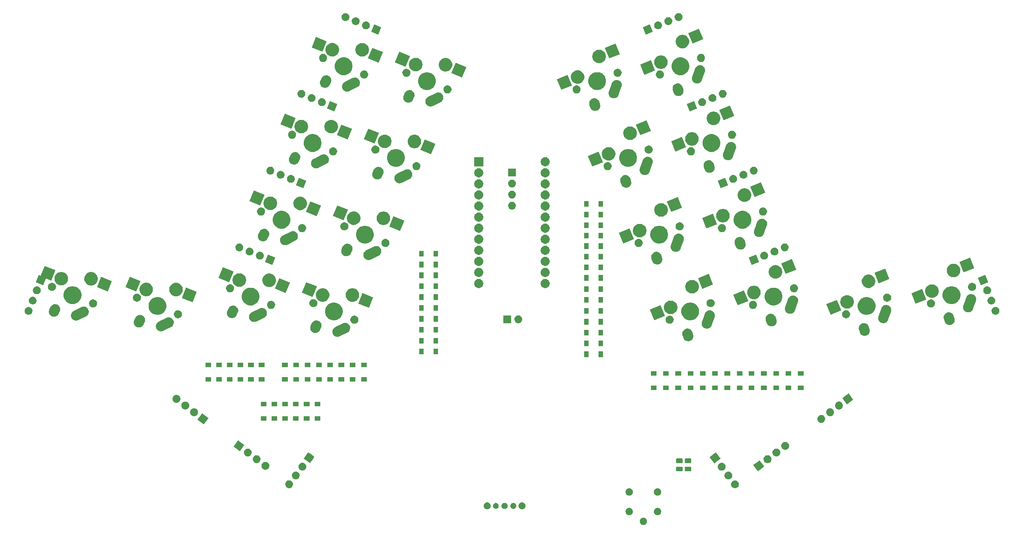
<source format=gbr>
G04 #@! TF.GenerationSoftware,KiCad,Pcbnew,(5.1.4)-1*
G04 #@! TF.CreationDate,2024-10-11T12:26:31-04:00*
G04 #@! TF.ProjectId,ThumbsUp,5468756d-6273-4557-902e-6b696361645f,rev?*
G04 #@! TF.SameCoordinates,Original*
G04 #@! TF.FileFunction,Soldermask,Bot*
G04 #@! TF.FilePolarity,Negative*
%FSLAX46Y46*%
G04 Gerber Fmt 4.6, Leading zero omitted, Abs format (unit mm)*
G04 Created by KiCad (PCBNEW (5.1.4)-1) date 2024-10-11 12:26:31*
%MOMM*%
%LPD*%
G04 APERTURE LIST*
%ADD10C,0.100000*%
G04 APERTURE END LIST*
D10*
G36*
X172894581Y-78743723D02*
G01*
X173047178Y-78806930D01*
X173184512Y-78898694D01*
X173301306Y-79015488D01*
X173393070Y-79152822D01*
X173456277Y-79305419D01*
X173488500Y-79467414D01*
X173488500Y-79632586D01*
X173456277Y-79794581D01*
X173393070Y-79947178D01*
X173301306Y-80084512D01*
X173184512Y-80201306D01*
X173047178Y-80293070D01*
X172894581Y-80356277D01*
X172732586Y-80388500D01*
X172567414Y-80388500D01*
X172405419Y-80356277D01*
X172252822Y-80293070D01*
X172115488Y-80201306D01*
X171998694Y-80084512D01*
X171906930Y-79947178D01*
X171843723Y-79794581D01*
X171811500Y-79632586D01*
X171811500Y-79467414D01*
X171843723Y-79305419D01*
X171906930Y-79152822D01*
X171998694Y-79015488D01*
X172115488Y-78898694D01*
X172252822Y-78806930D01*
X172405419Y-78743723D01*
X172567414Y-78711500D01*
X172732586Y-78711500D01*
X172894581Y-78743723D01*
X172894581Y-78743723D01*
G37*
G36*
X176144581Y-76493723D02*
G01*
X176297178Y-76556930D01*
X176434512Y-76648694D01*
X176551306Y-76765488D01*
X176643070Y-76902822D01*
X176706277Y-77055419D01*
X176738500Y-77217414D01*
X176738500Y-77382586D01*
X176706277Y-77544581D01*
X176643070Y-77697178D01*
X176551306Y-77834512D01*
X176434512Y-77951306D01*
X176297178Y-78043070D01*
X176144581Y-78106277D01*
X175982586Y-78138500D01*
X175817414Y-78138500D01*
X175655419Y-78106277D01*
X175502822Y-78043070D01*
X175365488Y-77951306D01*
X175248694Y-77834512D01*
X175156930Y-77697178D01*
X175093723Y-77544581D01*
X175061500Y-77382586D01*
X175061500Y-77217414D01*
X175093723Y-77055419D01*
X175156930Y-76902822D01*
X175248694Y-76765488D01*
X175365488Y-76648694D01*
X175502822Y-76556930D01*
X175655419Y-76493723D01*
X175817414Y-76461500D01*
X175982586Y-76461500D01*
X176144581Y-76493723D01*
X176144581Y-76493723D01*
G37*
G36*
X169644581Y-76493723D02*
G01*
X169797178Y-76556930D01*
X169934512Y-76648694D01*
X170051306Y-76765488D01*
X170143070Y-76902822D01*
X170206277Y-77055419D01*
X170238500Y-77217414D01*
X170238500Y-77382586D01*
X170206277Y-77544581D01*
X170143070Y-77697178D01*
X170051306Y-77834512D01*
X169934512Y-77951306D01*
X169797178Y-78043070D01*
X169644581Y-78106277D01*
X169482586Y-78138500D01*
X169317414Y-78138500D01*
X169155419Y-78106277D01*
X169002822Y-78043070D01*
X168865488Y-77951306D01*
X168748694Y-77834512D01*
X168656930Y-77697178D01*
X168593723Y-77544581D01*
X168561500Y-77382586D01*
X168561500Y-77217414D01*
X168593723Y-77055419D01*
X168656930Y-76902822D01*
X168748694Y-76765488D01*
X168865488Y-76648694D01*
X169002822Y-76556930D01*
X169155419Y-76493723D01*
X169317414Y-76461500D01*
X169482586Y-76461500D01*
X169644581Y-76493723D01*
X169644581Y-76493723D01*
G37*
G36*
X137033642Y-75229781D02*
G01*
X137179414Y-75290162D01*
X137179416Y-75290163D01*
X137310608Y-75377822D01*
X137422178Y-75489392D01*
X137509837Y-75620584D01*
X137509838Y-75620586D01*
X137570219Y-75766358D01*
X137601000Y-75921107D01*
X137601000Y-76078893D01*
X137570219Y-76233642D01*
X137529457Y-76332049D01*
X137509837Y-76379416D01*
X137422178Y-76510608D01*
X137310608Y-76622178D01*
X137179416Y-76709837D01*
X137179415Y-76709838D01*
X137179414Y-76709838D01*
X137033642Y-76770219D01*
X136878893Y-76801000D01*
X136721107Y-76801000D01*
X136566358Y-76770219D01*
X136420586Y-76709838D01*
X136420585Y-76709838D01*
X136420584Y-76709837D01*
X136289392Y-76622178D01*
X136177822Y-76510608D01*
X136090163Y-76379416D01*
X136070543Y-76332049D01*
X136029781Y-76233642D01*
X135999000Y-76078893D01*
X135999000Y-75921107D01*
X136029781Y-75766358D01*
X136090162Y-75620586D01*
X136090163Y-75620584D01*
X136177822Y-75489392D01*
X136289392Y-75377822D01*
X136420584Y-75290163D01*
X136420586Y-75290162D01*
X136566358Y-75229781D01*
X136721107Y-75199000D01*
X136878893Y-75199000D01*
X137033642Y-75229781D01*
X137033642Y-75229781D01*
G37*
G36*
X145033642Y-75229781D02*
G01*
X145179414Y-75290162D01*
X145179416Y-75290163D01*
X145310608Y-75377822D01*
X145422178Y-75489392D01*
X145509837Y-75620584D01*
X145509838Y-75620586D01*
X145570219Y-75766358D01*
X145601000Y-75921107D01*
X145601000Y-76078893D01*
X145570219Y-76233642D01*
X145529457Y-76332049D01*
X145509837Y-76379416D01*
X145422178Y-76510608D01*
X145310608Y-76622178D01*
X145179416Y-76709837D01*
X145179415Y-76709838D01*
X145179414Y-76709838D01*
X145033642Y-76770219D01*
X144878893Y-76801000D01*
X144721107Y-76801000D01*
X144566358Y-76770219D01*
X144420586Y-76709838D01*
X144420585Y-76709838D01*
X144420584Y-76709837D01*
X144289392Y-76622178D01*
X144177822Y-76510608D01*
X144090163Y-76379416D01*
X144070543Y-76332049D01*
X144029781Y-76233642D01*
X143999000Y-76078893D01*
X143999000Y-75921107D01*
X144029781Y-75766358D01*
X144090162Y-75620586D01*
X144090163Y-75620584D01*
X144177822Y-75489392D01*
X144289392Y-75377822D01*
X144420584Y-75290163D01*
X144420586Y-75290162D01*
X144566358Y-75229781D01*
X144721107Y-75199000D01*
X144878893Y-75199000D01*
X145033642Y-75229781D01*
X145033642Y-75229781D01*
G37*
G36*
X143004473Y-75325938D02*
G01*
X143132049Y-75378782D01*
X143246859Y-75455495D01*
X143344505Y-75553141D01*
X143421218Y-75667951D01*
X143474062Y-75795527D01*
X143501000Y-75930956D01*
X143501000Y-76069044D01*
X143474062Y-76204473D01*
X143421218Y-76332049D01*
X143344505Y-76446859D01*
X143246859Y-76544505D01*
X143132049Y-76621218D01*
X143004473Y-76674062D01*
X142869044Y-76701000D01*
X142730956Y-76701000D01*
X142595527Y-76674062D01*
X142467951Y-76621218D01*
X142353141Y-76544505D01*
X142255495Y-76446859D01*
X142178782Y-76332049D01*
X142125938Y-76204473D01*
X142099000Y-76069044D01*
X142099000Y-75930956D01*
X142125938Y-75795527D01*
X142178782Y-75667951D01*
X142255495Y-75553141D01*
X142353141Y-75455495D01*
X142467951Y-75378782D01*
X142595527Y-75325938D01*
X142730956Y-75299000D01*
X142869044Y-75299000D01*
X143004473Y-75325938D01*
X143004473Y-75325938D01*
G37*
G36*
X141004473Y-75325938D02*
G01*
X141132049Y-75378782D01*
X141246859Y-75455495D01*
X141344505Y-75553141D01*
X141421218Y-75667951D01*
X141474062Y-75795527D01*
X141501000Y-75930956D01*
X141501000Y-76069044D01*
X141474062Y-76204473D01*
X141421218Y-76332049D01*
X141344505Y-76446859D01*
X141246859Y-76544505D01*
X141132049Y-76621218D01*
X141004473Y-76674062D01*
X140869044Y-76701000D01*
X140730956Y-76701000D01*
X140595527Y-76674062D01*
X140467951Y-76621218D01*
X140353141Y-76544505D01*
X140255495Y-76446859D01*
X140178782Y-76332049D01*
X140125938Y-76204473D01*
X140099000Y-76069044D01*
X140099000Y-75930956D01*
X140125938Y-75795527D01*
X140178782Y-75667951D01*
X140255495Y-75553141D01*
X140353141Y-75455495D01*
X140467951Y-75378782D01*
X140595527Y-75325938D01*
X140730956Y-75299000D01*
X140869044Y-75299000D01*
X141004473Y-75325938D01*
X141004473Y-75325938D01*
G37*
G36*
X138989890Y-75374017D02*
G01*
X139108364Y-75423091D01*
X139156860Y-75455495D01*
X139214988Y-75494335D01*
X139305665Y-75585012D01*
X139376910Y-75691638D01*
X139425983Y-75810110D01*
X139451000Y-75935881D01*
X139451000Y-76064119D01*
X139448061Y-76078893D01*
X139425983Y-76189890D01*
X139376909Y-76308364D01*
X139305665Y-76414988D01*
X139214988Y-76505665D01*
X139108364Y-76576909D01*
X139108363Y-76576910D01*
X139108362Y-76576910D01*
X138989890Y-76625983D01*
X138864119Y-76651000D01*
X138735881Y-76651000D01*
X138610110Y-76625983D01*
X138491638Y-76576910D01*
X138491637Y-76576910D01*
X138491636Y-76576909D01*
X138385012Y-76505665D01*
X138294335Y-76414988D01*
X138223091Y-76308364D01*
X138174017Y-76189890D01*
X138151939Y-76078893D01*
X138149000Y-76064119D01*
X138149000Y-75935881D01*
X138174017Y-75810110D01*
X138223090Y-75691638D01*
X138294335Y-75585012D01*
X138385012Y-75494335D01*
X138443140Y-75455495D01*
X138491636Y-75423091D01*
X138610110Y-75374017D01*
X138735881Y-75349000D01*
X138864119Y-75349000D01*
X138989890Y-75374017D01*
X138989890Y-75374017D01*
G37*
G36*
X169644581Y-71993723D02*
G01*
X169797178Y-72056930D01*
X169934512Y-72148694D01*
X170051306Y-72265488D01*
X170143070Y-72402822D01*
X170206277Y-72555419D01*
X170238500Y-72717414D01*
X170238500Y-72882586D01*
X170206277Y-73044581D01*
X170143070Y-73197178D01*
X170051306Y-73334512D01*
X169934512Y-73451306D01*
X169797178Y-73543070D01*
X169644581Y-73606277D01*
X169482586Y-73638500D01*
X169317414Y-73638500D01*
X169155419Y-73606277D01*
X169002822Y-73543070D01*
X168865488Y-73451306D01*
X168748694Y-73334512D01*
X168656930Y-73197178D01*
X168593723Y-73044581D01*
X168561500Y-72882586D01*
X168561500Y-72717414D01*
X168593723Y-72555419D01*
X168656930Y-72402822D01*
X168748694Y-72265488D01*
X168865488Y-72148694D01*
X169002822Y-72056930D01*
X169155419Y-71993723D01*
X169317414Y-71961500D01*
X169482586Y-71961500D01*
X169644581Y-71993723D01*
X169644581Y-71993723D01*
G37*
G36*
X176144581Y-71993723D02*
G01*
X176297178Y-72056930D01*
X176434512Y-72148694D01*
X176551306Y-72265488D01*
X176643070Y-72402822D01*
X176706277Y-72555419D01*
X176738500Y-72717414D01*
X176738500Y-72882586D01*
X176706277Y-73044581D01*
X176643070Y-73197178D01*
X176551306Y-73334512D01*
X176434512Y-73451306D01*
X176297178Y-73543070D01*
X176144581Y-73606277D01*
X175982586Y-73638500D01*
X175817414Y-73638500D01*
X175655419Y-73606277D01*
X175502822Y-73543070D01*
X175365488Y-73451306D01*
X175248694Y-73334512D01*
X175156930Y-73197178D01*
X175093723Y-73044581D01*
X175061500Y-72882586D01*
X175061500Y-72717414D01*
X175093723Y-72555419D01*
X175156930Y-72402822D01*
X175248694Y-72265488D01*
X175365488Y-72148694D01*
X175502822Y-72056930D01*
X175655419Y-71993723D01*
X175817414Y-71961500D01*
X175982586Y-71961500D01*
X176144581Y-71993723D01*
X176144581Y-71993723D01*
G37*
G36*
X193777750Y-70169231D02*
G01*
X193843935Y-70175750D01*
X194013774Y-70227270D01*
X194170299Y-70310935D01*
X194206037Y-70340265D01*
X194307494Y-70423527D01*
X194390756Y-70524984D01*
X194420086Y-70560722D01*
X194503751Y-70717247D01*
X194555271Y-70887086D01*
X194572667Y-71063713D01*
X194555271Y-71240340D01*
X194503751Y-71410179D01*
X194420086Y-71566704D01*
X194390756Y-71602442D01*
X194307494Y-71703899D01*
X194206037Y-71787161D01*
X194170299Y-71816491D01*
X194013774Y-71900156D01*
X193843935Y-71951676D01*
X193777751Y-71958194D01*
X193711568Y-71964713D01*
X193623048Y-71964713D01*
X193556865Y-71958194D01*
X193490681Y-71951676D01*
X193320842Y-71900156D01*
X193164317Y-71816491D01*
X193128579Y-71787161D01*
X193027122Y-71703899D01*
X192943860Y-71602442D01*
X192914530Y-71566704D01*
X192830865Y-71410179D01*
X192779345Y-71240340D01*
X192761949Y-71063713D01*
X192779345Y-70887086D01*
X192830865Y-70717247D01*
X192914530Y-70560722D01*
X192943860Y-70524984D01*
X193027122Y-70423527D01*
X193128579Y-70340265D01*
X193164317Y-70310935D01*
X193320842Y-70227270D01*
X193490681Y-70175750D01*
X193556866Y-70169231D01*
X193623048Y-70162713D01*
X193711568Y-70162713D01*
X193777750Y-70169231D01*
X193777750Y-70169231D01*
G37*
G36*
X91469335Y-70152973D02*
G01*
X91535519Y-70159491D01*
X91705358Y-70211011D01*
X91861883Y-70294676D01*
X91897621Y-70324006D01*
X91999078Y-70407268D01*
X92082340Y-70508725D01*
X92111670Y-70544463D01*
X92195335Y-70700988D01*
X92246855Y-70870827D01*
X92264251Y-71047454D01*
X92246855Y-71224081D01*
X92195335Y-71393920D01*
X92111670Y-71550445D01*
X92098328Y-71566702D01*
X91999078Y-71687640D01*
X91897621Y-71770902D01*
X91861883Y-71800232D01*
X91705358Y-71883897D01*
X91535519Y-71935417D01*
X91469334Y-71941936D01*
X91403152Y-71948454D01*
X91314632Y-71948454D01*
X91248450Y-71941936D01*
X91182265Y-71935417D01*
X91012426Y-71883897D01*
X90855901Y-71800232D01*
X90820163Y-71770902D01*
X90718706Y-71687640D01*
X90619456Y-71566702D01*
X90606114Y-71550445D01*
X90522449Y-71393920D01*
X90470929Y-71224081D01*
X90453533Y-71047454D01*
X90470929Y-70870827D01*
X90522449Y-70700988D01*
X90606114Y-70544463D01*
X90635444Y-70508725D01*
X90718706Y-70407268D01*
X90820163Y-70324006D01*
X90855901Y-70294676D01*
X91012426Y-70211011D01*
X91182265Y-70159491D01*
X91248449Y-70152973D01*
X91314632Y-70146454D01*
X91403152Y-70146454D01*
X91469335Y-70152973D01*
X91469335Y-70152973D01*
G37*
G36*
X192249141Y-68140697D02*
G01*
X192315325Y-68147215D01*
X192485164Y-68198735D01*
X192641689Y-68282400D01*
X192677427Y-68311730D01*
X192778884Y-68394992D01*
X192862146Y-68496449D01*
X192891476Y-68532187D01*
X192975141Y-68688712D01*
X193026661Y-68858551D01*
X193044057Y-69035178D01*
X193026661Y-69211805D01*
X192975141Y-69381644D01*
X192891476Y-69538169D01*
X192862146Y-69573907D01*
X192778884Y-69675364D01*
X192677427Y-69758626D01*
X192641689Y-69787956D01*
X192485164Y-69871621D01*
X192315325Y-69923141D01*
X192249141Y-69929659D01*
X192182958Y-69936178D01*
X192094438Y-69936178D01*
X192028255Y-69929659D01*
X191962071Y-69923141D01*
X191792232Y-69871621D01*
X191635707Y-69787956D01*
X191599969Y-69758626D01*
X191498512Y-69675364D01*
X191415250Y-69573907D01*
X191385920Y-69538169D01*
X191302255Y-69381644D01*
X191250735Y-69211805D01*
X191233339Y-69035178D01*
X191250735Y-68858551D01*
X191302255Y-68688712D01*
X191385920Y-68532187D01*
X191415250Y-68496449D01*
X191498512Y-68394992D01*
X191599969Y-68311730D01*
X191635707Y-68282400D01*
X191792232Y-68198735D01*
X191962071Y-68147215D01*
X192028255Y-68140697D01*
X192094438Y-68134178D01*
X192182958Y-68134178D01*
X192249141Y-68140697D01*
X192249141Y-68140697D01*
G37*
G36*
X92997944Y-68124437D02*
G01*
X93064129Y-68130956D01*
X93233968Y-68182476D01*
X93390493Y-68266141D01*
X93426231Y-68295471D01*
X93527688Y-68378733D01*
X93610950Y-68480190D01*
X93640280Y-68515928D01*
X93723945Y-68672453D01*
X93775465Y-68842292D01*
X93792861Y-69018919D01*
X93775465Y-69195546D01*
X93723945Y-69365385D01*
X93640280Y-69521910D01*
X93626938Y-69538167D01*
X93527688Y-69659105D01*
X93426231Y-69742367D01*
X93390493Y-69771697D01*
X93233968Y-69855362D01*
X93064129Y-69906882D01*
X92997944Y-69913401D01*
X92931762Y-69919919D01*
X92843242Y-69919919D01*
X92777060Y-69913401D01*
X92710875Y-69906882D01*
X92541036Y-69855362D01*
X92384511Y-69771697D01*
X92348773Y-69742367D01*
X92247316Y-69659105D01*
X92148066Y-69538167D01*
X92134724Y-69521910D01*
X92051059Y-69365385D01*
X91999539Y-69195546D01*
X91982143Y-69018919D01*
X91999539Y-68842292D01*
X92051059Y-68672453D01*
X92134724Y-68515928D01*
X92164054Y-68480190D01*
X92247316Y-68378733D01*
X92348773Y-68295471D01*
X92384511Y-68266141D01*
X92541036Y-68182476D01*
X92710875Y-68130956D01*
X92777060Y-68124437D01*
X92843242Y-68117919D01*
X92931762Y-68117919D01*
X92997944Y-68124437D01*
X92997944Y-68124437D01*
G37*
G36*
X199851637Y-66308139D02*
G01*
X200367482Y-66992688D01*
X200367482Y-66992689D01*
X199546782Y-67611130D01*
X198928341Y-68077159D01*
X198928340Y-68077159D01*
X198242494Y-67167010D01*
X197843870Y-66638018D01*
X197843870Y-66638017D01*
X198809810Y-65910130D01*
X199283011Y-65553547D01*
X199283012Y-65553547D01*
X199851637Y-66308139D01*
X199851637Y-66308139D01*
G37*
G36*
X183484468Y-67003565D02*
G01*
X183523138Y-67015296D01*
X183558777Y-67034346D01*
X183590017Y-67059983D01*
X183615654Y-67091223D01*
X183634704Y-67126862D01*
X183646435Y-67165532D01*
X183651000Y-67211888D01*
X183651000Y-67863112D01*
X183646435Y-67909468D01*
X183634704Y-67948138D01*
X183615654Y-67983777D01*
X183590017Y-68015017D01*
X183558777Y-68040654D01*
X183523138Y-68059704D01*
X183484468Y-68071435D01*
X183438112Y-68076000D01*
X182361888Y-68076000D01*
X182315532Y-68071435D01*
X182276862Y-68059704D01*
X182241223Y-68040654D01*
X182209983Y-68015017D01*
X182184346Y-67983777D01*
X182165296Y-67948138D01*
X182153565Y-67909468D01*
X182149000Y-67863112D01*
X182149000Y-67211888D01*
X182153565Y-67165532D01*
X182165296Y-67126862D01*
X182184346Y-67091223D01*
X182209983Y-67059983D01*
X182241223Y-67034346D01*
X182276862Y-67015296D01*
X182315532Y-67003565D01*
X182361888Y-66999000D01*
X183438112Y-66999000D01*
X183484468Y-67003565D01*
X183484468Y-67003565D01*
G37*
G36*
X181484468Y-67003565D02*
G01*
X181523138Y-67015296D01*
X181558777Y-67034346D01*
X181590017Y-67059983D01*
X181615654Y-67091223D01*
X181634704Y-67126862D01*
X181646435Y-67165532D01*
X181651000Y-67211888D01*
X181651000Y-67863112D01*
X181646435Y-67909468D01*
X181634704Y-67948138D01*
X181615654Y-67983777D01*
X181590017Y-68015017D01*
X181558777Y-68040654D01*
X181523138Y-68059704D01*
X181484468Y-68071435D01*
X181438112Y-68076000D01*
X180361888Y-68076000D01*
X180315532Y-68071435D01*
X180276862Y-68059704D01*
X180241223Y-68040654D01*
X180209983Y-68015017D01*
X180184346Y-67983777D01*
X180165296Y-67948138D01*
X180153565Y-67909468D01*
X180149000Y-67863112D01*
X180149000Y-67211888D01*
X180153565Y-67165532D01*
X180165296Y-67126862D01*
X180184346Y-67091223D01*
X180209983Y-67059983D01*
X180241223Y-67034346D01*
X180276862Y-67015296D01*
X180315532Y-67003565D01*
X180361888Y-66999000D01*
X181438112Y-66999000D01*
X181484468Y-67003565D01*
X181484468Y-67003565D01*
G37*
G36*
X190720530Y-66112162D02*
G01*
X190786715Y-66118681D01*
X190956554Y-66170201D01*
X191113079Y-66253866D01*
X191148817Y-66283196D01*
X191250274Y-66366458D01*
X191330867Y-66464662D01*
X191362866Y-66503653D01*
X191446531Y-66660178D01*
X191498051Y-66830017D01*
X191515447Y-67006644D01*
X191498051Y-67183271D01*
X191446531Y-67353110D01*
X191362866Y-67509635D01*
X191333536Y-67545373D01*
X191250274Y-67646830D01*
X191148817Y-67730092D01*
X191113079Y-67759422D01*
X190956554Y-67843087D01*
X190786715Y-67894607D01*
X190720530Y-67901126D01*
X190654348Y-67907644D01*
X190565828Y-67907644D01*
X190499646Y-67901126D01*
X190433461Y-67894607D01*
X190263622Y-67843087D01*
X190107097Y-67759422D01*
X190071359Y-67730092D01*
X189969902Y-67646830D01*
X189886640Y-67545373D01*
X189857310Y-67509635D01*
X189773645Y-67353110D01*
X189722125Y-67183271D01*
X189704729Y-67006644D01*
X189722125Y-66830017D01*
X189773645Y-66660178D01*
X189857310Y-66503653D01*
X189889309Y-66464662D01*
X189969902Y-66366458D01*
X190071359Y-66283196D01*
X190107097Y-66253866D01*
X190263622Y-66170201D01*
X190433461Y-66118681D01*
X190499646Y-66112162D01*
X190565828Y-66105644D01*
X190654348Y-66105644D01*
X190720530Y-66112162D01*
X190720530Y-66112162D01*
G37*
G36*
X94526554Y-66095903D02*
G01*
X94592739Y-66102422D01*
X94762578Y-66153942D01*
X94762580Y-66153943D01*
X94817914Y-66183520D01*
X94919103Y-66237607D01*
X94954841Y-66266937D01*
X95056298Y-66350199D01*
X95139560Y-66451656D01*
X95168890Y-66487394D01*
X95252555Y-66643919D01*
X95304075Y-66813758D01*
X95321471Y-66990385D01*
X95304075Y-67167012D01*
X95252555Y-67336851D01*
X95168890Y-67493376D01*
X95155548Y-67509633D01*
X95056298Y-67630571D01*
X94972802Y-67699093D01*
X94919103Y-67743163D01*
X94762578Y-67826828D01*
X94592739Y-67878348D01*
X94526555Y-67884866D01*
X94460372Y-67891385D01*
X94371852Y-67891385D01*
X94305669Y-67884866D01*
X94239485Y-67878348D01*
X94069646Y-67826828D01*
X93913121Y-67743163D01*
X93859422Y-67699093D01*
X93775926Y-67630571D01*
X93676676Y-67509633D01*
X93663334Y-67493376D01*
X93579669Y-67336851D01*
X93528149Y-67167012D01*
X93510753Y-66990385D01*
X93528149Y-66813758D01*
X93579669Y-66643919D01*
X93663334Y-66487394D01*
X93692664Y-66451656D01*
X93775926Y-66350199D01*
X93877383Y-66266937D01*
X93913121Y-66237607D01*
X94014310Y-66183520D01*
X94069644Y-66153943D01*
X94069646Y-66153942D01*
X94239485Y-66102422D01*
X94305670Y-66095903D01*
X94371852Y-66089385D01*
X94460372Y-66089385D01*
X94526554Y-66095903D01*
X94526554Y-66095903D01*
G37*
G36*
X86046940Y-65916649D02*
G01*
X86113124Y-65923167D01*
X86282963Y-65974687D01*
X86439488Y-66058352D01*
X86467495Y-66081337D01*
X86576683Y-66170944D01*
X86644733Y-66253865D01*
X86689275Y-66308139D01*
X86772940Y-66464664D01*
X86824460Y-66634503D01*
X86841856Y-66811130D01*
X86824460Y-66987757D01*
X86772940Y-67157596D01*
X86689275Y-67314121D01*
X86670621Y-67336851D01*
X86576683Y-67451316D01*
X86475226Y-67534578D01*
X86439488Y-67563908D01*
X86282963Y-67647573D01*
X86113124Y-67699093D01*
X86046939Y-67705612D01*
X85980757Y-67712130D01*
X85892237Y-67712130D01*
X85826055Y-67705612D01*
X85759870Y-67699093D01*
X85590031Y-67647573D01*
X85433506Y-67563908D01*
X85397768Y-67534578D01*
X85296311Y-67451316D01*
X85202373Y-67336851D01*
X85183719Y-67314121D01*
X85100054Y-67157596D01*
X85048534Y-66987757D01*
X85031138Y-66811130D01*
X85048534Y-66634503D01*
X85100054Y-66464664D01*
X85183719Y-66308139D01*
X85228261Y-66253865D01*
X85296311Y-66170944D01*
X85405499Y-66081337D01*
X85433506Y-66058352D01*
X85590031Y-65974687D01*
X85759870Y-65923167D01*
X85826054Y-65916649D01*
X85892237Y-65910130D01*
X85980757Y-65910130D01*
X86046940Y-65916649D01*
X86046940Y-65916649D01*
G37*
G36*
X189811919Y-64450300D02*
G01*
X190343284Y-65155445D01*
X190343284Y-65155446D01*
X189522584Y-65773887D01*
X188904143Y-66239916D01*
X188904142Y-66239916D01*
X188266134Y-65393250D01*
X187819672Y-64800775D01*
X187819672Y-64800774D01*
X188743526Y-64104601D01*
X189258813Y-63716304D01*
X189258814Y-63716304D01*
X189811919Y-64450300D01*
X189811919Y-64450300D01*
G37*
G36*
X96304248Y-64104599D02*
G01*
X97206528Y-64784515D01*
X97206528Y-64784516D01*
X96747814Y-65393250D01*
X96122058Y-66223657D01*
X96122057Y-66223657D01*
X95232791Y-65553547D01*
X94682916Y-65139187D01*
X94682916Y-65139186D01*
X95202029Y-64450300D01*
X95767386Y-63700045D01*
X95767387Y-63700045D01*
X96304248Y-64104599D01*
X96304248Y-64104599D01*
G37*
G36*
X183484468Y-65128565D02*
G01*
X183523138Y-65140296D01*
X183558777Y-65159346D01*
X183590017Y-65184983D01*
X183615654Y-65216223D01*
X183634704Y-65251862D01*
X183646435Y-65290532D01*
X183651000Y-65336888D01*
X183651000Y-65988112D01*
X183646435Y-66034468D01*
X183634704Y-66073138D01*
X183615654Y-66108777D01*
X183590017Y-66140017D01*
X183558777Y-66165654D01*
X183523138Y-66184704D01*
X183484468Y-66196435D01*
X183438112Y-66201000D01*
X182361888Y-66201000D01*
X182315532Y-66196435D01*
X182276862Y-66184704D01*
X182241223Y-66165654D01*
X182209983Y-66140017D01*
X182184346Y-66108777D01*
X182165296Y-66073138D01*
X182153565Y-66034468D01*
X182149000Y-65988112D01*
X182149000Y-65336888D01*
X182153565Y-65290532D01*
X182165296Y-65251862D01*
X182184346Y-65216223D01*
X182209983Y-65184983D01*
X182241223Y-65159346D01*
X182276862Y-65140296D01*
X182315532Y-65128565D01*
X182361888Y-65124000D01*
X183438112Y-65124000D01*
X183484468Y-65128565D01*
X183484468Y-65128565D01*
G37*
G36*
X181484468Y-65128565D02*
G01*
X181523138Y-65140296D01*
X181558777Y-65159346D01*
X181590017Y-65184983D01*
X181615654Y-65216223D01*
X181634704Y-65251862D01*
X181646435Y-65290532D01*
X181651000Y-65336888D01*
X181651000Y-65988112D01*
X181646435Y-66034468D01*
X181634704Y-66073138D01*
X181615654Y-66108777D01*
X181590017Y-66140017D01*
X181558777Y-66165654D01*
X181523138Y-66184704D01*
X181484468Y-66196435D01*
X181438112Y-66201000D01*
X180361888Y-66201000D01*
X180315532Y-66196435D01*
X180276862Y-66184704D01*
X180241223Y-66165654D01*
X180209983Y-66140017D01*
X180184346Y-66108777D01*
X180165296Y-66073138D01*
X180153565Y-66034468D01*
X180149000Y-65988112D01*
X180149000Y-65336888D01*
X180153565Y-65290532D01*
X180165296Y-65251862D01*
X180184346Y-65216223D01*
X180209983Y-65184983D01*
X180241223Y-65159346D01*
X180276862Y-65140296D01*
X180315532Y-65128565D01*
X180361888Y-65124000D01*
X181438112Y-65124000D01*
X181484468Y-65128565D01*
X181484468Y-65128565D01*
G37*
G36*
X201244653Y-64392262D02*
G01*
X201310837Y-64398780D01*
X201480676Y-64450300D01*
X201637201Y-64533965D01*
X201672939Y-64563295D01*
X201774396Y-64646557D01*
X201857658Y-64748014D01*
X201886988Y-64783752D01*
X201970653Y-64940277D01*
X202022173Y-65110116D01*
X202039569Y-65286743D01*
X202022173Y-65463370D01*
X201970653Y-65633209D01*
X201886988Y-65789734D01*
X201857658Y-65825472D01*
X201774396Y-65926929D01*
X201699843Y-65988112D01*
X201637201Y-66039521D01*
X201558969Y-66081337D01*
X201488579Y-66118962D01*
X201480676Y-66123186D01*
X201310837Y-66174706D01*
X201251958Y-66180505D01*
X201178470Y-66187743D01*
X201089950Y-66187743D01*
X201016462Y-66180505D01*
X200957583Y-66174706D01*
X200787744Y-66123186D01*
X200779842Y-66118962D01*
X200709451Y-66081337D01*
X200631219Y-66039521D01*
X200568577Y-65988112D01*
X200494024Y-65926929D01*
X200410762Y-65825472D01*
X200381432Y-65789734D01*
X200297767Y-65633209D01*
X200246247Y-65463370D01*
X200228851Y-65286743D01*
X200246247Y-65110116D01*
X200297767Y-64940277D01*
X200381432Y-64783752D01*
X200410762Y-64748014D01*
X200494024Y-64646557D01*
X200595481Y-64563295D01*
X200631219Y-64533965D01*
X200787744Y-64450300D01*
X200957583Y-64398780D01*
X201023767Y-64392262D01*
X201089950Y-64385743D01*
X201178470Y-64385743D01*
X201244653Y-64392262D01*
X201244653Y-64392262D01*
G37*
G36*
X83995098Y-64385743D02*
G01*
X84084589Y-64394557D01*
X84254428Y-64446077D01*
X84254430Y-64446078D01*
X84332691Y-64487910D01*
X84410953Y-64529742D01*
X84446691Y-64559072D01*
X84548148Y-64642334D01*
X84631410Y-64743791D01*
X84660740Y-64779529D01*
X84744405Y-64936054D01*
X84795925Y-65105893D01*
X84813321Y-65282520D01*
X84795925Y-65459147D01*
X84744405Y-65628986D01*
X84660740Y-65785511D01*
X84657274Y-65789734D01*
X84548148Y-65922706D01*
X84473121Y-65984278D01*
X84410953Y-66035298D01*
X84254428Y-66118963D01*
X84084589Y-66170483D01*
X84041711Y-66174706D01*
X83952222Y-66183520D01*
X83863702Y-66183520D01*
X83774213Y-66174706D01*
X83731335Y-66170483D01*
X83561496Y-66118963D01*
X83404971Y-66035298D01*
X83342803Y-65984278D01*
X83267776Y-65922706D01*
X83158650Y-65789734D01*
X83155184Y-65785511D01*
X83071519Y-65628986D01*
X83019999Y-65459147D01*
X83002603Y-65282520D01*
X83019999Y-65105893D01*
X83071519Y-64936054D01*
X83155184Y-64779529D01*
X83184514Y-64743791D01*
X83267776Y-64642334D01*
X83369233Y-64559072D01*
X83404971Y-64529742D01*
X83483233Y-64487910D01*
X83561494Y-64446078D01*
X83561496Y-64446077D01*
X83731335Y-64394557D01*
X83820826Y-64385743D01*
X83863702Y-64381520D01*
X83952222Y-64381520D01*
X83995098Y-64385743D01*
X83995098Y-64385743D01*
G37*
G36*
X203273186Y-62863651D02*
G01*
X203339371Y-62870170D01*
X203509210Y-62921690D01*
X203665735Y-63005355D01*
X203701473Y-63034685D01*
X203802930Y-63117947D01*
X203886192Y-63219404D01*
X203915522Y-63255142D01*
X203999187Y-63411667D01*
X204050707Y-63581506D01*
X204068103Y-63758133D01*
X204050707Y-63934760D01*
X203999187Y-64104599D01*
X203915522Y-64261124D01*
X203886192Y-64296862D01*
X203802930Y-64398319D01*
X203701473Y-64481581D01*
X203665735Y-64510911D01*
X203665733Y-64510912D01*
X203517113Y-64590352D01*
X203509210Y-64594576D01*
X203339371Y-64646096D01*
X203273186Y-64652615D01*
X203207004Y-64659133D01*
X203118484Y-64659133D01*
X203052302Y-64652615D01*
X202986117Y-64646096D01*
X202816278Y-64594576D01*
X202808376Y-64590352D01*
X202659755Y-64510912D01*
X202659753Y-64510911D01*
X202624015Y-64481581D01*
X202522558Y-64398319D01*
X202439296Y-64296862D01*
X202409966Y-64261124D01*
X202326301Y-64104599D01*
X202274781Y-63934760D01*
X202257385Y-63758133D01*
X202274781Y-63581506D01*
X202326301Y-63411667D01*
X202409966Y-63255142D01*
X202439296Y-63219404D01*
X202522558Y-63117947D01*
X202624015Y-63034685D01*
X202659753Y-63005355D01*
X202816278Y-62921690D01*
X202986117Y-62870170D01*
X203052302Y-62863651D01*
X203118484Y-62857133D01*
X203207004Y-62857133D01*
X203273186Y-62863651D01*
X203273186Y-62863651D01*
G37*
G36*
X81966564Y-62857133D02*
G01*
X82056055Y-62865947D01*
X82225894Y-62917467D01*
X82225896Y-62917468D01*
X82304156Y-62959299D01*
X82382419Y-63001132D01*
X82418157Y-63030462D01*
X82519614Y-63113724D01*
X82602876Y-63215181D01*
X82632206Y-63250919D01*
X82715871Y-63407444D01*
X82767391Y-63577283D01*
X82784787Y-63753910D01*
X82767391Y-63930537D01*
X82715871Y-64100376D01*
X82632206Y-64256901D01*
X82628740Y-64261124D01*
X82519614Y-64394096D01*
X82418157Y-64477358D01*
X82382419Y-64506688D01*
X82225894Y-64590353D01*
X82056055Y-64641873D01*
X81989871Y-64648391D01*
X81923688Y-64654910D01*
X81835168Y-64654910D01*
X81768985Y-64648391D01*
X81702801Y-64641873D01*
X81532962Y-64590353D01*
X81376437Y-64506688D01*
X81340699Y-64477358D01*
X81239242Y-64394096D01*
X81130116Y-64261124D01*
X81126650Y-64256901D01*
X81042985Y-64100376D01*
X80991465Y-63930537D01*
X80974069Y-63753910D01*
X80991465Y-63577283D01*
X81042985Y-63407444D01*
X81126650Y-63250919D01*
X81155980Y-63215181D01*
X81239242Y-63113724D01*
X81340699Y-63030462D01*
X81376437Y-63001132D01*
X81454699Y-62959300D01*
X81532960Y-62917468D01*
X81532962Y-62917467D01*
X81702801Y-62865947D01*
X81792292Y-62857133D01*
X81835168Y-62852910D01*
X81923688Y-62852910D01*
X81966564Y-62857133D01*
X81966564Y-62857133D01*
G37*
G36*
X80175269Y-61341560D02*
G01*
X81112700Y-62047964D01*
X81112700Y-62047965D01*
X80842788Y-62406150D01*
X80028230Y-63487106D01*
X80028229Y-63487106D01*
X79272293Y-62917467D01*
X78589088Y-62402636D01*
X78589088Y-62402635D01*
X79098568Y-61726532D01*
X79673558Y-60963494D01*
X79673559Y-60963494D01*
X80175269Y-61341560D01*
X80175269Y-61341560D01*
G37*
G36*
X205301722Y-61335042D02*
G01*
X205367906Y-61341560D01*
X205537745Y-61393080D01*
X205694270Y-61476745D01*
X205730008Y-61506075D01*
X205831465Y-61589337D01*
X205914727Y-61690794D01*
X205944057Y-61726532D01*
X206027722Y-61883057D01*
X206079242Y-62052896D01*
X206096638Y-62229523D01*
X206079242Y-62406150D01*
X206027722Y-62575989D01*
X205944057Y-62732514D01*
X205914727Y-62768252D01*
X205831465Y-62869709D01*
X205730008Y-62952971D01*
X205694270Y-62982301D01*
X205537745Y-63065966D01*
X205367906Y-63117486D01*
X205301721Y-63124005D01*
X205235539Y-63130523D01*
X205147019Y-63130523D01*
X205080837Y-63124005D01*
X205014652Y-63117486D01*
X204844813Y-63065966D01*
X204688288Y-62982301D01*
X204652550Y-62952971D01*
X204551093Y-62869709D01*
X204467831Y-62768252D01*
X204438501Y-62732514D01*
X204354836Y-62575989D01*
X204303316Y-62406150D01*
X204285920Y-62229523D01*
X204303316Y-62052896D01*
X204354836Y-61883057D01*
X204438501Y-61726532D01*
X204467831Y-61690794D01*
X204551093Y-61589337D01*
X204652550Y-61506075D01*
X204688288Y-61476745D01*
X204844813Y-61393080D01*
X205014652Y-61341560D01*
X205080836Y-61335042D01*
X205147019Y-61328523D01*
X205235539Y-61328523D01*
X205301722Y-61335042D01*
X205301722Y-61335042D01*
G37*
G36*
X71889221Y-55136912D02*
G01*
X72851939Y-55862371D01*
X72851939Y-55862372D01*
X72408376Y-56451000D01*
X71767469Y-57301513D01*
X71767468Y-57301513D01*
X71089583Y-56790690D01*
X70328327Y-56217043D01*
X70328327Y-56217042D01*
X70945726Y-55397726D01*
X71412797Y-54777901D01*
X71412798Y-54777901D01*
X71889221Y-55136912D01*
X71889221Y-55136912D01*
G37*
G36*
X213570467Y-55143430D02*
G01*
X213636652Y-55149949D01*
X213806491Y-55201469D01*
X213963016Y-55285134D01*
X213998754Y-55314464D01*
X214100211Y-55397726D01*
X214183473Y-55499183D01*
X214212803Y-55534921D01*
X214296468Y-55691446D01*
X214347988Y-55861285D01*
X214365384Y-56037912D01*
X214347988Y-56214539D01*
X214296468Y-56384378D01*
X214212803Y-56540903D01*
X214183473Y-56576641D01*
X214100211Y-56678098D01*
X213998754Y-56761360D01*
X213963016Y-56790690D01*
X213806491Y-56874355D01*
X213636652Y-56925875D01*
X213570468Y-56932393D01*
X213504285Y-56938912D01*
X213415765Y-56938912D01*
X213349582Y-56932393D01*
X213283398Y-56925875D01*
X213113559Y-56874355D01*
X212957034Y-56790690D01*
X212921296Y-56761360D01*
X212819839Y-56678098D01*
X212736577Y-56576641D01*
X212707247Y-56540903D01*
X212623582Y-56384378D01*
X212572062Y-56214539D01*
X212554666Y-56037912D01*
X212572062Y-55861285D01*
X212623582Y-55691446D01*
X212707247Y-55534921D01*
X212736577Y-55499183D01*
X212819839Y-55397726D01*
X212921296Y-55314464D01*
X212957034Y-55285134D01*
X213113559Y-55201469D01*
X213283398Y-55149949D01*
X213349583Y-55143430D01*
X213415765Y-55136912D01*
X213504285Y-55136912D01*
X213570467Y-55143430D01*
X213570467Y-55143430D01*
G37*
G36*
X86178270Y-56451000D02*
G01*
X84876270Y-56451000D01*
X84876270Y-55449000D01*
X86178270Y-55449000D01*
X86178270Y-56451000D01*
X86178270Y-56451000D01*
G37*
G36*
X93514641Y-56451000D02*
G01*
X92212641Y-56451000D01*
X92212641Y-55449000D01*
X93514641Y-55449000D01*
X93514641Y-56451000D01*
X93514641Y-56451000D01*
G37*
G36*
X88623733Y-56451000D02*
G01*
X87321733Y-56451000D01*
X87321733Y-55449000D01*
X88623733Y-55449000D01*
X88623733Y-56451000D01*
X88623733Y-56451000D01*
G37*
G36*
X91069187Y-56451000D02*
G01*
X89767187Y-56451000D01*
X89767187Y-55449000D01*
X91069187Y-55449000D01*
X91069187Y-56451000D01*
X91069187Y-56451000D01*
G37*
G36*
X96051000Y-56451000D02*
G01*
X94749000Y-56451000D01*
X94749000Y-55449000D01*
X96051000Y-55449000D01*
X96051000Y-56451000D01*
X96051000Y-56451000D01*
G37*
G36*
X98551000Y-56451000D02*
G01*
X97249000Y-56451000D01*
X97249000Y-55449000D01*
X98551000Y-55449000D01*
X98551000Y-56451000D01*
X98551000Y-56451000D01*
G37*
G36*
X69672042Y-53616616D02*
G01*
X69738226Y-53623134D01*
X69908065Y-53674654D01*
X70064590Y-53758319D01*
X70100328Y-53787649D01*
X70201785Y-53870911D01*
X70285047Y-53972368D01*
X70314377Y-54008106D01*
X70314378Y-54008108D01*
X70397082Y-54162834D01*
X70398042Y-54164631D01*
X70449562Y-54334470D01*
X70466958Y-54511097D01*
X70449562Y-54687724D01*
X70398042Y-54857563D01*
X70314377Y-55014088D01*
X70285047Y-55049826D01*
X70201785Y-55151283D01*
X70100328Y-55234545D01*
X70064590Y-55263875D01*
X69908065Y-55347540D01*
X69738226Y-55399060D01*
X69672042Y-55405578D01*
X69605859Y-55412097D01*
X69517339Y-55412097D01*
X69451156Y-55405578D01*
X69384972Y-55399060D01*
X69215133Y-55347540D01*
X69058608Y-55263875D01*
X69022870Y-55234545D01*
X68921413Y-55151283D01*
X68838151Y-55049826D01*
X68808821Y-55014088D01*
X68725156Y-54857563D01*
X68673636Y-54687724D01*
X68656240Y-54511097D01*
X68673636Y-54334470D01*
X68725156Y-54164631D01*
X68726117Y-54162834D01*
X68808820Y-54008108D01*
X68808821Y-54008106D01*
X68838151Y-53972368D01*
X68921413Y-53870911D01*
X69022870Y-53787649D01*
X69058608Y-53758319D01*
X69215133Y-53674654D01*
X69384972Y-53623134D01*
X69451156Y-53616616D01*
X69517339Y-53610097D01*
X69605859Y-53610097D01*
X69672042Y-53616616D01*
X69672042Y-53616616D01*
G37*
G36*
X215599003Y-53614821D02*
G01*
X215665187Y-53621339D01*
X215835026Y-53672859D01*
X215991551Y-53756524D01*
X216027289Y-53785854D01*
X216128746Y-53869116D01*
X216212008Y-53970573D01*
X216241338Y-54006311D01*
X216325003Y-54162836D01*
X216376523Y-54332675D01*
X216393919Y-54509302D01*
X216376523Y-54685929D01*
X216325003Y-54855768D01*
X216325002Y-54855770D01*
X216283170Y-54934031D01*
X216241338Y-55012293D01*
X216212008Y-55048031D01*
X216128746Y-55149488D01*
X216027289Y-55232750D01*
X215991551Y-55262080D01*
X215835026Y-55345745D01*
X215665187Y-55397265D01*
X215599003Y-55403783D01*
X215532820Y-55410302D01*
X215444300Y-55410302D01*
X215378117Y-55403783D01*
X215311933Y-55397265D01*
X215142094Y-55345745D01*
X214985569Y-55262080D01*
X214949831Y-55232750D01*
X214848374Y-55149488D01*
X214765112Y-55048031D01*
X214735782Y-55012293D01*
X214693950Y-54934031D01*
X214652118Y-54855770D01*
X214652117Y-54855768D01*
X214600597Y-54685929D01*
X214583201Y-54509302D01*
X214600597Y-54332675D01*
X214652117Y-54162836D01*
X214735782Y-54006311D01*
X214765112Y-53970573D01*
X214848374Y-53869116D01*
X214949831Y-53785854D01*
X214985569Y-53756524D01*
X215142094Y-53672859D01*
X215311933Y-53621339D01*
X215378117Y-53614821D01*
X215444300Y-53608302D01*
X215532820Y-53608302D01*
X215599003Y-53614821D01*
X215599003Y-53614821D01*
G37*
G36*
X67643508Y-52088006D02*
G01*
X67709692Y-52094524D01*
X67879531Y-52146044D01*
X68036056Y-52229709D01*
X68071794Y-52259039D01*
X68173251Y-52342301D01*
X68256513Y-52443758D01*
X68285843Y-52479496D01*
X68285844Y-52479498D01*
X68368548Y-52634224D01*
X68369508Y-52636021D01*
X68421028Y-52805860D01*
X68438424Y-52982487D01*
X68421028Y-53159114D01*
X68369508Y-53328953D01*
X68285843Y-53485478D01*
X68256513Y-53521216D01*
X68173251Y-53622673D01*
X68071794Y-53705935D01*
X68036056Y-53735265D01*
X67879531Y-53818930D01*
X67709692Y-53870450D01*
X67643508Y-53876968D01*
X67577325Y-53883487D01*
X67488805Y-53883487D01*
X67422622Y-53876968D01*
X67356438Y-53870450D01*
X67186599Y-53818930D01*
X67030074Y-53735265D01*
X66994336Y-53705935D01*
X66892879Y-53622673D01*
X66809617Y-53521216D01*
X66780287Y-53485478D01*
X66696622Y-53328953D01*
X66645102Y-53159114D01*
X66627706Y-52982487D01*
X66645102Y-52805860D01*
X66696622Y-52636021D01*
X66697583Y-52634224D01*
X66780286Y-52479498D01*
X66780287Y-52479496D01*
X66809617Y-52443758D01*
X66892879Y-52342301D01*
X66994336Y-52259039D01*
X67030074Y-52229709D01*
X67186599Y-52146044D01*
X67356438Y-52094524D01*
X67422622Y-52088006D01*
X67488805Y-52081487D01*
X67577325Y-52081487D01*
X67643508Y-52088006D01*
X67643508Y-52088006D01*
G37*
G36*
X217627537Y-52086211D02*
G01*
X217693721Y-52092729D01*
X217863560Y-52144249D01*
X217863562Y-52144250D01*
X217941823Y-52186082D01*
X218020085Y-52227914D01*
X218055823Y-52257244D01*
X218157280Y-52340506D01*
X218240542Y-52441963D01*
X218269872Y-52477701D01*
X218353537Y-52634226D01*
X218405057Y-52804065D01*
X218422453Y-52980692D01*
X218405057Y-53157319D01*
X218404512Y-53159114D01*
X218353536Y-53327160D01*
X218311704Y-53405421D01*
X218269872Y-53483683D01*
X218240542Y-53519421D01*
X218157280Y-53620878D01*
X218055823Y-53704140D01*
X218020085Y-53733470D01*
X217863560Y-53817135D01*
X217693721Y-53868655D01*
X217627537Y-53875173D01*
X217561354Y-53881692D01*
X217472834Y-53881692D01*
X217406651Y-53875173D01*
X217340467Y-53868655D01*
X217170628Y-53817135D01*
X217014103Y-53733470D01*
X216978365Y-53704140D01*
X216876908Y-53620878D01*
X216793646Y-53519421D01*
X216764316Y-53483683D01*
X216722484Y-53405421D01*
X216680652Y-53327160D01*
X216629676Y-53159114D01*
X216629131Y-53157319D01*
X216611735Y-52980692D01*
X216629131Y-52804065D01*
X216680651Y-52634226D01*
X216764316Y-52477701D01*
X216793646Y-52441963D01*
X216876908Y-52340506D01*
X216978365Y-52257244D01*
X217014103Y-52227914D01*
X217092365Y-52186082D01*
X217170626Y-52144250D01*
X217170628Y-52144249D01*
X217340467Y-52092729D01*
X217406651Y-52086211D01*
X217472834Y-52079692D01*
X217561354Y-52079692D01*
X217627537Y-52086211D01*
X217627537Y-52086211D01*
G37*
G36*
X98551000Y-53151000D02*
G01*
X97249000Y-53151000D01*
X97249000Y-52149000D01*
X98551000Y-52149000D01*
X98551000Y-53151000D01*
X98551000Y-53151000D01*
G37*
G36*
X86178270Y-53151000D02*
G01*
X84876270Y-53151000D01*
X84876270Y-52149000D01*
X86178270Y-52149000D01*
X86178270Y-53151000D01*
X86178270Y-53151000D01*
G37*
G36*
X96051000Y-53151000D02*
G01*
X94749000Y-53151000D01*
X94749000Y-52149000D01*
X96051000Y-52149000D01*
X96051000Y-53151000D01*
X96051000Y-53151000D01*
G37*
G36*
X88623733Y-53151000D02*
G01*
X87321733Y-53151000D01*
X87321733Y-52149000D01*
X88623733Y-52149000D01*
X88623733Y-53151000D01*
X88623733Y-53151000D01*
G37*
G36*
X91069187Y-53151000D02*
G01*
X89767187Y-53151000D01*
X89767187Y-52149000D01*
X91069187Y-52149000D01*
X91069187Y-53151000D01*
X91069187Y-53151000D01*
G37*
G36*
X93514641Y-53151000D02*
G01*
X92212641Y-53151000D01*
X92212641Y-52149000D01*
X93514641Y-52149000D01*
X93514641Y-53151000D01*
X93514641Y-53151000D01*
G37*
G36*
X220107896Y-50701099D02*
G01*
X220807434Y-51629417D01*
X220807434Y-51629418D01*
X220041414Y-52206655D01*
X219368293Y-52713888D01*
X219368292Y-52713888D01*
X218679887Y-51800343D01*
X218283822Y-51274747D01*
X218283822Y-51274746D01*
X219156104Y-50617435D01*
X219722963Y-50190276D01*
X219722964Y-50190276D01*
X220107896Y-50701099D01*
X220107896Y-50701099D01*
G37*
G36*
X65614973Y-50559396D02*
G01*
X65681157Y-50565914D01*
X65850996Y-50617434D01*
X66007521Y-50701099D01*
X66043259Y-50730429D01*
X66144716Y-50813691D01*
X66227978Y-50915148D01*
X66257308Y-50950886D01*
X66340973Y-51107411D01*
X66392493Y-51277250D01*
X66409889Y-51453877D01*
X66392493Y-51630504D01*
X66340973Y-51800343D01*
X66257308Y-51956868D01*
X66227978Y-51992606D01*
X66144716Y-52094063D01*
X66043259Y-52177325D01*
X66007521Y-52206655D01*
X65850996Y-52290320D01*
X65681157Y-52341840D01*
X65614973Y-52348358D01*
X65548790Y-52354877D01*
X65460270Y-52354877D01*
X65394088Y-52348359D01*
X65327903Y-52341840D01*
X65158064Y-52290320D01*
X65001539Y-52206655D01*
X64965801Y-52177325D01*
X64864344Y-52094063D01*
X64781082Y-51992606D01*
X64751752Y-51956868D01*
X64668087Y-51800343D01*
X64616567Y-51630504D01*
X64599171Y-51453877D01*
X64616567Y-51277250D01*
X64668087Y-51107411D01*
X64751752Y-50950886D01*
X64781082Y-50915148D01*
X64864344Y-50813691D01*
X64965801Y-50730429D01*
X65001539Y-50701099D01*
X65158064Y-50617434D01*
X65327903Y-50565914D01*
X65394088Y-50559395D01*
X65460270Y-50552877D01*
X65548790Y-50552877D01*
X65614973Y-50559396D01*
X65614973Y-50559396D01*
G37*
G36*
X175651000Y-49451000D02*
G01*
X174349000Y-49451000D01*
X174349000Y-48449000D01*
X175651000Y-48449000D01*
X175651000Y-49451000D01*
X175651000Y-49451000D01*
G37*
G36*
X209401000Y-49451000D02*
G01*
X208099000Y-49451000D01*
X208099000Y-48449000D01*
X209401000Y-48449000D01*
X209401000Y-49451000D01*
X209401000Y-49451000D01*
G37*
G36*
X206581760Y-49451000D02*
G01*
X205279760Y-49451000D01*
X205279760Y-48449000D01*
X206581760Y-48449000D01*
X206581760Y-49451000D01*
X206581760Y-49451000D01*
G37*
G36*
X203762530Y-49451000D02*
G01*
X202460530Y-49451000D01*
X202460530Y-48449000D01*
X203762530Y-48449000D01*
X203762530Y-49451000D01*
X203762530Y-49451000D01*
G37*
G36*
X198124070Y-49451000D02*
G01*
X196822070Y-49451000D01*
X196822070Y-48449000D01*
X198124070Y-48449000D01*
X198124070Y-49451000D01*
X198124070Y-49451000D01*
G37*
G36*
X195385610Y-49451000D02*
G01*
X194083610Y-49451000D01*
X194083610Y-48449000D01*
X195385610Y-48449000D01*
X195385610Y-49451000D01*
X195385610Y-49451000D01*
G37*
G36*
X192566380Y-49451000D02*
G01*
X191264380Y-49451000D01*
X191264380Y-48449000D01*
X192566380Y-48449000D01*
X192566380Y-49451000D01*
X192566380Y-49451000D01*
G37*
G36*
X189747150Y-49451000D02*
G01*
X188445150Y-49451000D01*
X188445150Y-48449000D01*
X189747150Y-48449000D01*
X189747150Y-49451000D01*
X189747150Y-49451000D01*
G37*
G36*
X186927920Y-49451000D02*
G01*
X185625920Y-49451000D01*
X185625920Y-48449000D01*
X186927920Y-48449000D01*
X186927920Y-49451000D01*
X186927920Y-49451000D01*
G37*
G36*
X184108690Y-49451000D02*
G01*
X182806690Y-49451000D01*
X182806690Y-48449000D01*
X184108690Y-48449000D01*
X184108690Y-49451000D01*
X184108690Y-49451000D01*
G37*
G36*
X181289460Y-49451000D02*
G01*
X179987460Y-49451000D01*
X179987460Y-48449000D01*
X181289460Y-48449000D01*
X181289460Y-49451000D01*
X181289460Y-49451000D01*
G37*
G36*
X178470230Y-49451000D02*
G01*
X177168230Y-49451000D01*
X177168230Y-48449000D01*
X178470230Y-48449000D01*
X178470230Y-49451000D01*
X178470230Y-49451000D01*
G37*
G36*
X200943300Y-49451000D02*
G01*
X199641300Y-49451000D01*
X199641300Y-48449000D01*
X200943300Y-48449000D01*
X200943300Y-49451000D01*
X200943300Y-49451000D01*
G37*
G36*
X104001000Y-47501000D02*
G01*
X102699000Y-47501000D01*
X102699000Y-46499000D01*
X104001000Y-46499000D01*
X104001000Y-47501000D01*
X104001000Y-47501000D01*
G37*
G36*
X106601000Y-47501000D02*
G01*
X105299000Y-47501000D01*
X105299000Y-46499000D01*
X106601000Y-46499000D01*
X106601000Y-47501000D01*
X106601000Y-47501000D01*
G37*
G36*
X109201000Y-47501000D02*
G01*
X107899000Y-47501000D01*
X107899000Y-46499000D01*
X109201000Y-46499000D01*
X109201000Y-47501000D01*
X109201000Y-47501000D01*
G37*
G36*
X91051000Y-47501000D02*
G01*
X89749000Y-47501000D01*
X89749000Y-46499000D01*
X91051000Y-46499000D01*
X91051000Y-47501000D01*
X91051000Y-47501000D01*
G37*
G36*
X93651000Y-47501000D02*
G01*
X92349000Y-47501000D01*
X92349000Y-46499000D01*
X93651000Y-46499000D01*
X93651000Y-47501000D01*
X93651000Y-47501000D01*
G37*
G36*
X96251000Y-47501000D02*
G01*
X94949000Y-47501000D01*
X94949000Y-46499000D01*
X96251000Y-46499000D01*
X96251000Y-47501000D01*
X96251000Y-47501000D01*
G37*
G36*
X98851000Y-47501000D02*
G01*
X97549000Y-47501000D01*
X97549000Y-46499000D01*
X98851000Y-46499000D01*
X98851000Y-47501000D01*
X98851000Y-47501000D01*
G37*
G36*
X78369183Y-47501000D02*
G01*
X77067183Y-47501000D01*
X77067183Y-46499000D01*
X78369183Y-46499000D01*
X78369183Y-47501000D01*
X78369183Y-47501000D01*
G37*
G36*
X83260091Y-47501000D02*
G01*
X81958091Y-47501000D01*
X81958091Y-46499000D01*
X83260091Y-46499000D01*
X83260091Y-47501000D01*
X83260091Y-47501000D01*
G37*
G36*
X73478275Y-47501000D02*
G01*
X72176275Y-47501000D01*
X72176275Y-46499000D01*
X73478275Y-46499000D01*
X73478275Y-47501000D01*
X73478275Y-47501000D01*
G37*
G36*
X75923729Y-47501000D02*
G01*
X74621729Y-47501000D01*
X74621729Y-46499000D01*
X75923729Y-46499000D01*
X75923729Y-47501000D01*
X75923729Y-47501000D01*
G37*
G36*
X85705545Y-47501000D02*
G01*
X84403545Y-47501000D01*
X84403545Y-46499000D01*
X85705545Y-46499000D01*
X85705545Y-47501000D01*
X85705545Y-47501000D01*
G37*
G36*
X101401000Y-47501000D02*
G01*
X100099000Y-47501000D01*
X100099000Y-46499000D01*
X101401000Y-46499000D01*
X101401000Y-47501000D01*
X101401000Y-47501000D01*
G37*
G36*
X80814637Y-47501000D02*
G01*
X79512637Y-47501000D01*
X79512637Y-46499000D01*
X80814637Y-46499000D01*
X80814637Y-47501000D01*
X80814637Y-47501000D01*
G37*
G36*
X198124070Y-46151000D02*
G01*
X196822070Y-46151000D01*
X196822070Y-45149000D01*
X198124070Y-45149000D01*
X198124070Y-46151000D01*
X198124070Y-46151000D01*
G37*
G36*
X200943300Y-46151000D02*
G01*
X199641300Y-46151000D01*
X199641300Y-45149000D01*
X200943300Y-45149000D01*
X200943300Y-46151000D01*
X200943300Y-46151000D01*
G37*
G36*
X186927920Y-46151000D02*
G01*
X185625920Y-46151000D01*
X185625920Y-45149000D01*
X186927920Y-45149000D01*
X186927920Y-46151000D01*
X186927920Y-46151000D01*
G37*
G36*
X206581760Y-46151000D02*
G01*
X205279760Y-46151000D01*
X205279760Y-45149000D01*
X206581760Y-45149000D01*
X206581760Y-46151000D01*
X206581760Y-46151000D01*
G37*
G36*
X209401000Y-46151000D02*
G01*
X208099000Y-46151000D01*
X208099000Y-45149000D01*
X209401000Y-45149000D01*
X209401000Y-46151000D01*
X209401000Y-46151000D01*
G37*
G36*
X189747150Y-46151000D02*
G01*
X188445150Y-46151000D01*
X188445150Y-45149000D01*
X189747150Y-45149000D01*
X189747150Y-46151000D01*
X189747150Y-46151000D01*
G37*
G36*
X203762530Y-46151000D02*
G01*
X202460530Y-46151000D01*
X202460530Y-45149000D01*
X203762530Y-45149000D01*
X203762530Y-46151000D01*
X203762530Y-46151000D01*
G37*
G36*
X178470230Y-46151000D02*
G01*
X177168230Y-46151000D01*
X177168230Y-45149000D01*
X178470230Y-45149000D01*
X178470230Y-46151000D01*
X178470230Y-46151000D01*
G37*
G36*
X195385610Y-46151000D02*
G01*
X194083610Y-46151000D01*
X194083610Y-45149000D01*
X195385610Y-45149000D01*
X195385610Y-46151000D01*
X195385610Y-46151000D01*
G37*
G36*
X175651000Y-46151000D02*
G01*
X174349000Y-46151000D01*
X174349000Y-45149000D01*
X175651000Y-45149000D01*
X175651000Y-46151000D01*
X175651000Y-46151000D01*
G37*
G36*
X184108690Y-46151000D02*
G01*
X182806690Y-46151000D01*
X182806690Y-45149000D01*
X184108690Y-45149000D01*
X184108690Y-46151000D01*
X184108690Y-46151000D01*
G37*
G36*
X181289460Y-46151000D02*
G01*
X179987460Y-46151000D01*
X179987460Y-45149000D01*
X181289460Y-45149000D01*
X181289460Y-46151000D01*
X181289460Y-46151000D01*
G37*
G36*
X192566380Y-46151000D02*
G01*
X191264380Y-46151000D01*
X191264380Y-45149000D01*
X192566380Y-45149000D01*
X192566380Y-46151000D01*
X192566380Y-46151000D01*
G37*
G36*
X83260091Y-44201000D02*
G01*
X81958091Y-44201000D01*
X81958091Y-43199000D01*
X83260091Y-43199000D01*
X83260091Y-44201000D01*
X83260091Y-44201000D01*
G37*
G36*
X78369183Y-44201000D02*
G01*
X77067183Y-44201000D01*
X77067183Y-43199000D01*
X78369183Y-43199000D01*
X78369183Y-44201000D01*
X78369183Y-44201000D01*
G37*
G36*
X80814637Y-44201000D02*
G01*
X79512637Y-44201000D01*
X79512637Y-43199000D01*
X80814637Y-43199000D01*
X80814637Y-44201000D01*
X80814637Y-44201000D01*
G37*
G36*
X73478275Y-44201000D02*
G01*
X72176275Y-44201000D01*
X72176275Y-43199000D01*
X73478275Y-43199000D01*
X73478275Y-44201000D01*
X73478275Y-44201000D01*
G37*
G36*
X109201000Y-44201000D02*
G01*
X107899000Y-44201000D01*
X107899000Y-43199000D01*
X109201000Y-43199000D01*
X109201000Y-44201000D01*
X109201000Y-44201000D01*
G37*
G36*
X104001000Y-44201000D02*
G01*
X102699000Y-44201000D01*
X102699000Y-43199000D01*
X104001000Y-43199000D01*
X104001000Y-44201000D01*
X104001000Y-44201000D01*
G37*
G36*
X101401000Y-44201000D02*
G01*
X100099000Y-44201000D01*
X100099000Y-43199000D01*
X101401000Y-43199000D01*
X101401000Y-44201000D01*
X101401000Y-44201000D01*
G37*
G36*
X96251000Y-44201000D02*
G01*
X94949000Y-44201000D01*
X94949000Y-43199000D01*
X96251000Y-43199000D01*
X96251000Y-44201000D01*
X96251000Y-44201000D01*
G37*
G36*
X98851000Y-44201000D02*
G01*
X97549000Y-44201000D01*
X97549000Y-43199000D01*
X98851000Y-43199000D01*
X98851000Y-44201000D01*
X98851000Y-44201000D01*
G37*
G36*
X85705545Y-44201000D02*
G01*
X84403545Y-44201000D01*
X84403545Y-43199000D01*
X85705545Y-43199000D01*
X85705545Y-44201000D01*
X85705545Y-44201000D01*
G37*
G36*
X106601000Y-44201000D02*
G01*
X105299000Y-44201000D01*
X105299000Y-43199000D01*
X106601000Y-43199000D01*
X106601000Y-44201000D01*
X106601000Y-44201000D01*
G37*
G36*
X91051000Y-44201000D02*
G01*
X89749000Y-44201000D01*
X89749000Y-43199000D01*
X91051000Y-43199000D01*
X91051000Y-44201000D01*
X91051000Y-44201000D01*
G37*
G36*
X75923729Y-44201000D02*
G01*
X74621729Y-44201000D01*
X74621729Y-43199000D01*
X75923729Y-43199000D01*
X75923729Y-44201000D01*
X75923729Y-44201000D01*
G37*
G36*
X93651000Y-44201000D02*
G01*
X92349000Y-44201000D01*
X92349000Y-43199000D01*
X93651000Y-43199000D01*
X93651000Y-44201000D01*
X93651000Y-44201000D01*
G37*
G36*
X163351000Y-41851000D02*
G01*
X162349000Y-41851000D01*
X162349000Y-40549000D01*
X163351000Y-40549000D01*
X163351000Y-41851000D01*
X163351000Y-41851000D01*
G37*
G36*
X160051000Y-41851000D02*
G01*
X159049000Y-41851000D01*
X159049000Y-40549000D01*
X160051000Y-40549000D01*
X160051000Y-41851000D01*
X160051000Y-41851000D01*
G37*
G36*
X122251000Y-41241000D02*
G01*
X121249000Y-41241000D01*
X121249000Y-39939000D01*
X122251000Y-39939000D01*
X122251000Y-41241000D01*
X122251000Y-41241000D01*
G37*
G36*
X125551000Y-41241000D02*
G01*
X124549000Y-41241000D01*
X124549000Y-39939000D01*
X125551000Y-39939000D01*
X125551000Y-41241000D01*
X125551000Y-41241000D01*
G37*
G36*
X163351000Y-39363500D02*
G01*
X162349000Y-39363500D01*
X162349000Y-38061500D01*
X163351000Y-38061500D01*
X163351000Y-39363500D01*
X163351000Y-39363500D01*
G37*
G36*
X160051000Y-39363500D02*
G01*
X159049000Y-39363500D01*
X159049000Y-38061500D01*
X160051000Y-38061500D01*
X160051000Y-39363500D01*
X160051000Y-39363500D01*
G37*
G36*
X125551000Y-38751000D02*
G01*
X124549000Y-38751000D01*
X124549000Y-37449000D01*
X125551000Y-37449000D01*
X125551000Y-38751000D01*
X125551000Y-38751000D01*
G37*
G36*
X122251000Y-38751000D02*
G01*
X121249000Y-38751000D01*
X121249000Y-37449000D01*
X122251000Y-37449000D01*
X122251000Y-38751000D01*
X122251000Y-38751000D01*
G37*
G36*
X183071999Y-35357699D02*
G01*
X183216242Y-35413996D01*
X183287794Y-35441922D01*
X183287795Y-35441923D01*
X183287796Y-35441923D01*
X183483016Y-35566629D01*
X183650157Y-35727024D01*
X183782794Y-35916945D01*
X183852517Y-36075930D01*
X183852519Y-36075936D01*
X183852522Y-36075943D01*
X184034950Y-36635581D01*
X184038306Y-36644665D01*
X184063319Y-36705052D01*
X184063319Y-36705053D01*
X184083325Y-36805628D01*
X184083853Y-36808146D01*
X184105877Y-36908068D01*
X184105901Y-36909253D01*
X184108276Y-36931064D01*
X184108512Y-36932251D01*
X184108512Y-37034795D01*
X184108537Y-37037268D01*
X184110646Y-37139669D01*
X184110437Y-37140844D01*
X184108512Y-37162693D01*
X184108512Y-37163906D01*
X184088510Y-37264463D01*
X184088039Y-37266964D01*
X184070140Y-37367752D01*
X184069706Y-37368864D01*
X184063556Y-37389912D01*
X184063319Y-37391106D01*
X184024077Y-37485844D01*
X184023137Y-37488183D01*
X183985916Y-37583550D01*
X183985273Y-37584557D01*
X183975135Y-37604001D01*
X183974670Y-37605124D01*
X183917661Y-37690443D01*
X183916387Y-37692394D01*
X183861210Y-37778770D01*
X183860380Y-37779635D01*
X183846644Y-37796728D01*
X183845971Y-37797735D01*
X183773467Y-37870239D01*
X183771740Y-37872003D01*
X183700815Y-37945910D01*
X183699833Y-37946596D01*
X183683023Y-37960683D01*
X183682168Y-37961538D01*
X183596950Y-38018479D01*
X183594881Y-38019893D01*
X183510894Y-38078548D01*
X183509785Y-38079034D01*
X183490561Y-38089566D01*
X183489557Y-38090237D01*
X183394826Y-38129476D01*
X183392702Y-38130381D01*
X183298746Y-38171585D01*
X183297563Y-38171846D01*
X183276654Y-38178424D01*
X183275539Y-38178886D01*
X183243434Y-38185272D01*
X183175072Y-38198870D01*
X183172626Y-38199383D01*
X183072525Y-38221446D01*
X183071309Y-38221471D01*
X183049517Y-38223844D01*
X183048338Y-38224079D01*
X182945894Y-38224079D01*
X182943462Y-38224104D01*
X182840922Y-38226215D01*
X182839735Y-38226004D01*
X182817887Y-38224079D01*
X182816686Y-38224079D01*
X182716152Y-38204082D01*
X182713766Y-38203633D01*
X182612840Y-38185709D01*
X182611715Y-38185270D01*
X182590670Y-38179122D01*
X182589485Y-38178886D01*
X182494834Y-38139680D01*
X182492475Y-38138732D01*
X182397046Y-38101487D01*
X182397042Y-38101485D01*
X182396025Y-38100835D01*
X182376578Y-38090697D01*
X182375467Y-38090237D01*
X182290251Y-38033297D01*
X182288224Y-38031973D01*
X182201822Y-37976780D01*
X182200950Y-37975943D01*
X182183854Y-37962205D01*
X182182857Y-37961539D01*
X182110402Y-37889084D01*
X182108638Y-37887357D01*
X182034681Y-37816384D01*
X182033991Y-37815396D01*
X182019904Y-37798586D01*
X182019053Y-37797735D01*
X181962140Y-37712559D01*
X181960688Y-37710434D01*
X181902044Y-37626463D01*
X181901562Y-37625363D01*
X181891025Y-37606129D01*
X181890354Y-37605124D01*
X181851152Y-37510481D01*
X181850158Y-37508150D01*
X181832317Y-37467468D01*
X181830058Y-37460538D01*
X181826699Y-37451446D01*
X181801705Y-37391106D01*
X181794199Y-37353369D01*
X181790448Y-37339023D01*
X181616330Y-36804881D01*
X181611701Y-36783877D01*
X181578962Y-36635341D01*
X181574192Y-36403740D01*
X181614698Y-36175656D01*
X181696878Y-35965095D01*
X181698921Y-35959861D01*
X181702906Y-35953622D01*
X181823628Y-35764639D01*
X181984023Y-35597498D01*
X182173944Y-35464861D01*
X182386092Y-35371824D01*
X182386093Y-35371824D01*
X182386095Y-35371823D01*
X182584348Y-35328127D01*
X182612314Y-35321963D01*
X182843915Y-35317193D01*
X183071999Y-35357699D01*
X183071999Y-35357699D01*
G37*
G36*
X104369422Y-34000096D02*
G01*
X104594883Y-34053290D01*
X104805634Y-34149448D01*
X104993577Y-34284874D01*
X105151488Y-34454364D01*
X105173471Y-34489923D01*
X105266529Y-34640451D01*
X105273299Y-34651403D01*
X105354329Y-34868420D01*
X105391464Y-35097076D01*
X105383277Y-35328584D01*
X105330083Y-35554045D01*
X105233925Y-35764796D01*
X105098499Y-35952739D01*
X104929009Y-36110649D01*
X104781347Y-36201935D01*
X103046046Y-37052036D01*
X103031611Y-37060345D01*
X103007614Y-37076379D01*
X102938339Y-37105074D01*
X102931231Y-37108283D01*
X102916049Y-37115720D01*
X102883431Y-37127899D01*
X102879482Y-37129453D01*
X102793596Y-37165028D01*
X102782921Y-37167151D01*
X102763595Y-37172643D01*
X102753415Y-37176444D01*
X102661740Y-37191333D01*
X102657526Y-37192094D01*
X102566395Y-37210221D01*
X102555514Y-37210221D01*
X102535482Y-37211838D01*
X102524759Y-37213579D01*
X102431980Y-37210298D01*
X102427620Y-37210221D01*
X102334742Y-37210221D01*
X102324074Y-37208099D01*
X102304116Y-37205776D01*
X102293252Y-37205392D01*
X102202903Y-37184076D01*
X102198612Y-37183143D01*
X102164924Y-37176442D01*
X102107542Y-37165028D01*
X102097491Y-37160865D01*
X102078374Y-37154695D01*
X102067791Y-37152198D01*
X101983299Y-37113647D01*
X101979352Y-37111930D01*
X101893524Y-37076379D01*
X101893523Y-37076379D01*
X101893522Y-37076378D01*
X101884482Y-37070337D01*
X101866931Y-37060553D01*
X101857040Y-37056040D01*
X101781725Y-37001771D01*
X101778133Y-36999277D01*
X101700913Y-36947680D01*
X101693218Y-36939985D01*
X101677918Y-36926970D01*
X101669097Y-36920614D01*
X101605809Y-36852685D01*
X101602787Y-36849554D01*
X101537108Y-36783875D01*
X101531067Y-36774834D01*
X101518595Y-36759076D01*
X101511186Y-36751124D01*
X101462382Y-36672180D01*
X101459999Y-36668473D01*
X101408413Y-36591269D01*
X101408411Y-36591266D01*
X101404245Y-36581208D01*
X101395097Y-36563342D01*
X101389375Y-36554085D01*
X101356901Y-36467112D01*
X101355292Y-36463024D01*
X101319762Y-36377248D01*
X101317641Y-36366583D01*
X101312150Y-36347259D01*
X101308345Y-36337068D01*
X101293464Y-36245440D01*
X101292682Y-36241108D01*
X101274569Y-36150048D01*
X101274569Y-36139173D01*
X101272953Y-36119141D01*
X101271210Y-36108412D01*
X101274492Y-36015605D01*
X101274569Y-36011245D01*
X101274569Y-35918396D01*
X101274614Y-35918168D01*
X101276690Y-35907731D01*
X101279013Y-35887775D01*
X101279397Y-35876905D01*
X101300719Y-35786533D01*
X101301651Y-35782244D01*
X101317094Y-35704606D01*
X101319762Y-35691194D01*
X101323923Y-35681148D01*
X101330092Y-35662034D01*
X101332591Y-35651444D01*
X101371140Y-35566956D01*
X101372873Y-35562972D01*
X101408411Y-35477176D01*
X101414453Y-35468134D01*
X101424234Y-35450588D01*
X101428749Y-35440693D01*
X101483033Y-35365359D01*
X101485517Y-35361779D01*
X101537108Y-35284567D01*
X101544804Y-35276871D01*
X101557819Y-35261571D01*
X101564175Y-35252750D01*
X101632104Y-35189462D01*
X101635235Y-35186440D01*
X101700915Y-35120760D01*
X101709956Y-35114719D01*
X101725714Y-35102246D01*
X101733665Y-35094839D01*
X101812617Y-35046030D01*
X101816312Y-35043654D01*
X101893523Y-34992064D01*
X101893524Y-34992063D01*
X101962779Y-34963377D01*
X101969921Y-34960152D01*
X102010894Y-34940080D01*
X103746624Y-34089768D01*
X103909258Y-34029044D01*
X104137914Y-33991909D01*
X104369422Y-34000096D01*
X104369422Y-34000096D01*
G37*
G36*
X223549478Y-34103223D02*
G01*
X223708166Y-34165158D01*
X223765273Y-34187446D01*
X223765274Y-34187447D01*
X223765275Y-34187447D01*
X223960495Y-34312153D01*
X224127636Y-34472548D01*
X224260273Y-34662469D01*
X224329996Y-34821454D01*
X224329998Y-34821460D01*
X224330001Y-34821467D01*
X224512429Y-35381105D01*
X224515785Y-35390189D01*
X224540798Y-35450576D01*
X224540798Y-35450577D01*
X224560804Y-35551152D01*
X224561332Y-35553670D01*
X224583356Y-35653592D01*
X224583380Y-35654777D01*
X224585755Y-35676588D01*
X224585991Y-35677775D01*
X224585991Y-35780319D01*
X224586016Y-35782792D01*
X224588125Y-35885193D01*
X224587916Y-35886368D01*
X224585991Y-35908217D01*
X224585991Y-35909430D01*
X224565989Y-36009987D01*
X224565518Y-36012488D01*
X224547619Y-36113276D01*
X224547185Y-36114388D01*
X224541035Y-36135436D01*
X224540798Y-36136630D01*
X224501556Y-36231368D01*
X224500616Y-36233707D01*
X224463395Y-36329074D01*
X224462752Y-36330081D01*
X224452614Y-36349525D01*
X224452149Y-36350648D01*
X224395140Y-36435967D01*
X224393866Y-36437918D01*
X224338689Y-36524294D01*
X224337859Y-36525159D01*
X224324123Y-36542252D01*
X224323450Y-36543259D01*
X224250946Y-36615763D01*
X224249219Y-36617527D01*
X224178294Y-36691434D01*
X224177312Y-36692120D01*
X224160502Y-36706207D01*
X224159647Y-36707062D01*
X224074429Y-36764003D01*
X224072360Y-36765417D01*
X223988373Y-36824072D01*
X223987264Y-36824558D01*
X223968040Y-36835090D01*
X223967036Y-36835761D01*
X223872305Y-36875000D01*
X223870181Y-36875905D01*
X223776225Y-36917109D01*
X223775042Y-36917370D01*
X223754133Y-36923948D01*
X223753018Y-36924410D01*
X223652551Y-36944394D01*
X223650105Y-36944907D01*
X223550004Y-36966970D01*
X223548788Y-36966995D01*
X223526996Y-36969368D01*
X223525817Y-36969603D01*
X223423373Y-36969603D01*
X223420941Y-36969628D01*
X223318401Y-36971739D01*
X223317214Y-36971528D01*
X223295366Y-36969603D01*
X223294165Y-36969603D01*
X223193631Y-36949606D01*
X223191245Y-36949157D01*
X223090319Y-36931233D01*
X223089194Y-36930794D01*
X223068149Y-36924646D01*
X223066964Y-36924410D01*
X222972313Y-36885204D01*
X222969954Y-36884256D01*
X222874525Y-36847011D01*
X222874521Y-36847009D01*
X222873504Y-36846359D01*
X222854057Y-36836221D01*
X222852946Y-36835761D01*
X222767730Y-36778821D01*
X222765703Y-36777497D01*
X222679301Y-36722304D01*
X222678429Y-36721467D01*
X222661333Y-36707729D01*
X222660336Y-36707063D01*
X222587881Y-36634608D01*
X222586117Y-36632881D01*
X222512160Y-36561908D01*
X222511470Y-36560920D01*
X222497383Y-36544110D01*
X222496532Y-36543259D01*
X222439619Y-36458083D01*
X222438167Y-36455958D01*
X222379523Y-36371987D01*
X222379041Y-36370887D01*
X222368504Y-36351653D01*
X222367833Y-36350648D01*
X222328631Y-36256005D01*
X222327637Y-36253674D01*
X222309796Y-36212992D01*
X222307537Y-36206062D01*
X222304178Y-36196970D01*
X222279184Y-36136630D01*
X222271678Y-36098893D01*
X222267927Y-36084547D01*
X222093809Y-35550405D01*
X222083712Y-35504593D01*
X222056441Y-35380865D01*
X222051671Y-35149264D01*
X222092177Y-34921180D01*
X222166816Y-34729942D01*
X222176400Y-34705385D01*
X222182525Y-34695796D01*
X222301107Y-34510163D01*
X222461502Y-34343022D01*
X222651423Y-34210385D01*
X222863571Y-34117348D01*
X222863572Y-34117348D01*
X222863574Y-34117347D01*
X223061827Y-34073651D01*
X223089793Y-34067487D01*
X223321394Y-34062717D01*
X223549478Y-34103223D01*
X223549478Y-34103223D01*
G37*
G36*
X160051000Y-36901000D02*
G01*
X159049000Y-36901000D01*
X159049000Y-35599000D01*
X160051000Y-35599000D01*
X160051000Y-36901000D01*
X160051000Y-36901000D01*
G37*
G36*
X163351000Y-36901000D02*
G01*
X162349000Y-36901000D01*
X162349000Y-35599000D01*
X163351000Y-35599000D01*
X163351000Y-36901000D01*
X163351000Y-36901000D01*
G37*
G36*
X97927116Y-33481745D02*
G01*
X98144351Y-33562190D01*
X98341717Y-33683470D01*
X98511632Y-33840924D01*
X98647563Y-34028501D01*
X98744288Y-34238993D01*
X98798090Y-34464310D01*
X98806901Y-34695794D01*
X98770382Y-34924549D01*
X98710096Y-35087347D01*
X98447579Y-35626894D01*
X98444508Y-35633720D01*
X98415146Y-35704607D01*
X98364495Y-35780411D01*
X98361967Y-35784357D01*
X98321268Y-35850588D01*
X98314297Y-35861932D01*
X98305723Y-35871184D01*
X98293475Y-35886700D01*
X98286448Y-35897216D01*
X98286446Y-35897219D01*
X98221996Y-35961669D01*
X98218701Y-35965093D01*
X98174756Y-36012516D01*
X98156842Y-36031847D01*
X98146629Y-36039248D01*
X98131589Y-36052076D01*
X98122644Y-36061021D01*
X98051719Y-36108412D01*
X98046865Y-36111655D01*
X98042974Y-36114363D01*
X97969265Y-36167778D01*
X97957795Y-36173049D01*
X97940555Y-36182689D01*
X97930033Y-36189720D01*
X97845836Y-36224595D01*
X97841502Y-36226488D01*
X97758774Y-36264503D01*
X97746492Y-36267436D01*
X97727691Y-36273533D01*
X97716015Y-36278369D01*
X97626629Y-36296149D01*
X97622047Y-36297151D01*
X97533457Y-36318305D01*
X97520825Y-36318786D01*
X97501219Y-36321095D01*
X97488814Y-36323562D01*
X97397680Y-36323562D01*
X97393034Y-36323650D01*
X97301974Y-36327116D01*
X97289493Y-36325123D01*
X97269807Y-36323562D01*
X97257162Y-36323562D01*
X97167785Y-36305784D01*
X97163191Y-36304960D01*
X97073218Y-36290597D01*
X97061369Y-36286209D01*
X97042359Y-36280835D01*
X97029961Y-36278369D01*
X96945778Y-36243500D01*
X96941441Y-36241798D01*
X96855983Y-36210152D01*
X96845213Y-36203534D01*
X96827621Y-36194557D01*
X96815943Y-36189720D01*
X96740162Y-36139084D01*
X96736227Y-36136563D01*
X96658617Y-36088872D01*
X96649349Y-36080284D01*
X96633838Y-36068041D01*
X96623333Y-36061022D01*
X96558908Y-35996597D01*
X96555482Y-35993300D01*
X96488705Y-35931420D01*
X96488703Y-35931418D01*
X96481291Y-35921190D01*
X96468468Y-35906157D01*
X96459527Y-35897216D01*
X96408916Y-35821471D01*
X96406199Y-35817568D01*
X96352771Y-35743840D01*
X96347497Y-35732364D01*
X96337851Y-35715114D01*
X96337123Y-35714025D01*
X96330830Y-35704607D01*
X96295962Y-35620428D01*
X96294094Y-35616149D01*
X96256046Y-35533349D01*
X96256045Y-35533347D01*
X96253111Y-35521059D01*
X96247018Y-35502268D01*
X96242181Y-35490589D01*
X96224409Y-35401242D01*
X96223403Y-35396644D01*
X96202244Y-35308032D01*
X96201763Y-35295391D01*
X96199455Y-35275790D01*
X96196988Y-35263388D01*
X96196988Y-35172281D01*
X96196900Y-35167636D01*
X96193433Y-35076549D01*
X96195427Y-35064061D01*
X96196988Y-35044376D01*
X96196988Y-35031735D01*
X96204879Y-34992064D01*
X96214767Y-34942353D01*
X96215582Y-34937805D01*
X96229952Y-34847793D01*
X96234343Y-34835934D01*
X96239714Y-34816940D01*
X96242181Y-34804535D01*
X96277055Y-34720342D01*
X96278751Y-34716015D01*
X96290238Y-34684996D01*
X96298407Y-34668206D01*
X96301472Y-34661394D01*
X96330830Y-34590517D01*
X96345874Y-34568001D01*
X96354335Y-34553259D01*
X96595149Y-34058317D01*
X96686037Y-33910409D01*
X96843491Y-33740495D01*
X97031069Y-33604563D01*
X97241560Y-33507838D01*
X97466876Y-33454037D01*
X97698361Y-33445226D01*
X97927116Y-33481745D01*
X97927116Y-33481745D01*
G37*
G36*
X125551000Y-36251000D02*
G01*
X124549000Y-36251000D01*
X124549000Y-34949000D01*
X125551000Y-34949000D01*
X125551000Y-36251000D01*
X125551000Y-36251000D01*
G37*
G36*
X122251000Y-36251000D02*
G01*
X121249000Y-36251000D01*
X121249000Y-34949000D01*
X122251000Y-34949000D01*
X122251000Y-36251000D01*
X122251000Y-36251000D01*
G37*
G36*
X63891944Y-32745619D02*
G01*
X64117405Y-32798813D01*
X64328156Y-32894971D01*
X64516099Y-33030397D01*
X64674010Y-33199887D01*
X64690494Y-33226551D01*
X64790625Y-33388520D01*
X64795821Y-33396926D01*
X64876851Y-33613943D01*
X64913986Y-33842599D01*
X64905799Y-34074107D01*
X64852605Y-34299568D01*
X64756447Y-34510319D01*
X64621021Y-34698262D01*
X64451531Y-34856172D01*
X64303869Y-34947458D01*
X62568568Y-35797559D01*
X62554133Y-35805868D01*
X62530136Y-35821902D01*
X62460861Y-35850597D01*
X62453753Y-35853806D01*
X62438571Y-35861243D01*
X62405953Y-35873422D01*
X62402004Y-35874976D01*
X62316118Y-35910551D01*
X62305443Y-35912674D01*
X62286117Y-35918166D01*
X62275937Y-35921967D01*
X62184262Y-35936856D01*
X62180048Y-35937617D01*
X62088917Y-35955744D01*
X62078036Y-35955744D01*
X62058004Y-35957361D01*
X62047281Y-35959102D01*
X61954502Y-35955821D01*
X61950142Y-35955744D01*
X61857264Y-35955744D01*
X61846596Y-35953622D01*
X61826638Y-35951299D01*
X61815774Y-35950915D01*
X61725425Y-35929599D01*
X61721134Y-35928666D01*
X61669499Y-35918395D01*
X61630064Y-35910551D01*
X61620013Y-35906388D01*
X61600896Y-35900218D01*
X61590313Y-35897721D01*
X61505821Y-35859170D01*
X61501874Y-35857453D01*
X61416046Y-35821902D01*
X61416045Y-35821902D01*
X61416044Y-35821901D01*
X61407004Y-35815860D01*
X61389453Y-35806076D01*
X61379562Y-35801563D01*
X61304247Y-35747294D01*
X61300655Y-35744800D01*
X61223435Y-35693203D01*
X61215740Y-35685508D01*
X61200440Y-35672493D01*
X61191619Y-35666137D01*
X61128331Y-35598208D01*
X61125309Y-35595077D01*
X61059630Y-35529398D01*
X61053589Y-35520357D01*
X61041117Y-35504599D01*
X61033708Y-35496647D01*
X60984904Y-35417703D01*
X60982521Y-35413996D01*
X60930935Y-35336792D01*
X60930933Y-35336789D01*
X60926767Y-35326731D01*
X60917619Y-35308865D01*
X60911897Y-35299608D01*
X60879423Y-35212635D01*
X60877814Y-35208547D01*
X60874630Y-35200860D01*
X60842284Y-35122771D01*
X60840162Y-35112101D01*
X60834672Y-35092782D01*
X60830867Y-35082591D01*
X60815986Y-34990963D01*
X60815204Y-34986631D01*
X60797091Y-34895571D01*
X60797091Y-34884696D01*
X60795475Y-34864664D01*
X60793732Y-34853935D01*
X60797014Y-34761128D01*
X60797091Y-34756768D01*
X60797091Y-34663919D01*
X60797379Y-34662469D01*
X60799212Y-34653254D01*
X60801535Y-34633298D01*
X60801919Y-34622428D01*
X60823241Y-34532056D01*
X60824173Y-34527767D01*
X60836366Y-34466468D01*
X60842284Y-34436717D01*
X60846445Y-34426671D01*
X60852614Y-34407557D01*
X60855113Y-34396967D01*
X60893662Y-34312479D01*
X60895395Y-34308495D01*
X60930933Y-34222699D01*
X60936975Y-34213657D01*
X60946756Y-34196111D01*
X60951271Y-34186216D01*
X61005555Y-34110882D01*
X61008039Y-34107302D01*
X61059630Y-34030090D01*
X61067326Y-34022394D01*
X61080341Y-34007094D01*
X61086697Y-33998273D01*
X61154626Y-33934985D01*
X61157757Y-33931963D01*
X61223437Y-33866283D01*
X61232478Y-33860242D01*
X61248236Y-33847769D01*
X61256187Y-33840362D01*
X61335139Y-33791553D01*
X61338834Y-33789177D01*
X61398850Y-33749076D01*
X61416046Y-33737586D01*
X61485301Y-33708900D01*
X61492443Y-33705675D01*
X61494066Y-33704880D01*
X63269146Y-32835291D01*
X63431780Y-32774567D01*
X63660436Y-32737432D01*
X63891944Y-32745619D01*
X63891944Y-32745619D01*
G37*
G36*
X188036268Y-31145500D02*
G01*
X188046361Y-31146033D01*
X188122976Y-31165527D01*
X188270858Y-31203154D01*
X188304970Y-31219443D01*
X188423841Y-31276206D01*
X188479899Y-31302975D01*
X188665450Y-31441660D01*
X188820379Y-31613880D01*
X188938733Y-31813015D01*
X189015963Y-32031414D01*
X189049101Y-32260683D01*
X189037846Y-32473634D01*
X189036875Y-32492013D01*
X189031686Y-32512407D01*
X188994068Y-32660253D01*
X188344595Y-34454364D01*
X188340213Y-34466468D01*
X188335152Y-34484625D01*
X188331750Y-34501730D01*
X188300575Y-34576994D01*
X188298714Y-34581485D01*
X188296664Y-34586771D01*
X188287057Y-34613309D01*
X188287054Y-34613315D01*
X188287053Y-34613318D01*
X188276968Y-34634439D01*
X188274303Y-34640420D01*
X188243101Y-34715748D01*
X188239151Y-34721659D01*
X188230712Y-34734289D01*
X188221848Y-34749869D01*
X188212247Y-34769975D01*
X188163484Y-34835216D01*
X188159682Y-34840593D01*
X188114404Y-34908357D01*
X188098629Y-34924132D01*
X188086896Y-34937683D01*
X188073561Y-34955525D01*
X188013004Y-35010003D01*
X188008241Y-35014520D01*
X187950598Y-35072163D01*
X187932056Y-35084552D01*
X187917918Y-35095543D01*
X187901342Y-35110455D01*
X187831303Y-35152082D01*
X187825776Y-35155566D01*
X187757988Y-35200861D01*
X187737379Y-35209398D01*
X187721362Y-35217423D01*
X187702207Y-35228808D01*
X187625376Y-35255977D01*
X187619282Y-35258315D01*
X187543970Y-35289510D01*
X187522102Y-35293860D01*
X187504824Y-35298606D01*
X187483808Y-35306038D01*
X187407397Y-35317083D01*
X187403188Y-35317691D01*
X187396684Y-35318807D01*
X187316770Y-35334703D01*
X187294475Y-35334703D01*
X187276596Y-35335989D01*
X187254539Y-35339177D01*
X187173169Y-35334876D01*
X187166592Y-35334703D01*
X187085117Y-35334703D01*
X187063258Y-35330355D01*
X187045474Y-35328128D01*
X187029941Y-35327307D01*
X187023208Y-35326951D01*
X186944249Y-35306860D01*
X186937822Y-35305404D01*
X186857916Y-35289510D01*
X186837318Y-35280978D01*
X186820331Y-35275331D01*
X186798712Y-35269830D01*
X186725160Y-35234707D01*
X186719193Y-35232049D01*
X186643898Y-35200861D01*
X186625366Y-35188478D01*
X186609787Y-35179615D01*
X186589673Y-35170010D01*
X186589671Y-35170009D01*
X186524415Y-35121235D01*
X186519029Y-35117426D01*
X186451287Y-35072162D01*
X186435521Y-35056396D01*
X186421980Y-35044671D01*
X186404121Y-35031323D01*
X186349626Y-34970746D01*
X186345108Y-34965983D01*
X186287482Y-34908357D01*
X186275098Y-34889823D01*
X186264106Y-34875683D01*
X186249191Y-34859104D01*
X186207548Y-34789038D01*
X186204064Y-34783512D01*
X186158785Y-34715748D01*
X186150253Y-34695151D01*
X186142229Y-34679135D01*
X186130838Y-34659969D01*
X186103669Y-34583139D01*
X186101321Y-34577016D01*
X186070136Y-34501730D01*
X186065787Y-34479867D01*
X186061039Y-34462583D01*
X186060638Y-34461449D01*
X186053608Y-34441570D01*
X186041954Y-34360943D01*
X186040838Y-34354439D01*
X186024943Y-34274530D01*
X186024943Y-34252237D01*
X186023657Y-34234356D01*
X186022371Y-34225457D01*
X186020469Y-34212301D01*
X186024770Y-34130931D01*
X186024943Y-34124354D01*
X186024943Y-34042877D01*
X186029291Y-34021018D01*
X186031519Y-34003229D01*
X186031685Y-34000096D01*
X186032695Y-33980973D01*
X186032695Y-33980971D01*
X186049345Y-33915534D01*
X186052787Y-33902009D01*
X186054242Y-33895583D01*
X186055277Y-33890381D01*
X186070136Y-33815676D01*
X186103167Y-33735932D01*
X186105211Y-33730663D01*
X186368825Y-33002452D01*
X186782517Y-31859665D01*
X186857324Y-31703009D01*
X186996009Y-31517458D01*
X187168228Y-31362529D01*
X187367363Y-31244175D01*
X187585761Y-31166945D01*
X187815031Y-31133807D01*
X188036268Y-31145500D01*
X188036268Y-31145500D01*
G37*
G36*
X57449638Y-32227268D02*
G01*
X57666873Y-32307713D01*
X57864239Y-32428993D01*
X58034154Y-32586447D01*
X58170085Y-32774024D01*
X58266810Y-32984516D01*
X58320612Y-33209833D01*
X58329423Y-33441317D01*
X58292904Y-33670072D01*
X58232618Y-33832870D01*
X57970101Y-34372417D01*
X57967030Y-34379243D01*
X57937668Y-34450130D01*
X57887017Y-34525934D01*
X57884489Y-34529880D01*
X57849529Y-34586771D01*
X57836819Y-34607455D01*
X57828245Y-34616707D01*
X57815997Y-34632223D01*
X57810499Y-34640451D01*
X57808968Y-34642742D01*
X57744518Y-34707192D01*
X57741223Y-34710616D01*
X57722425Y-34730902D01*
X57679364Y-34777370D01*
X57669151Y-34784771D01*
X57654111Y-34797599D01*
X57645166Y-34806544D01*
X57574241Y-34853935D01*
X57569387Y-34857178D01*
X57565496Y-34859886D01*
X57491787Y-34913301D01*
X57480317Y-34918572D01*
X57463077Y-34928212D01*
X57452555Y-34935243D01*
X57368358Y-34970118D01*
X57364024Y-34972011D01*
X57281296Y-35010026D01*
X57269014Y-35012959D01*
X57250213Y-35019056D01*
X57238537Y-35023892D01*
X57149151Y-35041672D01*
X57144569Y-35042674D01*
X57055979Y-35063828D01*
X57043347Y-35064309D01*
X57023741Y-35066618D01*
X57011336Y-35069085D01*
X56920202Y-35069085D01*
X56915556Y-35069173D01*
X56824496Y-35072639D01*
X56812015Y-35070646D01*
X56792329Y-35069085D01*
X56779684Y-35069085D01*
X56690307Y-35051307D01*
X56685713Y-35050483D01*
X56595740Y-35036120D01*
X56583891Y-35031732D01*
X56564881Y-35026358D01*
X56552483Y-35023892D01*
X56468300Y-34989023D01*
X56463963Y-34987321D01*
X56378505Y-34955675D01*
X56367735Y-34949057D01*
X56350143Y-34940080D01*
X56344361Y-34937685D01*
X56338465Y-34935243D01*
X56262684Y-34884607D01*
X56258749Y-34882086D01*
X56191225Y-34840593D01*
X56181142Y-34834397D01*
X56181141Y-34834397D01*
X56181139Y-34834395D01*
X56171871Y-34825807D01*
X56156360Y-34813564D01*
X56145855Y-34806545D01*
X56081430Y-34742120D01*
X56078004Y-34738823D01*
X56011227Y-34676943D01*
X56011225Y-34676941D01*
X56003813Y-34666713D01*
X55990990Y-34651680D01*
X55982049Y-34642739D01*
X55931438Y-34566994D01*
X55928721Y-34563091D01*
X55875293Y-34489363D01*
X55870019Y-34477887D01*
X55860373Y-34460637D01*
X55859645Y-34459548D01*
X55853352Y-34450130D01*
X55818484Y-34365951D01*
X55816616Y-34361672D01*
X55778568Y-34278872D01*
X55778567Y-34278870D01*
X55775633Y-34266582D01*
X55769540Y-34247791D01*
X55764703Y-34236112D01*
X55746931Y-34146765D01*
X55745925Y-34142167D01*
X55724766Y-34053555D01*
X55724285Y-34040914D01*
X55721977Y-34021313D01*
X55719510Y-34008911D01*
X55719510Y-33917804D01*
X55719422Y-33913159D01*
X55715955Y-33822072D01*
X55717949Y-33809584D01*
X55719510Y-33789899D01*
X55719510Y-33777260D01*
X55719592Y-33776847D01*
X55737289Y-33687876D01*
X55738104Y-33683328D01*
X55752474Y-33593316D01*
X55756865Y-33581457D01*
X55762236Y-33562463D01*
X55764703Y-33550058D01*
X55799577Y-33465865D01*
X55801273Y-33461538D01*
X55812760Y-33430519D01*
X55820929Y-33413729D01*
X55823994Y-33406917D01*
X55853352Y-33336040D01*
X55868396Y-33313524D01*
X55876857Y-33298782D01*
X56117671Y-32803840D01*
X56208559Y-32655932D01*
X56366013Y-32486018D01*
X56553591Y-32350086D01*
X56764082Y-32253361D01*
X56989398Y-32199560D01*
X57220883Y-32190749D01*
X57449638Y-32227268D01*
X57449638Y-32227268D01*
G37*
G36*
X202186919Y-31948909D02*
G01*
X202337698Y-32007757D01*
X202402714Y-32033132D01*
X202402715Y-32033133D01*
X202402716Y-32033133D01*
X202597936Y-32157839D01*
X202765077Y-32318234D01*
X202897714Y-32508155D01*
X202967437Y-32667140D01*
X202967439Y-32667146D01*
X202967442Y-32667153D01*
X203149870Y-33226791D01*
X203153226Y-33235875D01*
X203178239Y-33296262D01*
X203178738Y-33298771D01*
X203198245Y-33396838D01*
X203198773Y-33399356D01*
X203220797Y-33499278D01*
X203220821Y-33500463D01*
X203223196Y-33522274D01*
X203223432Y-33523461D01*
X203223432Y-33626005D01*
X203223457Y-33628478D01*
X203225566Y-33730879D01*
X203225357Y-33732054D01*
X203223432Y-33753903D01*
X203223432Y-33755116D01*
X203203430Y-33855673D01*
X203202959Y-33858174D01*
X203185060Y-33958962D01*
X203184626Y-33960074D01*
X203178476Y-33981122D01*
X203178239Y-33982316D01*
X203138997Y-34077054D01*
X203138057Y-34079393D01*
X203100836Y-34174760D01*
X203100193Y-34175767D01*
X203090055Y-34195211D01*
X203089590Y-34196334D01*
X203032581Y-34281653D01*
X203031307Y-34283604D01*
X202976130Y-34369980D01*
X202975300Y-34370845D01*
X202961564Y-34387938D01*
X202960891Y-34388945D01*
X202888387Y-34461449D01*
X202886660Y-34463213D01*
X202815735Y-34537120D01*
X202814753Y-34537806D01*
X202797943Y-34551893D01*
X202797088Y-34552748D01*
X202711870Y-34609689D01*
X202709801Y-34611103D01*
X202625814Y-34669758D01*
X202624705Y-34670244D01*
X202605481Y-34680776D01*
X202604477Y-34681447D01*
X202509746Y-34720686D01*
X202507622Y-34721591D01*
X202413666Y-34762795D01*
X202412483Y-34763056D01*
X202391574Y-34769634D01*
X202390459Y-34770096D01*
X202289992Y-34790080D01*
X202287546Y-34790593D01*
X202187445Y-34812656D01*
X202186229Y-34812681D01*
X202164437Y-34815054D01*
X202163258Y-34815289D01*
X202060814Y-34815289D01*
X202058382Y-34815314D01*
X201955842Y-34817425D01*
X201954655Y-34817214D01*
X201932807Y-34815289D01*
X201931606Y-34815289D01*
X201831072Y-34795292D01*
X201828686Y-34794843D01*
X201727760Y-34776919D01*
X201726635Y-34776480D01*
X201705590Y-34770332D01*
X201704405Y-34770096D01*
X201609754Y-34730890D01*
X201607395Y-34729942D01*
X201511966Y-34692697D01*
X201511962Y-34692695D01*
X201510945Y-34692045D01*
X201491498Y-34681907D01*
X201490387Y-34681447D01*
X201405171Y-34624507D01*
X201403144Y-34623183D01*
X201316742Y-34567990D01*
X201315870Y-34567153D01*
X201298774Y-34553415D01*
X201297777Y-34552749D01*
X201225322Y-34480294D01*
X201223558Y-34478567D01*
X201149601Y-34407594D01*
X201148911Y-34406606D01*
X201134824Y-34389796D01*
X201133973Y-34388945D01*
X201077060Y-34303769D01*
X201075608Y-34301644D01*
X201072537Y-34297246D01*
X201016964Y-34217673D01*
X201016480Y-34216569D01*
X201005945Y-34197339D01*
X201005274Y-34196334D01*
X200966072Y-34101691D01*
X200965078Y-34099360D01*
X200947237Y-34058678D01*
X200944978Y-34051748D01*
X200941619Y-34042656D01*
X200916625Y-33982316D01*
X200909119Y-33944579D01*
X200905368Y-33930233D01*
X200731250Y-33396091D01*
X200727692Y-33379946D01*
X200693882Y-33226551D01*
X200689112Y-32994950D01*
X200729618Y-32766866D01*
X200806897Y-32568864D01*
X200813841Y-32551071D01*
X200813842Y-32551069D01*
X200938548Y-32355849D01*
X201098943Y-32188708D01*
X201288864Y-32056071D01*
X201501012Y-31963034D01*
X201501013Y-31963034D01*
X201501015Y-31963033D01*
X201699268Y-31919337D01*
X201727234Y-31913173D01*
X201958835Y-31908403D01*
X202186919Y-31948909D01*
X202186919Y-31948909D01*
G37*
G36*
X243039004Y-31621617D02*
G01*
X243197692Y-31683552D01*
X243254799Y-31705840D01*
X243254800Y-31705841D01*
X243254801Y-31705841D01*
X243450021Y-31830547D01*
X243617162Y-31990942D01*
X243749799Y-32180863D01*
X243819522Y-32339848D01*
X243819524Y-32339854D01*
X243819527Y-32339861D01*
X244001955Y-32899499D01*
X244005311Y-32908583D01*
X244030324Y-32968970D01*
X244032494Y-32979880D01*
X244050330Y-33069546D01*
X244050858Y-33072064D01*
X244072882Y-33171986D01*
X244072906Y-33173171D01*
X244075281Y-33194982D01*
X244075517Y-33196169D01*
X244075517Y-33298713D01*
X244075542Y-33301186D01*
X244077651Y-33403587D01*
X244077442Y-33404762D01*
X244075517Y-33426611D01*
X244075517Y-33427824D01*
X244055515Y-33528381D01*
X244055044Y-33530882D01*
X244037145Y-33631670D01*
X244036711Y-33632782D01*
X244030561Y-33653830D01*
X244030324Y-33655024D01*
X243991082Y-33749762D01*
X243990142Y-33752101D01*
X243952921Y-33847468D01*
X243952278Y-33848475D01*
X243942140Y-33867919D01*
X243941675Y-33869042D01*
X243884666Y-33954361D01*
X243883392Y-33956312D01*
X243828215Y-34042688D01*
X243827385Y-34043553D01*
X243813649Y-34060646D01*
X243812976Y-34061653D01*
X243740472Y-34134157D01*
X243738745Y-34135921D01*
X243667820Y-34209828D01*
X243666838Y-34210514D01*
X243650028Y-34224601D01*
X243649173Y-34225456D01*
X243563955Y-34282397D01*
X243561886Y-34283811D01*
X243477899Y-34342466D01*
X243476790Y-34342952D01*
X243457566Y-34353484D01*
X243456562Y-34354155D01*
X243361831Y-34393394D01*
X243359707Y-34394299D01*
X243265751Y-34435503D01*
X243264568Y-34435764D01*
X243243659Y-34442342D01*
X243242544Y-34442804D01*
X243158366Y-34459548D01*
X243142077Y-34462788D01*
X243139631Y-34463301D01*
X243039530Y-34485364D01*
X243038314Y-34485389D01*
X243016522Y-34487762D01*
X243015343Y-34487997D01*
X242912899Y-34487997D01*
X242910467Y-34488022D01*
X242807927Y-34490133D01*
X242806740Y-34489922D01*
X242784892Y-34487997D01*
X242783691Y-34487997D01*
X242683157Y-34468000D01*
X242680771Y-34467551D01*
X242579845Y-34449627D01*
X242578720Y-34449188D01*
X242557675Y-34443040D01*
X242556490Y-34442804D01*
X242461839Y-34403598D01*
X242459480Y-34402650D01*
X242364051Y-34365405D01*
X242364047Y-34365403D01*
X242363030Y-34364753D01*
X242343583Y-34354615D01*
X242342472Y-34354155D01*
X242257256Y-34297215D01*
X242255229Y-34295891D01*
X242168827Y-34240698D01*
X242167955Y-34239861D01*
X242150859Y-34226123D01*
X242149862Y-34225457D01*
X242077407Y-34153002D01*
X242075643Y-34151275D01*
X242001686Y-34080302D01*
X242000996Y-34079314D01*
X241986909Y-34062504D01*
X241986058Y-34061653D01*
X241929145Y-33976477D01*
X241927693Y-33974352D01*
X241927678Y-33974330D01*
X241869049Y-33890381D01*
X241868565Y-33889277D01*
X241858030Y-33870047D01*
X241857359Y-33869042D01*
X241818157Y-33774399D01*
X241817163Y-33772068D01*
X241799322Y-33731386D01*
X241797063Y-33724456D01*
X241793704Y-33715364D01*
X241791029Y-33708906D01*
X241768710Y-33655024D01*
X241761204Y-33617287D01*
X241757453Y-33602941D01*
X241583335Y-33068799D01*
X241574320Y-33027896D01*
X241545967Y-32899259D01*
X241541197Y-32667658D01*
X241581703Y-32439574D01*
X241654380Y-32253362D01*
X241665926Y-32223779D01*
X241670478Y-32216653D01*
X241790633Y-32028557D01*
X241951028Y-31861416D01*
X242140949Y-31728779D01*
X242353097Y-31635742D01*
X242353098Y-31635742D01*
X242353100Y-31635741D01*
X242551353Y-31592045D01*
X242579319Y-31585881D01*
X242810920Y-31581111D01*
X243039004Y-31621617D01*
X243039004Y-31621617D01*
G37*
G36*
X160051000Y-34401000D02*
G01*
X159049000Y-34401000D01*
X159049000Y-33099000D01*
X160051000Y-33099000D01*
X160051000Y-34401000D01*
X160051000Y-34401000D01*
G37*
G36*
X163351000Y-34401000D02*
G01*
X162349000Y-34401000D01*
X162349000Y-33099000D01*
X163351000Y-33099000D01*
X163351000Y-34401000D01*
X163351000Y-34401000D01*
G37*
G36*
X106611234Y-32401555D02*
G01*
X106779756Y-32471359D01*
X106931421Y-32572698D01*
X107060402Y-32701679D01*
X107161741Y-32853344D01*
X107231545Y-33021866D01*
X107267130Y-33200767D01*
X107267130Y-33383173D01*
X107231545Y-33562074D01*
X107161741Y-33730596D01*
X107060402Y-33882261D01*
X106931421Y-34011242D01*
X106779756Y-34112581D01*
X106611234Y-34182385D01*
X106432333Y-34217970D01*
X106249927Y-34217970D01*
X106071026Y-34182385D01*
X105902504Y-34112581D01*
X105750839Y-34011242D01*
X105621858Y-33882261D01*
X105520519Y-33730596D01*
X105450715Y-33562074D01*
X105415130Y-33383173D01*
X105415130Y-33200767D01*
X105450715Y-33021866D01*
X105520519Y-32853344D01*
X105621858Y-32701679D01*
X105750839Y-32572698D01*
X105902504Y-32471359D01*
X106071026Y-32401555D01*
X106249927Y-32365970D01*
X106432333Y-32365970D01*
X106611234Y-32401555D01*
X106611234Y-32401555D01*
G37*
G36*
X178944567Y-32399070D02*
G01*
X179113089Y-32468874D01*
X179264754Y-32570213D01*
X179393735Y-32699194D01*
X179495074Y-32850859D01*
X179564878Y-33019381D01*
X179600463Y-33198282D01*
X179600463Y-33380688D01*
X179564878Y-33559589D01*
X179495074Y-33728111D01*
X179393735Y-33879776D01*
X179264754Y-34008757D01*
X179113089Y-34110096D01*
X178944567Y-34179900D01*
X178765666Y-34215485D01*
X178583260Y-34215485D01*
X178404359Y-34179900D01*
X178235837Y-34110096D01*
X178084172Y-34008757D01*
X177955191Y-33879776D01*
X177853852Y-33728111D01*
X177784048Y-33559589D01*
X177748463Y-33380688D01*
X177748463Y-33198282D01*
X177784048Y-33019381D01*
X177853852Y-32850859D01*
X177955191Y-32699194D01*
X178084172Y-32570213D01*
X178235837Y-32468874D01*
X178404359Y-32399070D01*
X178583260Y-32363485D01*
X178765666Y-32363485D01*
X178944567Y-32399070D01*
X178944567Y-32399070D01*
G37*
G36*
X144026547Y-32303165D02*
G01*
X144116627Y-32312037D01*
X144286466Y-32363557D01*
X144286468Y-32363558D01*
X144314026Y-32378288D01*
X144442991Y-32447222D01*
X144467647Y-32467457D01*
X144580186Y-32559814D01*
X144656030Y-32652232D01*
X144692778Y-32697009D01*
X144714385Y-32737432D01*
X144776342Y-32853344D01*
X144776443Y-32853534D01*
X144827963Y-33023373D01*
X144845359Y-33200000D01*
X144827963Y-33376627D01*
X144776443Y-33546466D01*
X144692778Y-33702991D01*
X144679578Y-33719075D01*
X144580186Y-33840186D01*
X144488374Y-33915533D01*
X144442991Y-33952778D01*
X144442989Y-33952779D01*
X144300309Y-34029044D01*
X144286466Y-34036443D01*
X144116627Y-34087963D01*
X144050443Y-34094481D01*
X143984260Y-34101000D01*
X143895740Y-34101000D01*
X143829557Y-34094481D01*
X143763373Y-34087963D01*
X143593534Y-34036443D01*
X143579692Y-34029044D01*
X143437011Y-33952779D01*
X143437009Y-33952778D01*
X143391626Y-33915533D01*
X143299814Y-33840186D01*
X143200422Y-33719075D01*
X143187222Y-33702991D01*
X143103557Y-33546466D01*
X143052037Y-33376627D01*
X143034641Y-33200000D01*
X143052037Y-33023373D01*
X143103557Y-32853534D01*
X143103659Y-32853344D01*
X143165615Y-32737432D01*
X143187222Y-32697009D01*
X143223970Y-32652232D01*
X143299814Y-32559814D01*
X143412353Y-32467457D01*
X143437009Y-32447222D01*
X143565974Y-32378288D01*
X143593532Y-32363558D01*
X143593534Y-32363557D01*
X143763373Y-32312037D01*
X143853453Y-32303165D01*
X143895740Y-32299000D01*
X143984260Y-32299000D01*
X144026547Y-32303165D01*
X144026547Y-32303165D01*
G37*
G36*
X142301000Y-34101000D02*
G01*
X140499000Y-34101000D01*
X140499000Y-32299000D01*
X142301000Y-32299000D01*
X142301000Y-34101000D01*
X142301000Y-34101000D01*
G37*
G36*
X228513747Y-29891024D02*
G01*
X228523840Y-29891557D01*
X228600455Y-29911051D01*
X228748337Y-29948678D01*
X228957378Y-30048499D01*
X229142929Y-30187184D01*
X229297858Y-30359404D01*
X229416212Y-30558539D01*
X229493442Y-30776938D01*
X229526580Y-31006207D01*
X229516004Y-31206311D01*
X229514505Y-31234689D01*
X229514354Y-31237536D01*
X229471547Y-31405777D01*
X228821622Y-33201136D01*
X228817692Y-33211992D01*
X228812631Y-33230149D01*
X228809229Y-33247254D01*
X228777247Y-33324466D01*
X228776193Y-33327009D01*
X228774143Y-33332295D01*
X228764536Y-33358833D01*
X228764533Y-33358839D01*
X228764532Y-33358842D01*
X228754447Y-33379963D01*
X228751782Y-33385944D01*
X228720580Y-33461272D01*
X228709740Y-33477495D01*
X228708191Y-33479813D01*
X228699327Y-33495393D01*
X228689726Y-33515499D01*
X228640963Y-33580740D01*
X228637161Y-33586117D01*
X228591883Y-33653881D01*
X228576108Y-33669656D01*
X228564375Y-33683207D01*
X228551040Y-33701049D01*
X228490483Y-33755527D01*
X228485720Y-33760044D01*
X228428077Y-33817687D01*
X228409535Y-33830076D01*
X228395397Y-33841067D01*
X228378821Y-33855979D01*
X228308782Y-33897606D01*
X228303255Y-33901090D01*
X228235467Y-33946385D01*
X228214858Y-33954922D01*
X228198841Y-33962947D01*
X228179686Y-33974332D01*
X228102855Y-34001501D01*
X228096761Y-34003839D01*
X228021449Y-34035034D01*
X227999581Y-34039384D01*
X227982303Y-34044130D01*
X227961287Y-34051562D01*
X227898440Y-34060646D01*
X227880667Y-34063215D01*
X227874163Y-34064331D01*
X227794249Y-34080227D01*
X227771954Y-34080227D01*
X227754075Y-34081513D01*
X227732018Y-34084701D01*
X227650648Y-34080400D01*
X227644071Y-34080227D01*
X227562596Y-34080227D01*
X227540737Y-34075879D01*
X227522953Y-34073652D01*
X227507420Y-34072831D01*
X227500687Y-34072475D01*
X227426330Y-34053555D01*
X227421725Y-34052383D01*
X227415301Y-34050928D01*
X227335395Y-34035034D01*
X227314797Y-34026502D01*
X227297810Y-34020855D01*
X227276191Y-34015354D01*
X227202639Y-33980231D01*
X227196672Y-33977573D01*
X227121377Y-33946385D01*
X227102845Y-33934002D01*
X227087266Y-33925139D01*
X227067152Y-33915534D01*
X227067150Y-33915533D01*
X227001894Y-33866759D01*
X226996508Y-33862950D01*
X226928766Y-33817686D01*
X226913000Y-33801920D01*
X226899459Y-33790195D01*
X226881600Y-33776847D01*
X226827105Y-33716270D01*
X226822587Y-33711507D01*
X226764961Y-33653881D01*
X226752577Y-33635347D01*
X226741585Y-33621207D01*
X226726670Y-33604628D01*
X226685027Y-33534562D01*
X226681543Y-33529036D01*
X226636264Y-33461272D01*
X226627732Y-33440675D01*
X226619708Y-33424659D01*
X226608317Y-33405493D01*
X226581148Y-33328663D01*
X226578800Y-33322540D01*
X226547615Y-33247254D01*
X226543266Y-33225391D01*
X226538518Y-33208107D01*
X226536053Y-33201136D01*
X226531087Y-33187094D01*
X226519433Y-33106467D01*
X226518317Y-33099963D01*
X226502422Y-33020054D01*
X226502422Y-32997761D01*
X226501136Y-32979880D01*
X226500770Y-32977346D01*
X226497948Y-32957825D01*
X226502249Y-32876455D01*
X226502422Y-32869878D01*
X226502422Y-32788401D01*
X226506770Y-32766542D01*
X226508998Y-32748753D01*
X226509164Y-32745620D01*
X226510108Y-32727751D01*
X226510174Y-32726495D01*
X226525146Y-32667655D01*
X226530266Y-32647533D01*
X226531721Y-32641107D01*
X226533831Y-32630500D01*
X226547615Y-32561200D01*
X226580646Y-32481456D01*
X226582690Y-32476187D01*
X226842644Y-31758087D01*
X227259996Y-30605189D01*
X227334803Y-30448533D01*
X227473488Y-30262982D01*
X227645707Y-30108053D01*
X227844842Y-29989699D01*
X228063240Y-29912469D01*
X228292510Y-29879331D01*
X228513747Y-29891024D01*
X228513747Y-29891024D01*
G37*
G36*
X85254503Y-30591306D02*
G01*
X85479964Y-30644500D01*
X85690715Y-30740658D01*
X85878658Y-30876084D01*
X86036569Y-31045574D01*
X86044052Y-31057678D01*
X86155242Y-31237536D01*
X86158380Y-31242613D01*
X86239410Y-31459630D01*
X86276545Y-31688286D01*
X86268358Y-31919794D01*
X86215164Y-32145255D01*
X86119006Y-32356006D01*
X85983580Y-32543949D01*
X85814090Y-32701859D01*
X85666428Y-32793145D01*
X83931127Y-33643246D01*
X83916692Y-33651555D01*
X83892695Y-33667589D01*
X83823420Y-33696284D01*
X83816312Y-33699493D01*
X83801130Y-33706930D01*
X83768512Y-33719109D01*
X83764563Y-33720663D01*
X83678677Y-33756238D01*
X83668002Y-33758361D01*
X83648676Y-33763853D01*
X83638496Y-33767654D01*
X83546821Y-33782543D01*
X83542607Y-33783304D01*
X83451476Y-33801431D01*
X83440595Y-33801431D01*
X83420563Y-33803048D01*
X83409840Y-33804789D01*
X83317061Y-33801508D01*
X83312701Y-33801431D01*
X83219823Y-33801431D01*
X83209155Y-33799309D01*
X83189197Y-33796986D01*
X83178333Y-33796602D01*
X83087984Y-33775286D01*
X83083693Y-33774353D01*
X83050005Y-33767652D01*
X82992623Y-33756238D01*
X82982572Y-33752075D01*
X82963455Y-33745905D01*
X82952872Y-33743408D01*
X82868380Y-33704857D01*
X82864433Y-33703140D01*
X82778605Y-33667589D01*
X82778604Y-33667589D01*
X82778603Y-33667588D01*
X82769563Y-33661547D01*
X82752012Y-33651763D01*
X82742121Y-33647250D01*
X82666806Y-33592981D01*
X82663214Y-33590487D01*
X82585994Y-33538890D01*
X82578299Y-33531195D01*
X82562999Y-33518180D01*
X82554178Y-33511824D01*
X82490890Y-33443895D01*
X82487868Y-33440764D01*
X82422189Y-33375085D01*
X82416148Y-33366044D01*
X82403676Y-33350286D01*
X82396267Y-33342334D01*
X82347463Y-33263390D01*
X82345080Y-33259683D01*
X82293494Y-33182479D01*
X82293492Y-33182476D01*
X82289326Y-33172418D01*
X82280178Y-33154552D01*
X82274456Y-33145295D01*
X82241982Y-33058322D01*
X82240373Y-33054234D01*
X82237705Y-33047792D01*
X82204843Y-32968458D01*
X82202721Y-32957788D01*
X82197231Y-32938469D01*
X82193426Y-32928278D01*
X82178545Y-32836650D01*
X82177763Y-32832318D01*
X82159650Y-32741258D01*
X82159650Y-32730383D01*
X82158034Y-32710351D01*
X82156291Y-32699622D01*
X82159573Y-32606815D01*
X82159650Y-32602455D01*
X82159650Y-32509606D01*
X82159696Y-32509373D01*
X82161771Y-32498941D01*
X82164094Y-32478985D01*
X82164478Y-32468115D01*
X82185800Y-32377743D01*
X82186732Y-32373454D01*
X82196382Y-32324939D01*
X82204843Y-32282404D01*
X82209004Y-32272358D01*
X82215173Y-32253244D01*
X82217672Y-32242654D01*
X82256221Y-32158166D01*
X82257954Y-32154182D01*
X82293492Y-32068386D01*
X82299534Y-32059344D01*
X82309315Y-32041798D01*
X82313830Y-32031903D01*
X82368114Y-31956569D01*
X82370598Y-31952989D01*
X82422189Y-31875777D01*
X82429885Y-31868081D01*
X82442900Y-31852781D01*
X82449256Y-31843960D01*
X82517185Y-31780672D01*
X82520316Y-31777650D01*
X82585996Y-31711970D01*
X82595037Y-31705929D01*
X82610795Y-31693456D01*
X82618746Y-31686049D01*
X82697698Y-31637240D01*
X82701393Y-31634864D01*
X82761409Y-31594763D01*
X82778605Y-31583273D01*
X82847860Y-31554587D01*
X82855002Y-31551362D01*
X82868193Y-31544900D01*
X84631705Y-30680978D01*
X84794339Y-30620254D01*
X85022995Y-30583119D01*
X85254503Y-30591306D01*
X85254503Y-30591306D01*
G37*
G36*
X125551000Y-33751000D02*
G01*
X124549000Y-33751000D01*
X124549000Y-32449000D01*
X125551000Y-32449000D01*
X125551000Y-33751000D01*
X125551000Y-33751000D01*
G37*
G36*
X122251000Y-33751000D02*
G01*
X121249000Y-33751000D01*
X121249000Y-32449000D01*
X122251000Y-32449000D01*
X122251000Y-33751000D01*
X122251000Y-33751000D01*
G37*
G36*
X44402417Y-30264013D02*
G01*
X44627878Y-30317207D01*
X44838629Y-30413365D01*
X45026572Y-30548791D01*
X45184483Y-30718281D01*
X45220745Y-30776938D01*
X45303695Y-30911115D01*
X45306294Y-30915320D01*
X45387324Y-31132337D01*
X45424459Y-31360993D01*
X45416272Y-31592501D01*
X45363078Y-31817962D01*
X45266920Y-32028713D01*
X45131494Y-32216656D01*
X44962004Y-32374566D01*
X44814342Y-32465852D01*
X43079041Y-33315953D01*
X43064606Y-33324262D01*
X43040609Y-33340296D01*
X42971334Y-33368991D01*
X42964226Y-33372200D01*
X42949044Y-33379637D01*
X42916426Y-33391816D01*
X42912477Y-33393370D01*
X42826591Y-33428945D01*
X42815916Y-33431068D01*
X42796590Y-33436560D01*
X42786410Y-33440361D01*
X42694735Y-33455250D01*
X42690521Y-33456011D01*
X42599390Y-33474138D01*
X42588509Y-33474138D01*
X42568477Y-33475755D01*
X42557754Y-33477496D01*
X42464975Y-33474215D01*
X42460615Y-33474138D01*
X42367737Y-33474138D01*
X42357069Y-33472016D01*
X42337111Y-33469693D01*
X42326247Y-33469309D01*
X42235898Y-33447993D01*
X42231607Y-33447060D01*
X42197919Y-33440359D01*
X42140537Y-33428945D01*
X42130486Y-33424782D01*
X42111369Y-33418612D01*
X42100786Y-33416115D01*
X42016294Y-33377564D01*
X42012347Y-33375847D01*
X41926519Y-33340296D01*
X41926518Y-33340296D01*
X41926517Y-33340295D01*
X41921797Y-33337141D01*
X41917474Y-33334252D01*
X41899926Y-33324470D01*
X41890035Y-33319957D01*
X41814720Y-33265688D01*
X41811128Y-33263194D01*
X41733908Y-33211597D01*
X41726213Y-33203902D01*
X41710913Y-33190887D01*
X41702092Y-33184531D01*
X41638804Y-33116602D01*
X41635782Y-33113471D01*
X41570103Y-33047792D01*
X41564062Y-33038751D01*
X41551590Y-33022993D01*
X41544181Y-33015041D01*
X41495377Y-32936097D01*
X41492994Y-32932390D01*
X41441408Y-32855186D01*
X41441406Y-32855183D01*
X41437240Y-32845125D01*
X41428092Y-32827259D01*
X41422370Y-32818002D01*
X41389896Y-32731029D01*
X41388287Y-32726941D01*
X41387827Y-32725830D01*
X41352757Y-32641165D01*
X41350635Y-32630495D01*
X41345145Y-32611176D01*
X41341340Y-32600985D01*
X41326459Y-32509357D01*
X41325677Y-32505025D01*
X41307564Y-32413965D01*
X41307564Y-32403090D01*
X41305948Y-32383058D01*
X41304205Y-32372329D01*
X41307487Y-32279522D01*
X41307564Y-32275162D01*
X41307564Y-32182313D01*
X41307852Y-32180863D01*
X41309685Y-32171648D01*
X41312008Y-32151692D01*
X41312392Y-32140822D01*
X41333714Y-32050450D01*
X41334646Y-32046161D01*
X41344568Y-31996281D01*
X41352757Y-31955111D01*
X41356918Y-31945065D01*
X41363087Y-31925951D01*
X41365586Y-31915361D01*
X41404135Y-31830873D01*
X41405868Y-31826889D01*
X41441406Y-31741093D01*
X41447448Y-31732051D01*
X41457229Y-31714505D01*
X41461744Y-31704610D01*
X41516028Y-31629276D01*
X41518512Y-31625696D01*
X41570103Y-31548484D01*
X41577799Y-31540788D01*
X41590814Y-31525488D01*
X41597170Y-31516667D01*
X41665099Y-31453379D01*
X41668230Y-31450357D01*
X41733910Y-31384677D01*
X41742951Y-31378636D01*
X41758709Y-31366163D01*
X41766660Y-31358756D01*
X41845612Y-31309947D01*
X41849307Y-31307571D01*
X41926518Y-31255981D01*
X41926519Y-31255980D01*
X41995774Y-31227294D01*
X42002916Y-31224069D01*
X42042823Y-31204519D01*
X43779619Y-30353685D01*
X43942253Y-30292961D01*
X44170909Y-30255826D01*
X44402417Y-30264013D01*
X44402417Y-30264013D01*
G37*
G36*
X102227510Y-29422653D02*
G01*
X102436361Y-29509162D01*
X102599659Y-29576802D01*
X102934584Y-29800592D01*
X103219413Y-30085421D01*
X103443203Y-30420346D01*
X103477402Y-30502910D01*
X103597352Y-30792495D01*
X103675936Y-31187563D01*
X103675936Y-31590375D01*
X103597352Y-31985443D01*
X103516407Y-32180862D01*
X103443203Y-32357592D01*
X103219413Y-32692517D01*
X102934584Y-32977346D01*
X102599659Y-33201136D01*
X102458313Y-33259683D01*
X102227510Y-33355285D01*
X101832442Y-33433869D01*
X101429630Y-33433869D01*
X101034562Y-33355285D01*
X100803759Y-33259683D01*
X100662413Y-33201136D01*
X100327488Y-32977346D01*
X100042659Y-32692517D01*
X99818869Y-32357592D01*
X99745665Y-32180862D01*
X99664720Y-31985443D01*
X99586136Y-31590375D01*
X99586136Y-31187563D01*
X99664720Y-30792495D01*
X99784670Y-30502910D01*
X99818869Y-30420346D01*
X100042659Y-30085421D01*
X100327488Y-29800592D01*
X100662413Y-29576802D01*
X100825711Y-29509162D01*
X101034562Y-29422653D01*
X101429630Y-29344069D01*
X101832442Y-29344069D01*
X102227510Y-29422653D01*
X102227510Y-29422653D01*
G37*
G36*
X183981031Y-29420168D02*
G01*
X184101297Y-29469984D01*
X184353180Y-29574317D01*
X184688105Y-29798107D01*
X184972934Y-30082936D01*
X185196724Y-30417861D01*
X185250957Y-30548791D01*
X185350873Y-30790010D01*
X185429457Y-31185078D01*
X185429457Y-31587890D01*
X185350873Y-31982958D01*
X185277069Y-32161136D01*
X185196724Y-32355107D01*
X184972934Y-32690032D01*
X184688105Y-32974861D01*
X184353180Y-33198651D01*
X184263286Y-33235886D01*
X183981031Y-33352800D01*
X183585963Y-33431384D01*
X183183151Y-33431384D01*
X182788083Y-33352800D01*
X182505828Y-33235886D01*
X182415934Y-33198651D01*
X182081009Y-32974861D01*
X181796180Y-32690032D01*
X181572390Y-32355107D01*
X181492045Y-32161136D01*
X181418241Y-31982958D01*
X181339657Y-31587890D01*
X181339657Y-31185078D01*
X181418241Y-30790010D01*
X181518157Y-30548791D01*
X181572390Y-30417861D01*
X181796180Y-30082936D01*
X182081009Y-29798107D01*
X182415934Y-29574317D01*
X182667817Y-29469984D01*
X182788083Y-29420168D01*
X183183151Y-29341584D01*
X183585963Y-29341584D01*
X183981031Y-29420168D01*
X183981031Y-29420168D01*
G37*
G36*
X177580768Y-32395063D02*
G01*
X175121876Y-33388520D01*
X174147150Y-30975987D01*
X176606042Y-29982530D01*
X177580768Y-32395063D01*
X177580768Y-32395063D01*
G37*
G36*
X66133756Y-31147078D02*
G01*
X66302278Y-31216882D01*
X66453943Y-31318221D01*
X66582924Y-31447202D01*
X66684263Y-31598867D01*
X66754067Y-31767389D01*
X66789652Y-31946290D01*
X66789652Y-32128696D01*
X66754067Y-32307597D01*
X66684263Y-32476119D01*
X66582924Y-32627784D01*
X66453943Y-32756765D01*
X66302278Y-32858104D01*
X66133756Y-32927908D01*
X65954855Y-32963493D01*
X65772449Y-32963493D01*
X65593548Y-32927908D01*
X65425026Y-32858104D01*
X65273361Y-32756765D01*
X65144380Y-32627784D01*
X65043041Y-32476119D01*
X64973237Y-32307597D01*
X64937652Y-32128696D01*
X64937652Y-31946290D01*
X64973237Y-31767389D01*
X65043041Y-31598867D01*
X65144380Y-31447202D01*
X65273361Y-31318221D01*
X65425026Y-31216882D01*
X65593548Y-31147078D01*
X65772449Y-31111493D01*
X65954855Y-31111493D01*
X66133756Y-31147078D01*
X66133756Y-31147078D01*
G37*
G36*
X219422046Y-31144594D02*
G01*
X219590568Y-31214398D01*
X219742233Y-31315737D01*
X219871214Y-31444718D01*
X219972553Y-31596383D01*
X220042357Y-31764905D01*
X220077942Y-31943806D01*
X220077942Y-32126212D01*
X220042357Y-32305113D01*
X219972553Y-32473635D01*
X219871214Y-32625300D01*
X219742233Y-32754281D01*
X219590568Y-32855620D01*
X219422046Y-32925424D01*
X219243145Y-32961009D01*
X219060739Y-32961009D01*
X218881838Y-32925424D01*
X218713316Y-32855620D01*
X218561651Y-32754281D01*
X218432670Y-32625300D01*
X218331331Y-32473635D01*
X218261527Y-32305113D01*
X218225942Y-32126212D01*
X218225942Y-31943806D01*
X218261527Y-31764905D01*
X218331331Y-31596383D01*
X218432670Y-31444718D01*
X218561651Y-31315737D01*
X218713316Y-31214398D01*
X218881838Y-31144594D01*
X219060739Y-31109009D01*
X219243145Y-31109009D01*
X219422046Y-31144594D01*
X219422046Y-31144594D01*
G37*
G36*
X78812197Y-30072955D02*
G01*
X79029432Y-30153400D01*
X79226798Y-30274680D01*
X79396713Y-30432134D01*
X79532644Y-30619711D01*
X79629369Y-30830203D01*
X79683171Y-31055520D01*
X79691982Y-31287004D01*
X79655463Y-31515759D01*
X79595177Y-31678557D01*
X79332660Y-32218104D01*
X79329589Y-32224930D01*
X79300227Y-32295817D01*
X79249576Y-32371621D01*
X79247048Y-32375567D01*
X79223452Y-32413965D01*
X79199378Y-32453142D01*
X79190804Y-32462394D01*
X79178556Y-32477910D01*
X79173138Y-32486018D01*
X79171527Y-32488429D01*
X79107077Y-32552879D01*
X79103782Y-32556303D01*
X79062377Y-32600985D01*
X79041923Y-32623057D01*
X79031710Y-32630458D01*
X79016670Y-32643286D01*
X79007725Y-32652231D01*
X78933720Y-32701680D01*
X78931946Y-32702865D01*
X78928055Y-32705573D01*
X78854346Y-32758988D01*
X78842876Y-32764259D01*
X78825636Y-32773899D01*
X78815114Y-32780930D01*
X78730917Y-32815805D01*
X78726583Y-32817698D01*
X78643855Y-32855713D01*
X78631573Y-32858646D01*
X78612772Y-32864743D01*
X78601096Y-32869579D01*
X78511710Y-32887359D01*
X78507128Y-32888361D01*
X78418538Y-32909515D01*
X78405906Y-32909996D01*
X78386300Y-32912305D01*
X78373895Y-32914772D01*
X78282761Y-32914772D01*
X78278115Y-32914860D01*
X78187055Y-32918326D01*
X78174574Y-32916333D01*
X78154888Y-32914772D01*
X78142243Y-32914772D01*
X78052866Y-32896994D01*
X78048272Y-32896170D01*
X77958299Y-32881807D01*
X77946450Y-32877419D01*
X77927440Y-32872045D01*
X77915042Y-32869579D01*
X77830859Y-32834710D01*
X77826522Y-32833008D01*
X77741064Y-32801362D01*
X77730294Y-32794744D01*
X77712702Y-32785767D01*
X77701024Y-32780930D01*
X77625243Y-32730294D01*
X77621308Y-32727773D01*
X77543698Y-32680082D01*
X77534430Y-32671494D01*
X77518919Y-32659251D01*
X77508414Y-32652232D01*
X77443989Y-32587807D01*
X77440563Y-32584510D01*
X77373786Y-32522630D01*
X77373784Y-32522628D01*
X77366372Y-32512400D01*
X77353549Y-32497367D01*
X77344608Y-32488426D01*
X77293997Y-32412681D01*
X77291280Y-32408778D01*
X77237852Y-32335050D01*
X77232578Y-32323574D01*
X77222932Y-32306324D01*
X77222204Y-32305235D01*
X77215911Y-32295817D01*
X77181043Y-32211638D01*
X77179175Y-32207359D01*
X77141127Y-32124559D01*
X77141126Y-32124557D01*
X77138192Y-32112269D01*
X77132099Y-32093478D01*
X77127262Y-32081799D01*
X77109490Y-31992452D01*
X77108484Y-31987854D01*
X77087325Y-31899242D01*
X77086844Y-31886601D01*
X77084536Y-31867000D01*
X77082069Y-31854598D01*
X77082069Y-31763491D01*
X77081981Y-31758846D01*
X77078514Y-31667759D01*
X77080508Y-31655271D01*
X77082069Y-31635586D01*
X77082069Y-31622947D01*
X77082333Y-31621618D01*
X77099848Y-31533563D01*
X77100663Y-31529015D01*
X77115033Y-31439003D01*
X77119424Y-31427144D01*
X77124795Y-31408150D01*
X77127262Y-31395745D01*
X77162136Y-31311552D01*
X77163832Y-31307225D01*
X77175319Y-31276206D01*
X77183488Y-31259416D01*
X77186553Y-31252604D01*
X77215911Y-31181727D01*
X77230955Y-31159211D01*
X77239416Y-31144469D01*
X77480230Y-30649527D01*
X77571118Y-30501619D01*
X77728572Y-30331705D01*
X77916150Y-30195773D01*
X78126641Y-30099048D01*
X78351957Y-30045247D01*
X78583442Y-30036436D01*
X78812197Y-30072955D01*
X78812197Y-30072955D01*
G37*
G36*
X37960111Y-29745662D02*
G01*
X38177346Y-29826107D01*
X38374712Y-29947387D01*
X38544627Y-30104841D01*
X38680558Y-30292418D01*
X38777283Y-30502910D01*
X38831085Y-30728227D01*
X38839896Y-30959711D01*
X38803377Y-31188466D01*
X38743091Y-31351264D01*
X38480574Y-31890811D01*
X38477503Y-31897637D01*
X38448141Y-31968524D01*
X38397490Y-32044328D01*
X38394962Y-32048274D01*
X38355637Y-32112269D01*
X38347292Y-32125849D01*
X38338718Y-32135101D01*
X38326470Y-32150617D01*
X38321644Y-32157839D01*
X38319441Y-32161136D01*
X38254991Y-32225586D01*
X38251696Y-32229010D01*
X38222346Y-32260683D01*
X38189837Y-32295764D01*
X38179624Y-32303165D01*
X38164584Y-32315993D01*
X38155639Y-32324938D01*
X38084714Y-32372329D01*
X38079860Y-32375572D01*
X38075969Y-32378280D01*
X38002260Y-32431695D01*
X37990790Y-32436966D01*
X37973550Y-32446606D01*
X37963028Y-32453637D01*
X37878831Y-32488512D01*
X37874497Y-32490405D01*
X37791769Y-32528420D01*
X37779487Y-32531353D01*
X37760686Y-32537450D01*
X37749010Y-32542286D01*
X37659624Y-32560066D01*
X37655042Y-32561068D01*
X37566452Y-32582222D01*
X37553820Y-32582703D01*
X37534214Y-32585012D01*
X37521809Y-32587479D01*
X37430675Y-32587479D01*
X37426029Y-32587567D01*
X37334969Y-32591033D01*
X37322488Y-32589040D01*
X37302802Y-32587479D01*
X37290157Y-32587479D01*
X37200780Y-32569701D01*
X37196186Y-32568877D01*
X37106213Y-32554514D01*
X37094364Y-32550126D01*
X37075354Y-32544752D01*
X37062956Y-32542286D01*
X36978773Y-32507417D01*
X36974436Y-32505715D01*
X36888978Y-32474069D01*
X36878208Y-32467451D01*
X36860616Y-32458474D01*
X36848938Y-32453637D01*
X36773157Y-32403001D01*
X36769222Y-32400480D01*
X36699428Y-32357592D01*
X36691615Y-32352791D01*
X36691614Y-32352791D01*
X36691612Y-32352789D01*
X36682344Y-32344201D01*
X36666833Y-32331958D01*
X36656328Y-32324939D01*
X36591903Y-32260514D01*
X36588477Y-32257217D01*
X36521700Y-32195337D01*
X36521698Y-32195335D01*
X36514286Y-32185107D01*
X36501463Y-32170074D01*
X36492522Y-32161133D01*
X36441911Y-32085388D01*
X36439194Y-32081485D01*
X36385766Y-32007757D01*
X36380492Y-31996281D01*
X36370846Y-31979031D01*
X36370118Y-31977942D01*
X36363825Y-31968524D01*
X36328957Y-31884345D01*
X36327089Y-31880066D01*
X36289041Y-31797266D01*
X36289040Y-31797264D01*
X36286106Y-31784976D01*
X36280013Y-31766185D01*
X36275176Y-31754506D01*
X36257404Y-31665159D01*
X36256398Y-31660561D01*
X36235239Y-31571949D01*
X36234758Y-31559308D01*
X36232450Y-31539707D01*
X36229983Y-31527305D01*
X36229983Y-31436198D01*
X36229895Y-31431553D01*
X36226428Y-31340466D01*
X36228422Y-31327978D01*
X36229983Y-31308293D01*
X36229983Y-31295654D01*
X36230065Y-31295241D01*
X36247762Y-31206270D01*
X36248577Y-31201722D01*
X36262947Y-31111710D01*
X36267340Y-31099846D01*
X36272710Y-31080852D01*
X36275176Y-31068452D01*
X36310050Y-30984259D01*
X36311746Y-30979932D01*
X36323233Y-30948913D01*
X36331402Y-30932123D01*
X36334467Y-30925311D01*
X36363825Y-30854434D01*
X36378869Y-30831918D01*
X36387330Y-30817176D01*
X36628144Y-30322234D01*
X36719032Y-30174326D01*
X36876486Y-30004412D01*
X37064064Y-29868480D01*
X37274555Y-29771755D01*
X37499871Y-29717954D01*
X37731356Y-29709143D01*
X37960111Y-29745662D01*
X37960111Y-29745662D01*
G37*
G36*
X61750032Y-28168176D02*
G01*
X61958769Y-28254638D01*
X62122181Y-28322325D01*
X62457106Y-28546115D01*
X62741935Y-28830944D01*
X62965725Y-29165869D01*
X63027847Y-29315845D01*
X63119874Y-29538018D01*
X63198458Y-29933086D01*
X63198458Y-30335898D01*
X63119874Y-30730966D01*
X63059287Y-30877236D01*
X62965725Y-31103115D01*
X62741935Y-31438040D01*
X62457106Y-31722869D01*
X62122181Y-31946659D01*
X62028545Y-31985444D01*
X61750032Y-32100808D01*
X61354964Y-32179392D01*
X60952152Y-32179392D01*
X60557084Y-32100808D01*
X60278571Y-31985444D01*
X60184935Y-31946659D01*
X59850010Y-31722869D01*
X59565181Y-31438040D01*
X59341391Y-31103115D01*
X59247829Y-30877236D01*
X59187242Y-30730966D01*
X59108658Y-30335898D01*
X59108658Y-29933086D01*
X59187242Y-29538018D01*
X59279269Y-29315845D01*
X59341391Y-29165869D01*
X59565181Y-28830944D01*
X59850010Y-28546115D01*
X60184935Y-28322325D01*
X60348347Y-28254638D01*
X60557084Y-28168176D01*
X60952152Y-28089592D01*
X61354964Y-28089592D01*
X61750032Y-28168176D01*
X61750032Y-28168176D01*
G37*
G36*
X224458510Y-28165692D02*
G01*
X224673244Y-28254638D01*
X224830659Y-28319841D01*
X225165584Y-28543631D01*
X225450413Y-28828460D01*
X225674203Y-29163385D01*
X225709667Y-29249004D01*
X225828352Y-29535534D01*
X225906936Y-29930602D01*
X225906936Y-30333414D01*
X225828352Y-30728482D01*
X225777732Y-30850689D01*
X225674203Y-31100631D01*
X225450413Y-31435556D01*
X225165584Y-31720385D01*
X224830659Y-31944175D01*
X224731026Y-31985444D01*
X224458510Y-32098324D01*
X224063442Y-32176908D01*
X223660630Y-32176908D01*
X223265562Y-32098324D01*
X222993046Y-31985444D01*
X222893413Y-31944175D01*
X222558488Y-31720385D01*
X222273659Y-31435556D01*
X222049869Y-31100631D01*
X221946340Y-30850689D01*
X221895720Y-30728482D01*
X221817136Y-30333414D01*
X221817136Y-29930602D01*
X221895720Y-29535534D01*
X222014405Y-29249004D01*
X222049869Y-29163385D01*
X222273659Y-28828460D01*
X222558488Y-28543631D01*
X222893413Y-28319841D01*
X223050828Y-28254638D01*
X223265562Y-28165692D01*
X223660630Y-28087108D01*
X224063442Y-28087108D01*
X224458510Y-28165692D01*
X224458510Y-28165692D01*
G37*
G36*
X31689805Y-30363102D02*
G01*
X31755989Y-30369620D01*
X31925828Y-30421140D01*
X32082353Y-30504805D01*
X32118091Y-30534135D01*
X32219548Y-30617397D01*
X32291839Y-30705485D01*
X32332140Y-30754592D01*
X32338049Y-30765647D01*
X32408976Y-30898340D01*
X32415805Y-30911117D01*
X32467325Y-31080956D01*
X32484721Y-31257583D01*
X32467325Y-31434210D01*
X32416094Y-31603095D01*
X32415804Y-31604051D01*
X32383135Y-31665169D01*
X32332140Y-31760574D01*
X32306292Y-31792070D01*
X32219548Y-31897769D01*
X32121855Y-31977942D01*
X32082353Y-32010361D01*
X32082351Y-32010362D01*
X31941989Y-32085388D01*
X31925828Y-32094026D01*
X31755989Y-32145546D01*
X31693708Y-32151680D01*
X31623622Y-32158583D01*
X31535102Y-32158583D01*
X31465016Y-32151680D01*
X31402735Y-32145546D01*
X31232896Y-32094026D01*
X31216736Y-32085388D01*
X31076373Y-32010362D01*
X31076371Y-32010361D01*
X31036869Y-31977942D01*
X30939176Y-31897769D01*
X30852432Y-31792070D01*
X30826584Y-31760574D01*
X30775589Y-31665169D01*
X30742920Y-31604051D01*
X30742630Y-31603095D01*
X30691399Y-31434210D01*
X30674003Y-31257583D01*
X30691399Y-31080956D01*
X30742919Y-30911117D01*
X30749749Y-30898340D01*
X30820675Y-30765647D01*
X30826584Y-30754592D01*
X30866885Y-30705485D01*
X30939176Y-30617397D01*
X31040633Y-30534135D01*
X31076371Y-30504805D01*
X31232896Y-30421140D01*
X31402735Y-30369620D01*
X31468919Y-30363102D01*
X31535102Y-30356583D01*
X31623622Y-30356583D01*
X31689805Y-30363102D01*
X31689805Y-30363102D01*
G37*
G36*
X253534364Y-30359404D02*
G01*
X253612859Y-30367135D01*
X253782698Y-30418655D01*
X253782700Y-30418656D01*
X253787347Y-30421140D01*
X253939223Y-30502320D01*
X253974961Y-30531650D01*
X254076418Y-30614912D01*
X254149358Y-30703791D01*
X254189010Y-30752107D01*
X254272675Y-30908632D01*
X254324195Y-31078471D01*
X254341591Y-31255098D01*
X254324195Y-31431725D01*
X254272675Y-31601564D01*
X254272674Y-31601566D01*
X254259776Y-31625696D01*
X254189010Y-31758089D01*
X254166944Y-31784976D01*
X254076418Y-31895284D01*
X253987173Y-31968524D01*
X253939223Y-32007876D01*
X253782698Y-32091541D01*
X253612859Y-32143061D01*
X253546674Y-32149580D01*
X253480492Y-32156098D01*
X253391972Y-32156098D01*
X253325790Y-32149580D01*
X253259605Y-32143061D01*
X253089766Y-32091541D01*
X252933241Y-32007876D01*
X252885291Y-31968524D01*
X252796046Y-31895284D01*
X252705520Y-31784976D01*
X252683454Y-31758089D01*
X252612688Y-31625696D01*
X252599790Y-31601566D01*
X252599789Y-31601564D01*
X252548269Y-31431725D01*
X252530873Y-31255098D01*
X252548269Y-31078471D01*
X252599789Y-30908632D01*
X252683454Y-30752107D01*
X252723106Y-30703791D01*
X252796046Y-30614912D01*
X252897503Y-30531650D01*
X252933241Y-30502320D01*
X253085117Y-30421140D01*
X253089764Y-30418656D01*
X253089766Y-30418655D01*
X253259605Y-30367135D01*
X253338100Y-30359404D01*
X253391972Y-30354098D01*
X253480492Y-30354098D01*
X253534364Y-30359404D01*
X253534364Y-30359404D01*
G37*
G36*
X218058247Y-31140587D02*
G01*
X215599355Y-32134044D01*
X214624629Y-29721511D01*
X217083521Y-28728054D01*
X218058247Y-31140587D01*
X218058247Y-31140587D01*
G37*
G36*
X179136112Y-28924171D02*
G01*
X179352896Y-28967292D01*
X179635160Y-29084209D01*
X179889191Y-29253947D01*
X180105227Y-29469983D01*
X180274965Y-29724014D01*
X180391882Y-30006278D01*
X180419216Y-30143694D01*
X180451486Y-30305927D01*
X180451486Y-30611449D01*
X180433612Y-30701306D01*
X180391882Y-30911098D01*
X180274965Y-31193362D01*
X180105227Y-31447393D01*
X179889191Y-31663429D01*
X179635160Y-31833167D01*
X179352896Y-31950084D01*
X179212844Y-31977942D01*
X179053247Y-32009688D01*
X178747725Y-32009688D01*
X178588128Y-31977942D01*
X178448076Y-31950084D01*
X178165812Y-31833167D01*
X177911781Y-31663429D01*
X177695745Y-31447393D01*
X177526007Y-31193362D01*
X177409090Y-30911098D01*
X177367360Y-30701306D01*
X177349486Y-30611449D01*
X177349486Y-30305927D01*
X177381756Y-30143694D01*
X177409090Y-30006278D01*
X177526007Y-29724014D01*
X177695745Y-29469983D01*
X177911781Y-29253947D01*
X178165812Y-29084209D01*
X178448076Y-28967292D01*
X178664860Y-28924171D01*
X178747725Y-28907688D01*
X179053247Y-28907688D01*
X179136112Y-28924171D01*
X179136112Y-28924171D01*
G37*
G36*
X207151188Y-27736710D02*
G01*
X207161281Y-27737243D01*
X207237896Y-27756737D01*
X207385778Y-27794364D01*
X207594819Y-27894185D01*
X207780370Y-28032870D01*
X207935299Y-28205090D01*
X208053653Y-28404225D01*
X208130883Y-28622624D01*
X208164021Y-28851893D01*
X208151795Y-29083222D01*
X208108988Y-29251463D01*
X207481694Y-30984307D01*
X207455133Y-31057678D01*
X207450072Y-31075835D01*
X207446670Y-31092940D01*
X207413808Y-31172277D01*
X207413634Y-31172695D01*
X207411584Y-31177981D01*
X207401977Y-31204519D01*
X207401974Y-31204525D01*
X207401973Y-31204528D01*
X207391888Y-31225649D01*
X207389223Y-31231630D01*
X207358021Y-31306958D01*
X207345632Y-31325499D01*
X207336768Y-31341079D01*
X207328327Y-31358756D01*
X207327167Y-31361185D01*
X207278404Y-31426426D01*
X207274602Y-31431803D01*
X207229324Y-31499567D01*
X207213549Y-31515342D01*
X207201816Y-31528893D01*
X207188481Y-31546735D01*
X207127924Y-31601213D01*
X207123161Y-31605730D01*
X207065518Y-31663373D01*
X207046976Y-31675762D01*
X207032838Y-31686753D01*
X207016262Y-31701665D01*
X206946223Y-31743292D01*
X206940696Y-31746776D01*
X206872908Y-31792071D01*
X206852299Y-31800608D01*
X206836282Y-31808633D01*
X206817127Y-31820018D01*
X206740296Y-31847187D01*
X206734202Y-31849525D01*
X206658890Y-31880720D01*
X206637022Y-31885070D01*
X206619744Y-31889816D01*
X206598728Y-31897248D01*
X206522317Y-31908293D01*
X206518108Y-31908901D01*
X206511604Y-31910017D01*
X206431690Y-31925913D01*
X206409395Y-31925913D01*
X206391516Y-31927199D01*
X206369459Y-31930387D01*
X206288089Y-31926086D01*
X206281512Y-31925913D01*
X206200037Y-31925913D01*
X206178178Y-31921565D01*
X206160394Y-31919338D01*
X206144861Y-31918517D01*
X206138128Y-31918161D01*
X206059169Y-31898070D01*
X206052742Y-31896614D01*
X205972836Y-31880720D01*
X205952238Y-31872188D01*
X205935251Y-31866541D01*
X205913632Y-31861040D01*
X205840080Y-31825917D01*
X205834113Y-31823259D01*
X205758818Y-31792071D01*
X205740286Y-31779688D01*
X205724707Y-31770825D01*
X205704593Y-31761220D01*
X205704591Y-31761219D01*
X205639335Y-31712445D01*
X205633949Y-31708636D01*
X205566207Y-31663372D01*
X205550441Y-31647606D01*
X205536900Y-31635881D01*
X205519041Y-31622533D01*
X205464546Y-31561956D01*
X205460028Y-31557193D01*
X205402402Y-31499567D01*
X205390018Y-31481033D01*
X205379026Y-31466893D01*
X205364111Y-31450314D01*
X205322468Y-31380248D01*
X205318984Y-31374722D01*
X205273705Y-31306958D01*
X205265173Y-31286361D01*
X205257149Y-31270345D01*
X205245758Y-31251179D01*
X205218589Y-31174349D01*
X205216241Y-31168226D01*
X205185056Y-31092940D01*
X205180707Y-31071077D01*
X205175959Y-31053793D01*
X205168528Y-31032780D01*
X205156874Y-30952153D01*
X205155758Y-30945649D01*
X205139863Y-30865740D01*
X205139863Y-30843447D01*
X205138577Y-30825566D01*
X205137363Y-30817165D01*
X205135389Y-30803511D01*
X205139690Y-30722141D01*
X205139863Y-30715564D01*
X205139863Y-30634087D01*
X205144211Y-30612228D01*
X205146439Y-30594439D01*
X205146605Y-30591306D01*
X205147615Y-30572183D01*
X205147615Y-30572181D01*
X205165569Y-30501619D01*
X205167707Y-30493219D01*
X205169162Y-30486793D01*
X205170138Y-30481887D01*
X205185056Y-30406886D01*
X205218087Y-30327142D01*
X205220131Y-30321873D01*
X205464404Y-29647090D01*
X205897437Y-28450875D01*
X205972244Y-28294219D01*
X206110929Y-28108668D01*
X206283148Y-27953739D01*
X206482283Y-27835385D01*
X206700681Y-27758155D01*
X206929951Y-27725017D01*
X207151188Y-27736710D01*
X207151188Y-27736710D01*
G37*
G36*
X163351000Y-31901000D02*
G01*
X162349000Y-31901000D01*
X162349000Y-30599000D01*
X163351000Y-30599000D01*
X163351000Y-31901000D01*
X163351000Y-31901000D01*
G37*
G36*
X160051000Y-31901000D02*
G01*
X159049000Y-31901000D01*
X159049000Y-30599000D01*
X160051000Y-30599000D01*
X160051000Y-31901000D01*
X160051000Y-31901000D01*
G37*
G36*
X248003273Y-27409418D02*
G01*
X248013366Y-27409951D01*
X248089981Y-27429445D01*
X248237863Y-27467072D01*
X248446904Y-27566893D01*
X248632455Y-27705578D01*
X248787384Y-27877798D01*
X248905738Y-28076933D01*
X248982968Y-28295332D01*
X249016106Y-28524601D01*
X249005353Y-28728054D01*
X249003880Y-28755931D01*
X248989763Y-28811412D01*
X248961073Y-28924171D01*
X248308624Y-30726501D01*
X248307218Y-30730386D01*
X248302157Y-30748543D01*
X248298755Y-30765648D01*
X248266530Y-30843447D01*
X248265719Y-30845403D01*
X248263669Y-30850689D01*
X248254062Y-30877227D01*
X248254059Y-30877233D01*
X248254058Y-30877236D01*
X248243973Y-30898357D01*
X248241308Y-30904338D01*
X248210106Y-30979666D01*
X248197717Y-30998207D01*
X248188853Y-31013787D01*
X248179252Y-31033893D01*
X248130489Y-31099134D01*
X248126687Y-31104511D01*
X248081409Y-31172275D01*
X248065634Y-31188050D01*
X248053901Y-31201601D01*
X248040566Y-31219443D01*
X247980009Y-31273921D01*
X247975246Y-31278438D01*
X247917603Y-31336081D01*
X247899061Y-31348470D01*
X247884923Y-31359461D01*
X247868347Y-31374373D01*
X247798308Y-31416000D01*
X247792781Y-31419484D01*
X247724993Y-31464779D01*
X247704384Y-31473316D01*
X247688367Y-31481341D01*
X247669212Y-31492726D01*
X247592381Y-31519895D01*
X247586287Y-31522233D01*
X247510975Y-31553428D01*
X247489107Y-31557778D01*
X247471829Y-31562524D01*
X247450813Y-31569956D01*
X247374402Y-31581001D01*
X247370193Y-31581609D01*
X247363689Y-31582725D01*
X247283775Y-31598621D01*
X247261480Y-31598621D01*
X247243601Y-31599907D01*
X247221544Y-31603095D01*
X247140174Y-31598794D01*
X247133597Y-31598621D01*
X247052122Y-31598621D01*
X247030263Y-31594273D01*
X247012479Y-31592046D01*
X246996946Y-31591225D01*
X246990213Y-31590869D01*
X246911254Y-31570778D01*
X246904827Y-31569322D01*
X246824921Y-31553428D01*
X246804323Y-31544896D01*
X246787336Y-31539249D01*
X246765717Y-31533748D01*
X246692165Y-31498625D01*
X246686198Y-31495967D01*
X246610903Y-31464779D01*
X246592371Y-31452396D01*
X246576792Y-31443533D01*
X246556678Y-31433928D01*
X246556676Y-31433927D01*
X246491420Y-31385153D01*
X246486034Y-31381344D01*
X246418292Y-31336080D01*
X246402526Y-31320314D01*
X246388985Y-31308589D01*
X246371126Y-31295241D01*
X246316631Y-31234664D01*
X246312113Y-31229901D01*
X246254487Y-31172275D01*
X246242103Y-31153741D01*
X246231111Y-31139601D01*
X246216196Y-31123022D01*
X246174553Y-31052956D01*
X246171069Y-31047430D01*
X246125790Y-30979666D01*
X246117258Y-30959069D01*
X246109234Y-30943053D01*
X246097843Y-30923887D01*
X246070674Y-30847057D01*
X246068326Y-30840934D01*
X246037141Y-30765648D01*
X246032792Y-30743785D01*
X246028044Y-30726501D01*
X246025138Y-30718283D01*
X246020613Y-30705488D01*
X246008959Y-30624861D01*
X246007843Y-30618357D01*
X245991948Y-30538448D01*
X245991948Y-30516155D01*
X245990662Y-30498274D01*
X245989933Y-30493230D01*
X245987474Y-30476219D01*
X245991775Y-30394849D01*
X245991948Y-30388272D01*
X245991948Y-30306795D01*
X245996296Y-30284936D01*
X245998524Y-30267147D01*
X245998690Y-30264014D01*
X245999700Y-30244891D01*
X245999700Y-30244889D01*
X246014383Y-30187184D01*
X246019792Y-30165927D01*
X246021247Y-30159501D01*
X246022461Y-30153400D01*
X246037141Y-30079594D01*
X246070172Y-29999850D01*
X246072216Y-29994581D01*
X246340327Y-29253948D01*
X246749522Y-28123583D01*
X246824329Y-27966927D01*
X246963014Y-27781376D01*
X247135233Y-27626447D01*
X247334368Y-27508093D01*
X247552766Y-27430863D01*
X247782036Y-27397725D01*
X248003273Y-27409418D01*
X248003273Y-27409418D01*
G37*
G36*
X125551000Y-31246552D02*
G01*
X124549000Y-31246552D01*
X124549000Y-29944552D01*
X125551000Y-29944552D01*
X125551000Y-31246552D01*
X125551000Y-31246552D01*
G37*
G36*
X122251000Y-31246552D02*
G01*
X121249000Y-31246552D01*
X121249000Y-29944552D01*
X122251000Y-29944552D01*
X122251000Y-31246552D01*
X122251000Y-31246552D01*
G37*
G36*
X87496315Y-28992765D02*
G01*
X87664837Y-29062569D01*
X87816502Y-29163908D01*
X87945483Y-29292889D01*
X88046822Y-29444554D01*
X88116626Y-29613076D01*
X88152211Y-29791977D01*
X88152211Y-29974383D01*
X88116626Y-30153284D01*
X88046822Y-30321806D01*
X87945483Y-30473471D01*
X87816502Y-30602452D01*
X87664837Y-30703791D01*
X87496315Y-30773595D01*
X87317414Y-30809180D01*
X87135008Y-30809180D01*
X86956107Y-30773595D01*
X86787585Y-30703791D01*
X86635920Y-30602452D01*
X86506939Y-30473471D01*
X86405600Y-30321806D01*
X86335796Y-30153284D01*
X86300211Y-29974383D01*
X86300211Y-29791977D01*
X86335796Y-29613076D01*
X86405600Y-29444554D01*
X86506939Y-29292889D01*
X86635920Y-29163908D01*
X86787585Y-29062569D01*
X86956107Y-28992765D01*
X87135008Y-28957180D01*
X87317414Y-28957180D01*
X87496315Y-28992765D01*
X87496315Y-28992765D01*
G37*
G36*
X198059487Y-28990280D02*
G01*
X198228009Y-29060084D01*
X198379674Y-29161423D01*
X198508655Y-29290404D01*
X198609994Y-29442069D01*
X198679798Y-29610591D01*
X198715383Y-29789492D01*
X198715383Y-29971898D01*
X198679798Y-30150799D01*
X198609994Y-30319321D01*
X198508655Y-30470986D01*
X198379674Y-30599967D01*
X198228009Y-30701306D01*
X198059487Y-30771110D01*
X197880586Y-30806695D01*
X197698180Y-30806695D01*
X197519279Y-30771110D01*
X197350757Y-30701306D01*
X197199092Y-30599967D01*
X197070111Y-30470986D01*
X196968772Y-30319321D01*
X196898968Y-30150799D01*
X196863383Y-29971898D01*
X196863383Y-29789492D01*
X196898968Y-29610591D01*
X196968772Y-29442069D01*
X197070111Y-29290404D01*
X197199092Y-29161423D01*
X197350757Y-29060084D01*
X197519279Y-28990280D01*
X197698180Y-28954695D01*
X197880586Y-28954695D01*
X198059487Y-28990280D01*
X198059487Y-28990280D01*
G37*
G36*
X219680550Y-27683014D02*
G01*
X219830375Y-27712816D01*
X220112639Y-27829733D01*
X220366670Y-27999471D01*
X220582706Y-28215507D01*
X220752444Y-28469538D01*
X220869361Y-28751802D01*
X220889270Y-28851890D01*
X220928965Y-29051451D01*
X220928965Y-29356973D01*
X220907540Y-29464684D01*
X220869361Y-29656622D01*
X220752444Y-29938886D01*
X220582706Y-30192917D01*
X220366670Y-30408953D01*
X220112639Y-30578691D01*
X219830375Y-30695608D01*
X219730049Y-30715564D01*
X219530726Y-30755212D01*
X219225204Y-30755212D01*
X219025881Y-30715564D01*
X218925555Y-30695608D01*
X218643291Y-30578691D01*
X218389260Y-30408953D01*
X218173224Y-30192917D01*
X218003486Y-29938886D01*
X217886569Y-29656622D01*
X217848390Y-29464684D01*
X217826965Y-29356973D01*
X217826965Y-29051451D01*
X217866660Y-28851890D01*
X217886569Y-28751802D01*
X218003486Y-28469538D01*
X218173224Y-28215507D01*
X218389260Y-27999471D01*
X218643291Y-27829733D01*
X218925555Y-27712816D01*
X219075380Y-27683014D01*
X219225204Y-27653212D01*
X219530726Y-27653212D01*
X219680550Y-27683014D01*
X219680550Y-27683014D01*
G37*
G36*
X110667455Y-28157789D02*
G01*
X109692729Y-30570322D01*
X107233837Y-29576865D01*
X108208563Y-27164332D01*
X110667455Y-28157789D01*
X110667455Y-28157789D01*
G37*
G36*
X46644229Y-28665472D02*
G01*
X46812751Y-28735276D01*
X46964416Y-28836615D01*
X47093397Y-28965596D01*
X47194736Y-29117261D01*
X47264540Y-29285783D01*
X47300125Y-29464684D01*
X47300125Y-29647090D01*
X47264540Y-29825991D01*
X47194736Y-29994513D01*
X47093397Y-30146178D01*
X46964416Y-30275159D01*
X46812751Y-30376498D01*
X46644229Y-30446302D01*
X46465328Y-30481887D01*
X46282922Y-30481887D01*
X46104021Y-30446302D01*
X45935499Y-30376498D01*
X45783834Y-30275159D01*
X45654853Y-30146178D01*
X45553514Y-29994513D01*
X45483710Y-29825991D01*
X45448125Y-29647090D01*
X45448125Y-29464684D01*
X45483710Y-29285783D01*
X45553514Y-29117261D01*
X45654853Y-28965596D01*
X45783834Y-28836615D01*
X45935499Y-28735276D01*
X46104021Y-28665472D01*
X46282922Y-28629887D01*
X46465328Y-28629887D01*
X46644229Y-28665472D01*
X46644229Y-28665472D01*
G37*
G36*
X238911572Y-28662988D02*
G01*
X239080094Y-28732792D01*
X239231759Y-28834131D01*
X239360740Y-28963112D01*
X239462079Y-29114777D01*
X239531883Y-29283299D01*
X239567468Y-29462200D01*
X239567468Y-29644606D01*
X239531883Y-29823507D01*
X239462079Y-29992029D01*
X239360740Y-30143694D01*
X239231759Y-30272675D01*
X239080094Y-30374014D01*
X238911572Y-30443818D01*
X238732671Y-30479403D01*
X238550265Y-30479403D01*
X238371364Y-30443818D01*
X238202842Y-30374014D01*
X238051177Y-30272675D01*
X237922196Y-30143694D01*
X237820857Y-29992029D01*
X237751053Y-29823507D01*
X237715468Y-29644606D01*
X237715468Y-29462200D01*
X237751053Y-29283299D01*
X237820857Y-29114777D01*
X237922196Y-28963112D01*
X238051177Y-28834131D01*
X238202842Y-28732792D01*
X238371364Y-28662988D01*
X238550265Y-28627403D01*
X238732671Y-28627403D01*
X238911572Y-28662988D01*
X238911572Y-28662988D01*
G37*
G36*
X97191046Y-28595553D02*
G01*
X97359568Y-28665357D01*
X97511233Y-28766696D01*
X97640214Y-28895677D01*
X97741553Y-29047342D01*
X97811357Y-29215864D01*
X97846942Y-29394765D01*
X97846942Y-29577171D01*
X97811357Y-29756072D01*
X97741553Y-29924594D01*
X97640214Y-30076259D01*
X97511233Y-30205240D01*
X97359568Y-30306579D01*
X97191046Y-30376383D01*
X97012145Y-30411968D01*
X96829739Y-30411968D01*
X96650838Y-30376383D01*
X96482316Y-30306579D01*
X96330651Y-30205240D01*
X96201670Y-30076259D01*
X96100331Y-29924594D01*
X96030527Y-29756072D01*
X95994942Y-29577171D01*
X95994942Y-29394765D01*
X96030527Y-29215864D01*
X96100331Y-29047342D01*
X96201670Y-28895677D01*
X96330651Y-28766696D01*
X96482316Y-28665357D01*
X96650838Y-28595553D01*
X96829739Y-28559968D01*
X97012145Y-28559968D01*
X97191046Y-28595553D01*
X97191046Y-28595553D01*
G37*
G36*
X188364755Y-28593068D02*
G01*
X188533277Y-28662872D01*
X188684942Y-28764211D01*
X188813923Y-28893192D01*
X188915262Y-29044857D01*
X188985066Y-29213379D01*
X189020651Y-29392280D01*
X189020651Y-29574686D01*
X188985066Y-29753587D01*
X188915262Y-29922109D01*
X188813923Y-30073774D01*
X188684942Y-30202755D01*
X188533277Y-30304094D01*
X188364755Y-30373898D01*
X188185854Y-30409483D01*
X188003448Y-30409483D01*
X187824547Y-30373898D01*
X187656025Y-30304094D01*
X187504360Y-30202755D01*
X187375379Y-30073774D01*
X187274040Y-29922109D01*
X187204236Y-29753587D01*
X187168651Y-29574686D01*
X187168651Y-29392280D01*
X187204236Y-29213379D01*
X187274040Y-29044857D01*
X187375379Y-28893192D01*
X187504360Y-28764211D01*
X187656025Y-28662872D01*
X187824547Y-28593068D01*
X188003448Y-28557483D01*
X188185854Y-28557483D01*
X188364755Y-28593068D01*
X188364755Y-28593068D01*
G37*
G36*
X83112591Y-26013863D02*
G01*
X83270753Y-26079376D01*
X83484740Y-26168012D01*
X83819665Y-26391802D01*
X84104494Y-26676631D01*
X84328284Y-27011556D01*
X84345835Y-27053928D01*
X84482433Y-27383705D01*
X84561017Y-27778773D01*
X84561017Y-28181585D01*
X84482433Y-28576653D01*
X84417758Y-28732792D01*
X84328284Y-28948802D01*
X84104494Y-29283727D01*
X83819665Y-29568556D01*
X83484740Y-29792346D01*
X83403513Y-29825991D01*
X83112591Y-29946495D01*
X82717523Y-30025079D01*
X82314711Y-30025079D01*
X81919643Y-29946495D01*
X81628721Y-29825991D01*
X81547494Y-29792346D01*
X81212569Y-29568556D01*
X80927740Y-29283727D01*
X80703950Y-28948802D01*
X80614476Y-28732792D01*
X80549801Y-28576653D01*
X80471217Y-28181585D01*
X80471217Y-27778773D01*
X80549801Y-27383705D01*
X80686399Y-27053928D01*
X80703950Y-27011556D01*
X80927740Y-26676631D01*
X81212569Y-26391802D01*
X81547494Y-26168012D01*
X81761481Y-26079376D01*
X81919643Y-26013863D01*
X82314711Y-25935279D01*
X82717523Y-25935279D01*
X83112591Y-26013863D01*
X83112591Y-26013863D01*
G37*
G36*
X203095951Y-26011378D02*
G01*
X203216217Y-26061194D01*
X203468100Y-26165527D01*
X203803025Y-26389317D01*
X204087854Y-26674146D01*
X204311644Y-27009071D01*
X204349046Y-27099368D01*
X204465793Y-27381220D01*
X204544377Y-27776288D01*
X204544377Y-28179100D01*
X204465793Y-28574168D01*
X204390504Y-28755931D01*
X204311644Y-28946317D01*
X204087854Y-29281242D01*
X203803025Y-29566071D01*
X203468100Y-29789861D01*
X203435085Y-29803536D01*
X203095951Y-29944010D01*
X202700883Y-30022594D01*
X202298071Y-30022594D01*
X201903003Y-29944010D01*
X201563869Y-29803536D01*
X201530854Y-29789861D01*
X201195929Y-29566071D01*
X200911100Y-29281242D01*
X200687310Y-28946317D01*
X200608450Y-28755931D01*
X200533161Y-28574168D01*
X200454577Y-28179100D01*
X200454577Y-27776288D01*
X200533161Y-27381220D01*
X200649908Y-27099368D01*
X200687310Y-27009071D01*
X200911100Y-26674146D01*
X201195929Y-26389317D01*
X201530854Y-26165527D01*
X201782737Y-26061194D01*
X201903003Y-26011378D01*
X202298071Y-25932794D01*
X202700883Y-25932794D01*
X203095951Y-26011378D01*
X203095951Y-26011378D01*
G37*
G36*
X196695688Y-28986273D02*
G01*
X194236796Y-29979730D01*
X193262070Y-27567197D01*
X195720962Y-26573740D01*
X196695688Y-28986273D01*
X196695688Y-28986273D01*
G37*
G36*
X32641305Y-28008054D02*
G01*
X32707490Y-28014573D01*
X32877329Y-28066093D01*
X33033854Y-28149758D01*
X33056296Y-28168176D01*
X33171049Y-28262350D01*
X33254311Y-28363807D01*
X33283641Y-28399545D01*
X33367306Y-28556070D01*
X33418826Y-28725909D01*
X33436222Y-28902536D01*
X33418826Y-29079163D01*
X33368059Y-29246519D01*
X33367305Y-29249004D01*
X33348745Y-29283727D01*
X33283641Y-29405527D01*
X33269586Y-29422653D01*
X33171049Y-29542722D01*
X33088349Y-29610591D01*
X33033854Y-29655314D01*
X32877329Y-29738979D01*
X32707490Y-29790499D01*
X32641306Y-29797017D01*
X32575123Y-29803536D01*
X32486603Y-29803536D01*
X32420420Y-29797017D01*
X32354236Y-29790499D01*
X32184397Y-29738979D01*
X32027872Y-29655314D01*
X31973377Y-29610591D01*
X31890677Y-29542722D01*
X31792140Y-29422653D01*
X31778085Y-29405527D01*
X31712981Y-29283727D01*
X31694421Y-29249004D01*
X31693667Y-29246519D01*
X31642900Y-29079163D01*
X31625504Y-28902536D01*
X31642900Y-28725909D01*
X31694420Y-28556070D01*
X31778085Y-28399545D01*
X31807415Y-28363807D01*
X31890677Y-28262350D01*
X32005430Y-28168176D01*
X32027872Y-28149758D01*
X32184397Y-28066093D01*
X32354236Y-28014573D01*
X32420421Y-28008054D01*
X32486603Y-28001536D01*
X32575123Y-28001536D01*
X32641305Y-28008054D01*
X32641305Y-28008054D01*
G37*
G36*
X252595173Y-28005569D02*
G01*
X252661358Y-28012088D01*
X252831197Y-28063608D01*
X252987722Y-28147273D01*
X253013192Y-28168176D01*
X253124917Y-28259865D01*
X253191783Y-28341343D01*
X253237509Y-28397060D01*
X253321174Y-28553585D01*
X253372694Y-28723424D01*
X253390090Y-28900051D01*
X253372694Y-29076678D01*
X253321174Y-29246517D01*
X253321173Y-29246519D01*
X253302613Y-29281242D01*
X253237509Y-29403042D01*
X253208179Y-29438780D01*
X253124917Y-29540237D01*
X253039189Y-29610591D01*
X252987722Y-29652829D01*
X252987720Y-29652830D01*
X252884964Y-29707755D01*
X252831197Y-29736494D01*
X252661358Y-29788014D01*
X252595174Y-29794532D01*
X252528991Y-29801051D01*
X252440471Y-29801051D01*
X252374288Y-29794532D01*
X252308104Y-29788014D01*
X252138265Y-29736494D01*
X252084499Y-29707755D01*
X251981742Y-29652830D01*
X251981740Y-29652829D01*
X251930273Y-29610591D01*
X251844545Y-29540237D01*
X251761283Y-29438780D01*
X251731953Y-29403042D01*
X251666849Y-29281242D01*
X251648289Y-29246519D01*
X251648288Y-29246517D01*
X251596768Y-29076678D01*
X251579372Y-28900051D01*
X251596768Y-28723424D01*
X251648288Y-28553585D01*
X251731953Y-28397060D01*
X251777679Y-28341343D01*
X251844545Y-28259865D01*
X251956270Y-28168176D01*
X251981740Y-28147273D01*
X252138265Y-28063608D01*
X252308104Y-28012088D01*
X252374289Y-28005569D01*
X252440471Y-27999051D01*
X252528991Y-27999051D01*
X252595173Y-28005569D01*
X252595173Y-28005569D01*
G37*
G36*
X42260505Y-25686570D02*
G01*
X42468166Y-25772586D01*
X42632654Y-25840719D01*
X42967579Y-26064509D01*
X43252408Y-26349338D01*
X43476198Y-26684263D01*
X43535881Y-26828352D01*
X43630347Y-27056412D01*
X43708931Y-27451480D01*
X43708931Y-27854292D01*
X43630347Y-28249360D01*
X43569167Y-28397062D01*
X43476198Y-28621509D01*
X43252408Y-28956434D01*
X42967579Y-29241263D01*
X42632654Y-29465053D01*
X42620749Y-29469984D01*
X42260505Y-29619202D01*
X41865437Y-29697786D01*
X41462625Y-29697786D01*
X41067557Y-29619202D01*
X40707313Y-29469984D01*
X40695408Y-29465053D01*
X40360483Y-29241263D01*
X40075654Y-28956434D01*
X39851864Y-28621509D01*
X39758895Y-28397062D01*
X39697715Y-28249360D01*
X39619131Y-27854292D01*
X39619131Y-27451480D01*
X39697715Y-27056412D01*
X39792181Y-26828352D01*
X39851864Y-26684263D01*
X40075654Y-26349338D01*
X40360483Y-26064509D01*
X40695408Y-25840719D01*
X40859896Y-25772586D01*
X41067557Y-25686570D01*
X41462625Y-25607986D01*
X41865437Y-25607986D01*
X42260505Y-25686570D01*
X42260505Y-25686570D01*
G37*
G36*
X243948036Y-25684086D02*
G01*
X244161694Y-25772586D01*
X244320185Y-25838235D01*
X244655110Y-26062025D01*
X244939939Y-26346854D01*
X245163729Y-26681779D01*
X245224423Y-26828308D01*
X245317878Y-27053928D01*
X245396462Y-27448996D01*
X245396462Y-27851808D01*
X245317878Y-28246876D01*
X245233379Y-28450875D01*
X245163729Y-28619025D01*
X244939939Y-28953950D01*
X244655110Y-29238779D01*
X244320185Y-29462569D01*
X244207699Y-29509162D01*
X243948036Y-29616718D01*
X243552968Y-29695302D01*
X243150156Y-29695302D01*
X242755088Y-29616718D01*
X242495425Y-29509162D01*
X242382939Y-29462569D01*
X242048014Y-29238779D01*
X241763185Y-28953950D01*
X241539395Y-28619025D01*
X241469745Y-28450875D01*
X241385246Y-28246876D01*
X241306662Y-27851808D01*
X241306662Y-27448996D01*
X241385246Y-27053928D01*
X241478701Y-26828308D01*
X241539395Y-26681779D01*
X241763185Y-26346854D01*
X242048014Y-26062025D01*
X242382939Y-25838235D01*
X242541430Y-25772586D01*
X242755088Y-25684086D01*
X243150156Y-25605502D01*
X243552968Y-25605502D01*
X243948036Y-25684086D01*
X243948036Y-25684086D01*
G37*
G36*
X237547773Y-28658981D02*
G01*
X235088881Y-29652438D01*
X234114155Y-27239905D01*
X236573047Y-26246448D01*
X237547773Y-28658981D01*
X237547773Y-28658981D01*
G37*
G36*
X163351000Y-29401000D02*
G01*
X162349000Y-29401000D01*
X162349000Y-28099000D01*
X163351000Y-28099000D01*
X163351000Y-29401000D01*
X163351000Y-29401000D01*
G37*
G36*
X160051000Y-29401000D02*
G01*
X159049000Y-29401000D01*
X159049000Y-28099000D01*
X160051000Y-28099000D01*
X160051000Y-29401000D01*
X160051000Y-29401000D01*
G37*
G36*
X70189977Y-26903312D02*
G01*
X69215251Y-29315845D01*
X66756359Y-28322388D01*
X67731085Y-25909855D01*
X70189977Y-26903312D01*
X70189977Y-26903312D01*
G37*
G36*
X106191669Y-26109178D02*
G01*
X106341494Y-26138980D01*
X106623758Y-26255897D01*
X106877789Y-26425635D01*
X107093825Y-26641671D01*
X107263563Y-26895702D01*
X107380480Y-27177966D01*
X107385392Y-27202659D01*
X107440084Y-27477615D01*
X107440084Y-27783137D01*
X107425930Y-27854292D01*
X107380480Y-28082786D01*
X107263563Y-28365050D01*
X107093825Y-28619081D01*
X106877789Y-28835117D01*
X106623758Y-29004855D01*
X106341494Y-29121772D01*
X106191669Y-29151574D01*
X106041845Y-29181376D01*
X105736323Y-29181376D01*
X105586499Y-29151574D01*
X105436674Y-29121772D01*
X105154410Y-29004855D01*
X104900379Y-28835117D01*
X104684343Y-28619081D01*
X104514605Y-28365050D01*
X104397688Y-28082786D01*
X104352238Y-27854292D01*
X104338084Y-27783137D01*
X104338084Y-27477615D01*
X104392776Y-27202659D01*
X104397688Y-27177966D01*
X104514605Y-26895702D01*
X104684343Y-26641671D01*
X104900379Y-26425635D01*
X105154410Y-26255897D01*
X105436674Y-26138980D01*
X105586499Y-26109178D01*
X105736323Y-26079376D01*
X106041845Y-26079376D01*
X106191669Y-26109178D01*
X106191669Y-26109178D01*
G37*
G36*
X99247158Y-26064509D02*
G01*
X99502376Y-26115275D01*
X99784640Y-26232192D01*
X100038671Y-26401930D01*
X100254707Y-26617966D01*
X100424445Y-26871997D01*
X100541362Y-27154261D01*
X100541362Y-27154262D01*
X100600966Y-27453910D01*
X100600966Y-27759432D01*
X100594017Y-27794365D01*
X100541362Y-28059081D01*
X100424445Y-28341345D01*
X100254707Y-28595376D01*
X100038671Y-28811412D01*
X99784640Y-28981150D01*
X99502376Y-29098067D01*
X99418369Y-29114777D01*
X99202727Y-29157671D01*
X98897205Y-29157671D01*
X98681563Y-29114777D01*
X98597556Y-29098067D01*
X98315292Y-28981150D01*
X98061261Y-28811412D01*
X97845225Y-28595376D01*
X97675487Y-28341345D01*
X97558570Y-28059081D01*
X97505915Y-27794365D01*
X97498966Y-27759432D01*
X97498966Y-27453910D01*
X97558570Y-27154262D01*
X97558570Y-27154261D01*
X97675487Y-26871997D01*
X97845225Y-26617966D01*
X98061261Y-26401930D01*
X98315292Y-26232192D01*
X98597556Y-26115275D01*
X98852774Y-26064509D01*
X98897205Y-26055671D01*
X99202727Y-26055671D01*
X99247158Y-26064509D01*
X99247158Y-26064509D01*
G37*
G36*
X56713568Y-27341076D02*
G01*
X56882090Y-27410880D01*
X57033755Y-27512219D01*
X57162736Y-27641200D01*
X57264075Y-27792865D01*
X57333879Y-27961387D01*
X57369464Y-28140288D01*
X57369464Y-28322694D01*
X57333879Y-28501595D01*
X57264075Y-28670117D01*
X57162736Y-28821782D01*
X57033755Y-28950763D01*
X56882090Y-29052102D01*
X56713568Y-29121906D01*
X56534667Y-29157491D01*
X56352261Y-29157491D01*
X56173360Y-29121906D01*
X56004838Y-29052102D01*
X55853173Y-28950763D01*
X55724192Y-28821782D01*
X55622853Y-28670117D01*
X55553049Y-28501595D01*
X55517464Y-28322694D01*
X55517464Y-28140288D01*
X55553049Y-27961387D01*
X55622853Y-27792865D01*
X55724192Y-27641200D01*
X55853173Y-27512219D01*
X56004838Y-27410880D01*
X56173360Y-27341076D01*
X56352261Y-27305491D01*
X56534667Y-27305491D01*
X56713568Y-27341076D01*
X56713568Y-27341076D01*
G37*
G36*
X228842234Y-27338592D02*
G01*
X229010756Y-27408396D01*
X229162421Y-27509735D01*
X229291402Y-27638716D01*
X229392741Y-27790381D01*
X229462545Y-27958903D01*
X229498130Y-28137804D01*
X229498130Y-28320210D01*
X229462545Y-28499111D01*
X229392741Y-28667633D01*
X229291402Y-28819298D01*
X229162421Y-28948279D01*
X229010756Y-29049618D01*
X228842234Y-29119422D01*
X228663333Y-29155007D01*
X228480927Y-29155007D01*
X228302026Y-29119422D01*
X228133504Y-29049618D01*
X227981839Y-28948279D01*
X227852858Y-28819298D01*
X227751519Y-28667633D01*
X227681715Y-28499111D01*
X227646130Y-28320210D01*
X227646130Y-28137804D01*
X227681715Y-27958903D01*
X227751519Y-27790381D01*
X227852858Y-27638716D01*
X227981839Y-27509735D01*
X228133504Y-27408396D01*
X228302026Y-27338592D01*
X228480927Y-27303007D01*
X228663333Y-27303007D01*
X228842234Y-27338592D01*
X228842234Y-27338592D01*
G37*
G36*
X122251000Y-28747664D02*
G01*
X121249000Y-28747664D01*
X121249000Y-27445664D01*
X122251000Y-27445664D01*
X122251000Y-28747664D01*
X122251000Y-28747664D01*
G37*
G36*
X125551000Y-28747664D02*
G01*
X124549000Y-28747664D01*
X124549000Y-27445664D01*
X125551000Y-27445664D01*
X125551000Y-28747664D01*
X125551000Y-28747664D01*
G37*
G36*
X198263520Y-25517865D02*
G01*
X198467816Y-25558502D01*
X198750080Y-25675419D01*
X199004111Y-25845157D01*
X199220147Y-26061193D01*
X199389885Y-26315224D01*
X199506802Y-26597488D01*
X199520228Y-26664984D01*
X199566406Y-26897137D01*
X199566406Y-27202659D01*
X199546990Y-27300267D01*
X199506802Y-27502308D01*
X199389885Y-27784572D01*
X199220147Y-28038603D01*
X199004111Y-28254639D01*
X198750080Y-28424377D01*
X198467816Y-28541294D01*
X198386428Y-28557483D01*
X198168167Y-28600898D01*
X197862645Y-28600898D01*
X197644384Y-28557483D01*
X197562996Y-28541294D01*
X197280732Y-28424377D01*
X197026701Y-28254639D01*
X196810665Y-28038603D01*
X196640927Y-27784572D01*
X196524010Y-27502308D01*
X196483822Y-27300267D01*
X196464406Y-27202659D01*
X196464406Y-26897137D01*
X196510584Y-26664984D01*
X196524010Y-26597488D01*
X196640927Y-26315224D01*
X196810665Y-26061193D01*
X197026701Y-25845157D01*
X197280732Y-25675419D01*
X197562996Y-25558502D01*
X197767292Y-25517865D01*
X197862645Y-25498898D01*
X198168167Y-25498898D01*
X198263520Y-25517865D01*
X198263520Y-25517865D01*
G37*
G36*
X239170076Y-25201408D02*
G01*
X239319901Y-25231210D01*
X239602165Y-25348127D01*
X239856196Y-25517865D01*
X240072232Y-25733901D01*
X240241970Y-25987932D01*
X240358887Y-26270196D01*
X240372313Y-26337692D01*
X240418491Y-26569845D01*
X240418491Y-26875367D01*
X240400640Y-26965108D01*
X240358887Y-27175016D01*
X240241970Y-27457280D01*
X240072232Y-27711311D01*
X239856196Y-27927347D01*
X239602165Y-28097085D01*
X239319901Y-28214002D01*
X239170076Y-28243804D01*
X239020252Y-28273606D01*
X238714730Y-28273606D01*
X238564906Y-28243804D01*
X238415081Y-28214002D01*
X238132817Y-28097085D01*
X237878786Y-27927347D01*
X237662750Y-27711311D01*
X237493012Y-27457280D01*
X237376095Y-27175016D01*
X237334342Y-26965108D01*
X237316491Y-26875367D01*
X237316491Y-26569845D01*
X237362669Y-26337692D01*
X237376095Y-26270196D01*
X237493012Y-25987932D01*
X237662750Y-25733901D01*
X237878786Y-25517865D01*
X238132817Y-25348127D01*
X238415081Y-25231210D01*
X238564906Y-25201408D01*
X238714730Y-25171606D01*
X239020252Y-25171606D01*
X239170076Y-25201408D01*
X239170076Y-25201408D01*
G37*
G36*
X97730248Y-25670296D02*
G01*
X96755522Y-28082829D01*
X94296630Y-27089372D01*
X95271356Y-24676839D01*
X97730248Y-25670296D01*
X97730248Y-25670296D01*
G37*
G36*
X65714191Y-24854701D02*
G01*
X65864016Y-24884503D01*
X66146280Y-25001420D01*
X66400311Y-25171158D01*
X66616347Y-25387194D01*
X66786085Y-25641225D01*
X66903002Y-25923489D01*
X66903002Y-25923490D01*
X66962606Y-26223138D01*
X66962606Y-26528660D01*
X66940399Y-26640300D01*
X66903002Y-26828309D01*
X66786085Y-27110573D01*
X66616347Y-27364604D01*
X66400311Y-27580640D01*
X66146280Y-27750378D01*
X65864016Y-27867295D01*
X65728836Y-27894184D01*
X65564367Y-27926899D01*
X65258845Y-27926899D01*
X65094376Y-27894184D01*
X64959196Y-27867295D01*
X64676932Y-27750378D01*
X64422901Y-27580640D01*
X64206865Y-27364604D01*
X64037127Y-27110573D01*
X63920210Y-26828309D01*
X63882813Y-26640300D01*
X63860606Y-26528660D01*
X63860606Y-26223138D01*
X63920210Y-25923490D01*
X63920210Y-25923489D01*
X64037127Y-25641225D01*
X64206865Y-25387194D01*
X64422901Y-25171158D01*
X64676932Y-25001420D01*
X64959196Y-24884503D01*
X65109021Y-24854701D01*
X65258845Y-24824899D01*
X65564367Y-24824899D01*
X65714191Y-24854701D01*
X65714191Y-24854701D01*
G37*
G36*
X58826836Y-24821401D02*
G01*
X59024898Y-24860798D01*
X59307162Y-24977715D01*
X59561193Y-25147453D01*
X59777229Y-25363489D01*
X59946967Y-25617520D01*
X60063884Y-25899784D01*
X60079961Y-25980610D01*
X60123488Y-26199433D01*
X60123488Y-26504955D01*
X60110580Y-26569846D01*
X60063884Y-26804604D01*
X59946967Y-27086868D01*
X59777229Y-27340899D01*
X59561193Y-27556935D01*
X59307162Y-27726673D01*
X59024898Y-27843590D01*
X58983588Y-27851807D01*
X58725249Y-27903194D01*
X58419727Y-27903194D01*
X58161388Y-27851807D01*
X58120078Y-27843590D01*
X57837814Y-27726673D01*
X57583783Y-27556935D01*
X57367747Y-27340899D01*
X57198009Y-27086868D01*
X57081092Y-26804604D01*
X57034396Y-26569846D01*
X57021488Y-26504955D01*
X57021488Y-26199433D01*
X57065015Y-25980610D01*
X57081092Y-25899784D01*
X57198009Y-25617520D01*
X57367747Y-25363489D01*
X57583783Y-25147453D01*
X57837814Y-24977715D01*
X58120078Y-24860798D01*
X58318140Y-24821401D01*
X58419727Y-24801194D01*
X58725249Y-24801194D01*
X58826836Y-24821401D01*
X58826836Y-24821401D01*
G37*
G36*
X33592806Y-25653008D02*
G01*
X33658990Y-25659526D01*
X33828829Y-25711046D01*
X33985354Y-25794711D01*
X34000418Y-25807074D01*
X34122549Y-25907303D01*
X34188720Y-25987934D01*
X34235141Y-26044498D01*
X34318806Y-26201023D01*
X34370326Y-26370862D01*
X34387722Y-26547489D01*
X34370326Y-26724116D01*
X34318806Y-26893955D01*
X34235141Y-27050480D01*
X34205811Y-27086218D01*
X34122549Y-27187675D01*
X34021092Y-27270937D01*
X33985354Y-27300267D01*
X33828829Y-27383932D01*
X33658990Y-27435452D01*
X33592805Y-27441971D01*
X33526623Y-27448489D01*
X33438103Y-27448489D01*
X33371921Y-27441971D01*
X33305736Y-27435452D01*
X33135897Y-27383932D01*
X32979372Y-27300267D01*
X32943634Y-27270937D01*
X32842177Y-27187675D01*
X32758915Y-27086218D01*
X32729585Y-27050480D01*
X32645920Y-26893955D01*
X32594400Y-26724116D01*
X32577004Y-26547489D01*
X32594400Y-26370862D01*
X32645920Y-26201023D01*
X32729585Y-26044498D01*
X32776006Y-25987934D01*
X32842177Y-25907303D01*
X32964308Y-25807074D01*
X32979372Y-25794711D01*
X33135897Y-25711046D01*
X33305736Y-25659526D01*
X33371921Y-25653007D01*
X33438103Y-25646489D01*
X33526623Y-25646489D01*
X33592806Y-25653008D01*
X33592806Y-25653008D01*
G37*
G36*
X251643674Y-25650523D02*
G01*
X251709858Y-25657041D01*
X251879697Y-25708561D01*
X252036222Y-25792226D01*
X252051286Y-25804589D01*
X252173417Y-25904818D01*
X252256679Y-26006275D01*
X252286009Y-26042013D01*
X252369674Y-26198538D01*
X252421194Y-26368377D01*
X252438590Y-26545004D01*
X252421194Y-26721631D01*
X252369674Y-26891470D01*
X252286009Y-27047995D01*
X252279102Y-27056411D01*
X252173417Y-27185190D01*
X252071960Y-27268452D01*
X252036222Y-27297782D01*
X251879697Y-27381447D01*
X251709858Y-27432967D01*
X251643673Y-27439486D01*
X251577491Y-27446004D01*
X251488971Y-27446004D01*
X251422789Y-27439486D01*
X251356604Y-27432967D01*
X251186765Y-27381447D01*
X251030240Y-27297782D01*
X250994502Y-27268452D01*
X250893045Y-27185190D01*
X250787360Y-27056411D01*
X250780453Y-27047995D01*
X250696788Y-26891470D01*
X250645268Y-26721631D01*
X250627872Y-26545004D01*
X250645268Y-26368377D01*
X250696788Y-26198538D01*
X250780453Y-26042013D01*
X250809783Y-26006275D01*
X250893045Y-25904818D01*
X251015176Y-25804589D01*
X251030240Y-25792226D01*
X251186765Y-25708561D01*
X251356604Y-25657041D01*
X251422788Y-25650523D01*
X251488971Y-25644004D01*
X251577491Y-25644004D01*
X251643674Y-25650523D01*
X251643674Y-25650523D01*
G37*
G36*
X184139187Y-24203691D02*
G01*
X184289012Y-24233493D01*
X184571276Y-24350410D01*
X184825307Y-24520148D01*
X185041343Y-24736184D01*
X185211081Y-24990215D01*
X185327998Y-25272479D01*
X185328811Y-25276565D01*
X185387602Y-25572128D01*
X185387602Y-25877650D01*
X185360507Y-26013863D01*
X185327998Y-26177299D01*
X185211081Y-26459563D01*
X185041343Y-26713594D01*
X184825307Y-26929630D01*
X184571276Y-27099368D01*
X184289012Y-27216285D01*
X184170266Y-27239905D01*
X183989363Y-27275889D01*
X183683841Y-27275889D01*
X183502938Y-27239905D01*
X183384192Y-27216285D01*
X183101928Y-27099368D01*
X182847897Y-26929630D01*
X182631861Y-26713594D01*
X182462123Y-26459563D01*
X182345206Y-26177299D01*
X182312697Y-26013863D01*
X182285602Y-25877650D01*
X182285602Y-25572128D01*
X182344393Y-25276565D01*
X182345206Y-25272479D01*
X182462123Y-24990215D01*
X182631861Y-24736184D01*
X182847897Y-24520148D01*
X183101928Y-24350410D01*
X183384192Y-24233493D01*
X183534017Y-24203691D01*
X183683841Y-24173889D01*
X183989363Y-24173889D01*
X184139187Y-24203691D01*
X184139187Y-24203691D01*
G37*
G36*
X91552536Y-24748999D02*
G01*
X90577810Y-27161532D01*
X88118918Y-26168075D01*
X89093644Y-23755542D01*
X91552536Y-24748999D01*
X91552536Y-24748999D01*
G37*
G36*
X78076127Y-25186763D02*
G01*
X78244649Y-25256567D01*
X78396314Y-25357906D01*
X78525295Y-25486887D01*
X78626634Y-25638552D01*
X78696438Y-25807074D01*
X78732023Y-25985975D01*
X78732023Y-26168381D01*
X78696438Y-26347282D01*
X78626634Y-26515804D01*
X78525295Y-26667469D01*
X78396314Y-26796450D01*
X78244649Y-26897789D01*
X78076127Y-26967593D01*
X77897226Y-27003178D01*
X77714820Y-27003178D01*
X77535919Y-26967593D01*
X77367397Y-26897789D01*
X77215732Y-26796450D01*
X77086751Y-26667469D01*
X76985412Y-26515804D01*
X76915608Y-26347282D01*
X76880023Y-26168381D01*
X76880023Y-25985975D01*
X76915608Y-25807074D01*
X76985412Y-25638552D01*
X77086751Y-25486887D01*
X77215732Y-25357906D01*
X77367397Y-25256567D01*
X77535919Y-25186763D01*
X77714820Y-25151178D01*
X77897226Y-25151178D01*
X78076127Y-25186763D01*
X78076127Y-25186763D01*
G37*
G36*
X207479675Y-25184278D02*
G01*
X207648197Y-25254082D01*
X207799862Y-25355421D01*
X207928843Y-25484402D01*
X208030182Y-25636067D01*
X208099986Y-25804589D01*
X208135571Y-25983490D01*
X208135571Y-26165896D01*
X208099986Y-26344797D01*
X208030182Y-26513319D01*
X207928843Y-26664984D01*
X207799862Y-26793965D01*
X207648197Y-26895304D01*
X207479675Y-26965108D01*
X207300774Y-27000693D01*
X207118368Y-27000693D01*
X206939467Y-26965108D01*
X206770945Y-26895304D01*
X206619280Y-26793965D01*
X206490299Y-26664984D01*
X206388960Y-26513319D01*
X206319156Y-26344797D01*
X206283571Y-26165896D01*
X206283571Y-25983490D01*
X206319156Y-25804589D01*
X206388960Y-25636067D01*
X206490299Y-25484402D01*
X206619280Y-25355421D01*
X206770945Y-25254082D01*
X206939467Y-25184278D01*
X207118368Y-25148693D01*
X207300774Y-25148693D01*
X207479675Y-25184278D01*
X207479675Y-25184278D01*
G37*
G36*
X160051000Y-26901000D02*
G01*
X159049000Y-26901000D01*
X159049000Y-25599000D01*
X160051000Y-25599000D01*
X160051000Y-26901000D01*
X160051000Y-26901000D01*
G37*
G36*
X163351000Y-26901000D02*
G01*
X162349000Y-26901000D01*
X162349000Y-25599000D01*
X163351000Y-25599000D01*
X163351000Y-26901000D01*
X163351000Y-26901000D01*
G37*
G36*
X50700450Y-24421706D02*
G01*
X49725724Y-26834239D01*
X47266832Y-25840782D01*
X48241558Y-23428249D01*
X50700450Y-24421706D01*
X50700450Y-24421706D01*
G37*
G36*
X57252770Y-24415819D02*
G01*
X56278044Y-26828352D01*
X53819152Y-25834895D01*
X54793878Y-23422362D01*
X57252770Y-24415819D01*
X57252770Y-24415819D01*
G37*
G36*
X37224041Y-24859470D02*
G01*
X37392563Y-24929274D01*
X37544228Y-25030613D01*
X37673209Y-25159594D01*
X37774548Y-25311259D01*
X37844352Y-25479781D01*
X37879937Y-25658682D01*
X37879937Y-25841088D01*
X37844352Y-26019989D01*
X37774548Y-26188511D01*
X37673209Y-26340176D01*
X37544228Y-26469157D01*
X37392563Y-26570496D01*
X37224041Y-26640300D01*
X37045140Y-26675885D01*
X36862734Y-26675885D01*
X36683833Y-26640300D01*
X36515311Y-26570496D01*
X36363646Y-26469157D01*
X36234665Y-26340176D01*
X36133326Y-26188511D01*
X36063522Y-26019989D01*
X36027937Y-25841088D01*
X36027937Y-25658682D01*
X36063522Y-25479781D01*
X36133326Y-25311259D01*
X36234665Y-25159594D01*
X36363646Y-25030613D01*
X36515311Y-24929274D01*
X36683833Y-24859470D01*
X36862734Y-24823885D01*
X37045140Y-24823885D01*
X37224041Y-24859470D01*
X37224041Y-24859470D01*
G37*
G36*
X248331760Y-24856986D02*
G01*
X248500282Y-24926790D01*
X248651947Y-25028129D01*
X248780928Y-25157110D01*
X248882267Y-25308775D01*
X248952071Y-25477297D01*
X248987656Y-25656198D01*
X248987656Y-25838604D01*
X248952071Y-26017505D01*
X248882267Y-26186027D01*
X248780928Y-26337692D01*
X248651947Y-26466673D01*
X248500282Y-26568012D01*
X248331760Y-26637816D01*
X248152859Y-26673401D01*
X247970453Y-26673401D01*
X247791552Y-26637816D01*
X247623030Y-26568012D01*
X247471365Y-26466673D01*
X247342384Y-26337692D01*
X247241045Y-26186027D01*
X247171241Y-26017505D01*
X247135656Y-25838604D01*
X247135656Y-25656198D01*
X247171241Y-25477297D01*
X247241045Y-25308775D01*
X247342384Y-25157110D01*
X247471365Y-25028129D01*
X247623030Y-24926790D01*
X247791552Y-24856986D01*
X247970453Y-24821401D01*
X248152859Y-24821401D01*
X248331760Y-24856986D01*
X248331760Y-24856986D01*
G37*
G36*
X122251000Y-26248776D02*
G01*
X121249000Y-26248776D01*
X121249000Y-24946776D01*
X122251000Y-24946776D01*
X122251000Y-26248776D01*
X122251000Y-26248776D01*
G37*
G36*
X125551000Y-26248776D02*
G01*
X124549000Y-26248776D01*
X124549000Y-24946776D01*
X125551000Y-24946776D01*
X125551000Y-26248776D01*
X125551000Y-26248776D01*
G37*
G36*
X188614973Y-25197476D02*
G01*
X186156081Y-26190933D01*
X185181355Y-23778400D01*
X187640247Y-22784943D01*
X188614973Y-25197476D01*
X188614973Y-25197476D01*
G37*
G36*
X224616666Y-22949215D02*
G01*
X224766491Y-22979017D01*
X225048755Y-23095934D01*
X225302786Y-23265672D01*
X225518822Y-23481708D01*
X225688560Y-23735739D01*
X225805477Y-24018003D01*
X225815586Y-24068825D01*
X225865081Y-24317652D01*
X225865081Y-24623174D01*
X225857072Y-24663436D01*
X225805477Y-24922823D01*
X225688560Y-25205087D01*
X225518822Y-25459118D01*
X225302786Y-25675154D01*
X225048755Y-25844892D01*
X224766491Y-25961809D01*
X224616666Y-25991611D01*
X224466842Y-26021413D01*
X224161320Y-26021413D01*
X224011496Y-25991611D01*
X223861671Y-25961809D01*
X223579407Y-25844892D01*
X223325376Y-25675154D01*
X223109340Y-25459118D01*
X222939602Y-25205087D01*
X222822685Y-24922823D01*
X222771090Y-24663436D01*
X222763081Y-24623174D01*
X222763081Y-24317652D01*
X222812576Y-24068825D01*
X222822685Y-24018003D01*
X222939602Y-23735739D01*
X223109340Y-23481708D01*
X223325376Y-23265672D01*
X223579407Y-23095934D01*
X223861671Y-22979017D01*
X224011496Y-22949215D01*
X224161320Y-22919413D01*
X224466842Y-22919413D01*
X224616666Y-22949215D01*
X224616666Y-22949215D01*
G37*
G36*
X135186564Y-23959389D02*
G01*
X135377833Y-24038615D01*
X135377835Y-24038616D01*
X135390463Y-24047054D01*
X135549973Y-24153635D01*
X135696365Y-24300027D01*
X135811385Y-24472167D01*
X135890611Y-24663436D01*
X135931000Y-24866484D01*
X135931000Y-25073516D01*
X135890611Y-25276564D01*
X135828577Y-25426327D01*
X135811384Y-25467835D01*
X135696365Y-25639973D01*
X135549973Y-25786365D01*
X135377835Y-25901384D01*
X135377834Y-25901385D01*
X135377833Y-25901385D01*
X135186564Y-25980611D01*
X134983516Y-26021000D01*
X134776484Y-26021000D01*
X134573436Y-25980611D01*
X134382167Y-25901385D01*
X134382166Y-25901385D01*
X134382165Y-25901384D01*
X134210027Y-25786365D01*
X134063635Y-25639973D01*
X133948616Y-25467835D01*
X133931423Y-25426327D01*
X133869389Y-25276564D01*
X133829000Y-25073516D01*
X133829000Y-24866484D01*
X133869389Y-24663436D01*
X133948615Y-24472167D01*
X134063635Y-24300027D01*
X134210027Y-24153635D01*
X134369537Y-24047054D01*
X134382165Y-24038616D01*
X134382167Y-24038615D01*
X134573436Y-23959389D01*
X134776484Y-23919000D01*
X134983516Y-23919000D01*
X135186564Y-23959389D01*
X135186564Y-23959389D01*
G37*
G36*
X150426564Y-23959389D02*
G01*
X150617833Y-24038615D01*
X150617835Y-24038616D01*
X150630463Y-24047054D01*
X150789973Y-24153635D01*
X150936365Y-24300027D01*
X151051385Y-24472167D01*
X151130611Y-24663436D01*
X151171000Y-24866484D01*
X151171000Y-25073516D01*
X151130611Y-25276564D01*
X151068577Y-25426327D01*
X151051384Y-25467835D01*
X150936365Y-25639973D01*
X150789973Y-25786365D01*
X150617835Y-25901384D01*
X150617834Y-25901385D01*
X150617833Y-25901385D01*
X150426564Y-25980611D01*
X150223516Y-26021000D01*
X150016484Y-26021000D01*
X149813436Y-25980611D01*
X149622167Y-25901385D01*
X149622166Y-25901385D01*
X149622165Y-25901384D01*
X149450027Y-25786365D01*
X149303635Y-25639973D01*
X149188616Y-25467835D01*
X149171423Y-25426327D01*
X149109389Y-25276564D01*
X149069000Y-25073516D01*
X149069000Y-24866484D01*
X149109389Y-24663436D01*
X149188615Y-24472167D01*
X149303635Y-24300027D01*
X149450027Y-24153635D01*
X149609537Y-24047054D01*
X149622165Y-24038616D01*
X149622167Y-24038615D01*
X149813436Y-23959389D01*
X150016484Y-23919000D01*
X150223516Y-23919000D01*
X150426564Y-23959389D01*
X150426564Y-23959389D01*
G37*
G36*
X87022274Y-22689552D02*
G01*
X87226575Y-22730190D01*
X87508839Y-22847107D01*
X87762870Y-23016845D01*
X87978906Y-23232881D01*
X88148644Y-23486912D01*
X88265561Y-23769176D01*
X88265561Y-23769177D01*
X88303652Y-23960670D01*
X88325165Y-24068826D01*
X88325165Y-24374346D01*
X88265561Y-24673996D01*
X88148644Y-24956260D01*
X87978906Y-25210291D01*
X87762870Y-25426327D01*
X87508839Y-25596065D01*
X87226575Y-25712982D01*
X87121408Y-25733901D01*
X86926926Y-25772586D01*
X86621404Y-25772586D01*
X86426922Y-25733901D01*
X86321755Y-25712982D01*
X86039491Y-25596065D01*
X85785460Y-25426327D01*
X85569424Y-25210291D01*
X85399686Y-24956260D01*
X85282769Y-24673996D01*
X85223165Y-24374346D01*
X85223165Y-24068826D01*
X85244679Y-23960670D01*
X85282769Y-23769177D01*
X85282769Y-23769176D01*
X85399686Y-23486912D01*
X85569424Y-23232881D01*
X85785460Y-23016845D01*
X86039491Y-22847107D01*
X86321755Y-22730190D01*
X86526056Y-22689552D01*
X86621404Y-22670586D01*
X86926926Y-22670586D01*
X87022274Y-22689552D01*
X87022274Y-22689552D01*
G37*
G36*
X80183156Y-22665847D02*
G01*
X80387457Y-22706485D01*
X80669721Y-22823402D01*
X80923752Y-22993140D01*
X81139788Y-23209176D01*
X81309526Y-23463207D01*
X81426443Y-23745471D01*
X81486047Y-24045121D01*
X81486047Y-24350641D01*
X81426443Y-24650291D01*
X81309526Y-24932555D01*
X81139788Y-25186586D01*
X80923752Y-25402622D01*
X80669721Y-25572360D01*
X80387457Y-25689277D01*
X80268284Y-25712982D01*
X80087808Y-25748881D01*
X79782286Y-25748881D01*
X79601810Y-25712982D01*
X79482637Y-25689277D01*
X79200373Y-25572360D01*
X78946342Y-25402622D01*
X78730306Y-25186586D01*
X78560568Y-24932555D01*
X78443651Y-24650291D01*
X78384047Y-24350641D01*
X78384047Y-24045121D01*
X78443651Y-23745471D01*
X78560568Y-23463207D01*
X78730306Y-23209176D01*
X78946342Y-22993140D01*
X79200373Y-22823402D01*
X79482637Y-22706485D01*
X79686938Y-22665847D01*
X79782286Y-22646881D01*
X80087808Y-22646881D01*
X80183156Y-22665847D01*
X80183156Y-22665847D01*
G37*
G36*
X46224664Y-22373095D02*
G01*
X46374489Y-22402897D01*
X46656753Y-22519814D01*
X46910784Y-22689552D01*
X47126820Y-22905588D01*
X47296558Y-23159619D01*
X47413475Y-23441883D01*
X47417717Y-23463209D01*
X47463738Y-23694570D01*
X47473079Y-23741533D01*
X47473079Y-24047053D01*
X47413475Y-24346703D01*
X47296558Y-24628967D01*
X47126820Y-24882998D01*
X46910784Y-25099034D01*
X46656753Y-25268772D01*
X46374489Y-25385689D01*
X46224664Y-25415491D01*
X46074840Y-25445293D01*
X45769318Y-25445293D01*
X45619494Y-25415491D01*
X45469669Y-25385689D01*
X45187405Y-25268772D01*
X44933374Y-25099034D01*
X44717338Y-24882998D01*
X44547600Y-24628967D01*
X44430683Y-24346703D01*
X44371079Y-24047053D01*
X44371079Y-23741533D01*
X44380421Y-23694570D01*
X44426441Y-23463209D01*
X44430683Y-23441883D01*
X44547600Y-23159619D01*
X44717338Y-22905588D01*
X44933374Y-22689552D01*
X45187405Y-22519814D01*
X45469669Y-22402897D01*
X45619494Y-22373095D01*
X45769318Y-22343293D01*
X46074840Y-22343293D01*
X46224664Y-22373095D01*
X46224664Y-22373095D01*
G37*
G36*
X39270390Y-22326484D02*
G01*
X39535371Y-22379192D01*
X39817635Y-22496109D01*
X40071666Y-22665847D01*
X40287702Y-22881883D01*
X40457440Y-23135914D01*
X40574357Y-23418178D01*
X40594778Y-23520840D01*
X40628841Y-23692085D01*
X40633961Y-23717828D01*
X40633961Y-24023348D01*
X40574357Y-24322998D01*
X40457440Y-24605262D01*
X40287702Y-24859293D01*
X40071666Y-25075329D01*
X39817635Y-25245067D01*
X39535371Y-25361984D01*
X39385546Y-25391786D01*
X39235722Y-25421588D01*
X38930200Y-25421588D01*
X38780376Y-25391786D01*
X38630551Y-25361984D01*
X38348287Y-25245067D01*
X38094256Y-25075329D01*
X37878220Y-24859293D01*
X37708482Y-24605262D01*
X37591565Y-24322998D01*
X37531961Y-24023348D01*
X37531961Y-23717828D01*
X37537082Y-23692085D01*
X37571144Y-23520840D01*
X37591565Y-23418178D01*
X37708482Y-23135914D01*
X37878220Y-22881883D01*
X38094256Y-22665847D01*
X38348287Y-22496109D01*
X38630551Y-22379192D01*
X38895532Y-22326484D01*
X38930200Y-22319588D01*
X39235722Y-22319588D01*
X39270390Y-22326484D01*
X39270390Y-22326484D01*
G37*
G36*
X37763243Y-21934213D02*
G01*
X36788535Y-24346702D01*
X36788517Y-24346745D01*
X36788517Y-24346746D01*
X35661979Y-23891595D01*
X35638478Y-23884690D01*
X35614072Y-23882501D01*
X35589708Y-23885115D01*
X35566322Y-23892433D01*
X35544813Y-23904172D01*
X35526007Y-23919882D01*
X35510628Y-23938959D01*
X35499266Y-23960670D01*
X34934746Y-25357907D01*
X34931736Y-25365355D01*
X34931736Y-25365356D01*
X33260950Y-24690315D01*
X33935992Y-23019528D01*
X34274415Y-23156260D01*
X34297925Y-23163168D01*
X34322331Y-23165357D01*
X34346695Y-23162743D01*
X34370081Y-23155425D01*
X34391590Y-23143686D01*
X34410396Y-23127976D01*
X34425775Y-23108899D01*
X34437137Y-23087188D01*
X34451850Y-23050773D01*
X35304351Y-20940756D01*
X37763243Y-21934213D01*
X37763243Y-21934213D01*
G37*
G36*
X251754644Y-24687830D02*
G01*
X250083857Y-25362871D01*
X249408816Y-23692084D01*
X251079603Y-23017043D01*
X251754644Y-24687830D01*
X251754644Y-24687830D01*
G37*
G36*
X229092452Y-23943000D02*
G01*
X226633560Y-24936457D01*
X225658834Y-22523924D01*
X228117726Y-21530467D01*
X229092452Y-23943000D01*
X229092452Y-23943000D01*
G37*
G36*
X78615329Y-22261506D02*
G01*
X77640603Y-24674039D01*
X75181711Y-23680582D01*
X76156437Y-21268049D01*
X78615329Y-22261506D01*
X78615329Y-22261506D01*
G37*
G36*
X163351000Y-24351000D02*
G01*
X162349000Y-24351000D01*
X162349000Y-23049000D01*
X163351000Y-23049000D01*
X163351000Y-24351000D01*
X163351000Y-24351000D01*
G37*
G36*
X160051000Y-24351000D02*
G01*
X159049000Y-24351000D01*
X159049000Y-23049000D01*
X160051000Y-23049000D01*
X160051000Y-24351000D01*
X160051000Y-24351000D01*
G37*
G36*
X203199636Y-20784066D02*
G01*
X203403932Y-20824703D01*
X203686196Y-20941620D01*
X203940227Y-21111358D01*
X204156263Y-21327394D01*
X204326001Y-21581425D01*
X204442918Y-21863689D01*
X204456539Y-21932165D01*
X204502522Y-22163338D01*
X204502522Y-22468860D01*
X204491569Y-22523924D01*
X204442918Y-22768509D01*
X204326001Y-23050773D01*
X204156263Y-23304804D01*
X203940227Y-23520840D01*
X203686196Y-23690578D01*
X203403932Y-23807495D01*
X203254107Y-23837297D01*
X203104283Y-23867099D01*
X202798761Y-23867099D01*
X202648937Y-23837297D01*
X202499112Y-23807495D01*
X202216848Y-23690578D01*
X201962817Y-23520840D01*
X201746781Y-23304804D01*
X201577043Y-23050773D01*
X201460126Y-22768509D01*
X201411475Y-22523924D01*
X201400522Y-22468860D01*
X201400522Y-22163338D01*
X201446505Y-21932165D01*
X201460126Y-21863689D01*
X201577043Y-21581425D01*
X201746781Y-21327394D01*
X201962817Y-21111358D01*
X202216848Y-20941620D01*
X202499112Y-20824703D01*
X202703408Y-20784066D01*
X202798761Y-20765099D01*
X203104283Y-20765099D01*
X203199636Y-20784066D01*
X203199636Y-20784066D01*
G37*
G36*
X125551000Y-23749888D02*
G01*
X124549000Y-23749888D01*
X124549000Y-22447888D01*
X125551000Y-22447888D01*
X125551000Y-23749888D01*
X125551000Y-23749888D01*
G37*
G36*
X122251000Y-23749888D02*
G01*
X121249000Y-23749888D01*
X121249000Y-22447888D01*
X122251000Y-22447888D01*
X122251000Y-23749888D01*
X122251000Y-23749888D01*
G37*
G36*
X244078255Y-20462052D02*
G01*
X244256017Y-20497411D01*
X244538281Y-20614328D01*
X244792312Y-20784066D01*
X245008348Y-21000102D01*
X245178086Y-21254133D01*
X245295003Y-21536397D01*
X245324805Y-21686222D01*
X245354607Y-21836046D01*
X245354607Y-22141568D01*
X245350276Y-22163339D01*
X245295003Y-22441217D01*
X245178086Y-22723481D01*
X245008348Y-22977512D01*
X244792312Y-23193548D01*
X244538281Y-23363286D01*
X244256017Y-23480203D01*
X244222278Y-23486914D01*
X243956368Y-23539807D01*
X243650846Y-23539807D01*
X243384936Y-23486914D01*
X243351197Y-23480203D01*
X243068933Y-23363286D01*
X242814902Y-23193548D01*
X242598866Y-22977512D01*
X242429128Y-22723481D01*
X242312211Y-22441217D01*
X242256938Y-22163339D01*
X242252607Y-22141568D01*
X242252607Y-21836046D01*
X242282409Y-21686222D01*
X242312211Y-21536397D01*
X242429128Y-21254133D01*
X242598866Y-21000102D01*
X242814902Y-20784066D01*
X243068933Y-20614328D01*
X243351197Y-20497411D01*
X243528959Y-20462052D01*
X243650846Y-20437807D01*
X243956368Y-20437807D01*
X244078255Y-20462052D01*
X244078255Y-20462052D01*
G37*
G36*
X135186564Y-21419389D02*
G01*
X135377833Y-21498615D01*
X135377835Y-21498616D01*
X135501767Y-21581425D01*
X135549973Y-21613635D01*
X135696365Y-21760027D01*
X135811385Y-21932167D01*
X135890611Y-22123436D01*
X135931000Y-22326484D01*
X135931000Y-22533516D01*
X135890611Y-22736564D01*
X135811385Y-22927833D01*
X135811384Y-22927835D01*
X135696365Y-23099973D01*
X135549973Y-23246365D01*
X135377835Y-23361384D01*
X135377834Y-23361385D01*
X135377833Y-23361385D01*
X135186564Y-23440611D01*
X134983516Y-23481000D01*
X134776484Y-23481000D01*
X134573436Y-23440611D01*
X134382167Y-23361385D01*
X134382166Y-23361385D01*
X134382165Y-23361384D01*
X134210027Y-23246365D01*
X134063635Y-23099973D01*
X133948616Y-22927835D01*
X133948615Y-22927833D01*
X133869389Y-22736564D01*
X133829000Y-22533516D01*
X133829000Y-22326484D01*
X133869389Y-22123436D01*
X133948615Y-21932167D01*
X134063635Y-21760027D01*
X134210027Y-21613635D01*
X134258233Y-21581425D01*
X134382165Y-21498616D01*
X134382167Y-21498615D01*
X134573436Y-21419389D01*
X134776484Y-21379000D01*
X134983516Y-21379000D01*
X135186564Y-21419389D01*
X135186564Y-21419389D01*
G37*
G36*
X150426564Y-21419389D02*
G01*
X150617833Y-21498615D01*
X150617835Y-21498616D01*
X150741767Y-21581425D01*
X150789973Y-21613635D01*
X150936365Y-21760027D01*
X151051385Y-21932167D01*
X151130611Y-22123436D01*
X151171000Y-22326484D01*
X151171000Y-22533516D01*
X151130611Y-22736564D01*
X151051385Y-22927833D01*
X151051384Y-22927835D01*
X150936365Y-23099973D01*
X150789973Y-23246365D01*
X150617835Y-23361384D01*
X150617834Y-23361385D01*
X150617833Y-23361385D01*
X150426564Y-23440611D01*
X150223516Y-23481000D01*
X150016484Y-23481000D01*
X149813436Y-23440611D01*
X149622167Y-23361385D01*
X149622166Y-23361385D01*
X149622165Y-23361384D01*
X149450027Y-23246365D01*
X149303635Y-23099973D01*
X149188616Y-22927835D01*
X149188615Y-22927833D01*
X149109389Y-22736564D01*
X149069000Y-22533516D01*
X149069000Y-22326484D01*
X149109389Y-22123436D01*
X149188615Y-21932167D01*
X149303635Y-21760027D01*
X149450027Y-21613635D01*
X149498233Y-21581425D01*
X149622165Y-21498616D01*
X149622167Y-21498615D01*
X149813436Y-21419389D01*
X150016484Y-21379000D01*
X150223516Y-21379000D01*
X150426564Y-21419389D01*
X150426564Y-21419389D01*
G37*
G36*
X207729893Y-21788686D02*
G01*
X205271001Y-22782143D01*
X204296275Y-20369610D01*
X206755167Y-19376153D01*
X207729893Y-21788686D01*
X207729893Y-21788686D01*
G37*
G36*
X248581978Y-21461394D02*
G01*
X246123086Y-22454851D01*
X245148360Y-20042318D01*
X247607252Y-19048861D01*
X248581978Y-21461394D01*
X248581978Y-21461394D01*
G37*
G36*
X163351000Y-21901000D02*
G01*
X162349000Y-21901000D01*
X162349000Y-20599000D01*
X163351000Y-20599000D01*
X163351000Y-21901000D01*
X163351000Y-21901000D01*
G37*
G36*
X160051000Y-21901000D02*
G01*
X159049000Y-21901000D01*
X159049000Y-20599000D01*
X160051000Y-20599000D01*
X160051000Y-21901000D01*
X160051000Y-21901000D01*
G37*
G36*
X125551000Y-21301000D02*
G01*
X124549000Y-21301000D01*
X124549000Y-19999000D01*
X125551000Y-19999000D01*
X125551000Y-21301000D01*
X125551000Y-21301000D01*
G37*
G36*
X122251000Y-21301000D02*
G01*
X121249000Y-21301000D01*
X121249000Y-19999000D01*
X122251000Y-19999000D01*
X122251000Y-21301000D01*
X122251000Y-21301000D01*
G37*
G36*
X135186564Y-18879389D02*
G01*
X135349386Y-18946832D01*
X135377835Y-18958616D01*
X135549973Y-19073635D01*
X135696365Y-19220027D01*
X135805116Y-19382784D01*
X135811385Y-19392167D01*
X135890611Y-19583436D01*
X135931000Y-19786484D01*
X135931000Y-19993516D01*
X135890611Y-20196564D01*
X135835300Y-20330097D01*
X135811384Y-20387835D01*
X135696365Y-20559973D01*
X135549973Y-20706365D01*
X135377835Y-20821384D01*
X135377834Y-20821385D01*
X135377833Y-20821385D01*
X135186564Y-20900611D01*
X134983516Y-20941000D01*
X134776484Y-20941000D01*
X134573436Y-20900611D01*
X134382167Y-20821385D01*
X134382166Y-20821385D01*
X134382165Y-20821384D01*
X134210027Y-20706365D01*
X134063635Y-20559973D01*
X133948616Y-20387835D01*
X133924700Y-20330097D01*
X133869389Y-20196564D01*
X133829000Y-19993516D01*
X133829000Y-19786484D01*
X133869389Y-19583436D01*
X133948615Y-19392167D01*
X133954885Y-19382784D01*
X134063635Y-19220027D01*
X134210027Y-19073635D01*
X134382165Y-18958616D01*
X134410614Y-18946832D01*
X134573436Y-18879389D01*
X134776484Y-18839000D01*
X134983516Y-18839000D01*
X135186564Y-18879389D01*
X135186564Y-18879389D01*
G37*
G36*
X150426564Y-18879389D02*
G01*
X150589386Y-18946832D01*
X150617835Y-18958616D01*
X150789973Y-19073635D01*
X150936365Y-19220027D01*
X151045116Y-19382784D01*
X151051385Y-19392167D01*
X151130611Y-19583436D01*
X151171000Y-19786484D01*
X151171000Y-19993516D01*
X151130611Y-20196564D01*
X151075300Y-20330097D01*
X151051384Y-20387835D01*
X150936365Y-20559973D01*
X150789973Y-20706365D01*
X150617835Y-20821384D01*
X150617834Y-20821385D01*
X150617833Y-20821385D01*
X150426564Y-20900611D01*
X150223516Y-20941000D01*
X150016484Y-20941000D01*
X149813436Y-20900611D01*
X149622167Y-20821385D01*
X149622166Y-20821385D01*
X149622165Y-20821384D01*
X149450027Y-20706365D01*
X149303635Y-20559973D01*
X149188616Y-20387835D01*
X149164700Y-20330097D01*
X149109389Y-20196564D01*
X149069000Y-19993516D01*
X149069000Y-19786484D01*
X149109389Y-19583436D01*
X149188615Y-19392167D01*
X149194885Y-19382784D01*
X149303635Y-19220027D01*
X149450027Y-19073635D01*
X149622165Y-18958616D01*
X149650614Y-18946832D01*
X149813436Y-18879389D01*
X150016484Y-18839000D01*
X150223516Y-18839000D01*
X150426564Y-18879389D01*
X150426564Y-18879389D01*
G37*
G36*
X88174977Y-19048666D02*
G01*
X87499936Y-20719453D01*
X85829149Y-20044412D01*
X86504190Y-18373625D01*
X88174977Y-19048666D01*
X88174977Y-19048666D01*
G37*
G36*
X199186444Y-20041927D02*
G01*
X197515657Y-20716968D01*
X196840616Y-19046181D01*
X198511403Y-18371140D01*
X199186444Y-20041927D01*
X199186444Y-20041927D01*
G37*
G36*
X175954474Y-17741206D02*
G01*
X176113162Y-17803141D01*
X176170269Y-17825429D01*
X176170270Y-17825430D01*
X176170271Y-17825430D01*
X176365491Y-17950136D01*
X176532632Y-18110531D01*
X176665269Y-18300452D01*
X176734992Y-18459437D01*
X176734994Y-18459443D01*
X176734997Y-18459450D01*
X176917425Y-19019088D01*
X176920781Y-19028172D01*
X176939612Y-19073635D01*
X176945794Y-19088560D01*
X176965800Y-19189135D01*
X176966328Y-19191653D01*
X176988352Y-19291575D01*
X176988376Y-19292760D01*
X176990751Y-19314571D01*
X176990987Y-19315758D01*
X176990987Y-19418302D01*
X176991012Y-19420775D01*
X176993121Y-19523176D01*
X176992912Y-19524351D01*
X176990987Y-19546200D01*
X176990987Y-19547413D01*
X176970985Y-19647970D01*
X176970514Y-19650471D01*
X176952615Y-19751259D01*
X176952181Y-19752371D01*
X176946031Y-19773419D01*
X176945794Y-19774613D01*
X176906552Y-19869351D01*
X176905612Y-19871690D01*
X176868391Y-19967057D01*
X176867748Y-19968064D01*
X176857610Y-19987508D01*
X176857145Y-19988631D01*
X176800136Y-20073950D01*
X176798862Y-20075901D01*
X176743685Y-20162277D01*
X176742855Y-20163142D01*
X176729119Y-20180235D01*
X176728446Y-20181242D01*
X176655942Y-20253746D01*
X176654215Y-20255510D01*
X176583290Y-20329417D01*
X176582308Y-20330103D01*
X176565498Y-20344190D01*
X176564643Y-20345045D01*
X176479425Y-20401986D01*
X176477356Y-20403400D01*
X176393369Y-20462055D01*
X176392260Y-20462541D01*
X176373036Y-20473073D01*
X176372032Y-20473744D01*
X176277301Y-20512983D01*
X176275177Y-20513888D01*
X176181221Y-20555092D01*
X176180038Y-20555353D01*
X176159129Y-20561931D01*
X176158014Y-20562393D01*
X176125909Y-20568779D01*
X176057547Y-20582377D01*
X176055101Y-20582890D01*
X175955000Y-20604953D01*
X175953784Y-20604978D01*
X175931992Y-20607351D01*
X175930813Y-20607586D01*
X175828369Y-20607586D01*
X175825937Y-20607611D01*
X175723397Y-20609722D01*
X175722210Y-20609511D01*
X175700362Y-20607586D01*
X175699161Y-20607586D01*
X175598627Y-20587589D01*
X175596241Y-20587140D01*
X175495315Y-20569216D01*
X175494190Y-20568777D01*
X175473145Y-20562629D01*
X175471960Y-20562393D01*
X175377309Y-20523187D01*
X175374950Y-20522239D01*
X175279521Y-20484994D01*
X175279517Y-20484992D01*
X175278500Y-20484342D01*
X175259053Y-20474204D01*
X175257942Y-20473744D01*
X175172726Y-20416804D01*
X175170699Y-20415480D01*
X175084297Y-20360287D01*
X175083425Y-20359450D01*
X175066329Y-20345712D01*
X175065332Y-20345046D01*
X174992877Y-20272591D01*
X174991113Y-20270864D01*
X174917156Y-20199891D01*
X174916466Y-20198903D01*
X174902379Y-20182093D01*
X174901528Y-20181242D01*
X174844615Y-20096066D01*
X174843163Y-20093941D01*
X174806837Y-20041926D01*
X174784519Y-20009970D01*
X174784035Y-20008866D01*
X174773500Y-19989636D01*
X174772829Y-19988631D01*
X174733627Y-19893988D01*
X174732633Y-19891657D01*
X174714792Y-19850975D01*
X174712533Y-19844045D01*
X174709174Y-19834953D01*
X174684180Y-19774613D01*
X174676674Y-19736876D01*
X174672923Y-19722530D01*
X174498805Y-19188388D01*
X174494176Y-19167384D01*
X174461437Y-19018848D01*
X174456667Y-18787247D01*
X174497173Y-18559163D01*
X174579353Y-18348602D01*
X174581396Y-18343368D01*
X174581397Y-18343366D01*
X174706103Y-18148146D01*
X174866498Y-17981005D01*
X175056419Y-17848368D01*
X175268567Y-17755331D01*
X175268568Y-17755331D01*
X175268570Y-17755330D01*
X175466823Y-17711634D01*
X175494789Y-17705470D01*
X175726390Y-17700700D01*
X175954474Y-17741206D01*
X175954474Y-17741206D01*
G37*
G36*
X111486948Y-16383603D02*
G01*
X111712409Y-16436797D01*
X111923160Y-16532955D01*
X112111103Y-16668381D01*
X112269014Y-16837871D01*
X112300174Y-16888275D01*
X112384055Y-17023958D01*
X112390825Y-17034910D01*
X112471855Y-17251927D01*
X112508990Y-17480583D01*
X112500803Y-17712091D01*
X112447609Y-17937552D01*
X112351451Y-18148303D01*
X112216025Y-18336246D01*
X112046535Y-18494156D01*
X111898873Y-18585442D01*
X110163572Y-19435543D01*
X110149137Y-19443852D01*
X110125140Y-19459886D01*
X110055865Y-19488581D01*
X110048757Y-19491790D01*
X110033575Y-19499227D01*
X110000957Y-19511406D01*
X109997008Y-19512960D01*
X109911122Y-19548535D01*
X109900447Y-19550658D01*
X109881121Y-19556150D01*
X109870941Y-19559951D01*
X109779266Y-19574840D01*
X109775052Y-19575601D01*
X109683921Y-19593728D01*
X109673040Y-19593728D01*
X109653008Y-19595345D01*
X109642285Y-19597086D01*
X109549506Y-19593805D01*
X109545146Y-19593728D01*
X109452268Y-19593728D01*
X109441600Y-19591606D01*
X109421642Y-19589283D01*
X109410778Y-19588899D01*
X109320429Y-19567583D01*
X109316138Y-19566650D01*
X109282450Y-19559949D01*
X109225068Y-19548535D01*
X109215017Y-19544372D01*
X109195900Y-19538202D01*
X109185317Y-19535705D01*
X109100825Y-19497154D01*
X109096878Y-19495437D01*
X109011050Y-19459886D01*
X109011049Y-19459886D01*
X109011048Y-19459885D01*
X109002008Y-19453844D01*
X108984457Y-19444060D01*
X108974566Y-19439547D01*
X108899251Y-19385278D01*
X108895659Y-19382784D01*
X108818439Y-19331187D01*
X108810744Y-19323492D01*
X108795444Y-19310477D01*
X108786623Y-19304121D01*
X108723335Y-19236192D01*
X108720313Y-19233061D01*
X108654634Y-19167382D01*
X108648593Y-19158341D01*
X108636121Y-19142583D01*
X108628712Y-19134631D01*
X108579908Y-19055687D01*
X108577525Y-19051980D01*
X108525939Y-18974776D01*
X108525937Y-18974773D01*
X108521771Y-18964715D01*
X108512623Y-18946849D01*
X108506901Y-18937592D01*
X108474427Y-18850619D01*
X108472818Y-18846531D01*
X108469699Y-18839000D01*
X108437288Y-18760755D01*
X108435166Y-18750085D01*
X108429676Y-18730766D01*
X108425871Y-18720575D01*
X108410990Y-18628947D01*
X108410208Y-18624615D01*
X108392095Y-18533555D01*
X108392095Y-18522680D01*
X108390479Y-18502648D01*
X108388736Y-18491919D01*
X108392018Y-18399112D01*
X108392095Y-18394752D01*
X108392095Y-18301902D01*
X108394216Y-18291238D01*
X108396539Y-18271282D01*
X108396923Y-18260412D01*
X108418245Y-18170040D01*
X108419177Y-18165751D01*
X108434620Y-18088113D01*
X108437288Y-18074701D01*
X108441449Y-18064655D01*
X108447618Y-18045541D01*
X108450117Y-18034951D01*
X108488666Y-17950463D01*
X108490399Y-17946479D01*
X108525937Y-17860683D01*
X108531979Y-17851641D01*
X108541760Y-17834095D01*
X108546275Y-17824200D01*
X108600559Y-17748866D01*
X108603043Y-17745286D01*
X108654634Y-17668074D01*
X108662330Y-17660378D01*
X108675345Y-17645078D01*
X108681701Y-17636257D01*
X108749630Y-17572969D01*
X108752761Y-17569947D01*
X108818441Y-17504267D01*
X108827482Y-17498226D01*
X108843240Y-17485753D01*
X108851191Y-17478346D01*
X108930143Y-17429537D01*
X108933838Y-17427161D01*
X109011049Y-17375571D01*
X109011050Y-17375570D01*
X109080305Y-17346884D01*
X109087447Y-17343659D01*
X109123696Y-17325901D01*
X110864150Y-16473275D01*
X111026784Y-16412551D01*
X111255440Y-16375416D01*
X111486948Y-16383603D01*
X111486948Y-16383603D01*
G37*
G36*
X84757459Y-17700557D02*
G01*
X84823643Y-17707075D01*
X84993482Y-17758595D01*
X85150007Y-17842260D01*
X85161441Y-17851644D01*
X85287202Y-17954852D01*
X85361618Y-18045530D01*
X85399794Y-18092047D01*
X85483459Y-18248572D01*
X85534979Y-18418411D01*
X85552375Y-18595038D01*
X85534979Y-18771665D01*
X85483459Y-18941504D01*
X85399794Y-19098029D01*
X85380088Y-19122041D01*
X85287202Y-19235224D01*
X85195517Y-19310467D01*
X85150007Y-19347816D01*
X85150005Y-19347817D01*
X85067037Y-19392165D01*
X84993482Y-19431481D01*
X84823643Y-19483001D01*
X84757458Y-19489520D01*
X84691276Y-19496038D01*
X84602756Y-19496038D01*
X84536574Y-19489520D01*
X84470389Y-19483001D01*
X84300550Y-19431481D01*
X84226996Y-19392165D01*
X84144027Y-19347817D01*
X84144025Y-19347816D01*
X84098515Y-19310467D01*
X84006830Y-19235224D01*
X83913944Y-19122041D01*
X83894238Y-19098029D01*
X83810573Y-18941504D01*
X83759053Y-18771665D01*
X83741657Y-18595038D01*
X83759053Y-18418411D01*
X83810573Y-18248572D01*
X83894238Y-18092047D01*
X83932414Y-18045530D01*
X84006830Y-17954852D01*
X84132591Y-17851644D01*
X84144025Y-17842260D01*
X84300550Y-17758595D01*
X84470389Y-17707075D01*
X84536573Y-17700557D01*
X84602756Y-17694038D01*
X84691276Y-17694038D01*
X84757459Y-17700557D01*
X84757459Y-17700557D01*
G37*
G36*
X200479020Y-17698072D02*
G01*
X200545204Y-17704590D01*
X200715043Y-17756110D01*
X200871568Y-17839775D01*
X200886030Y-17851644D01*
X201008763Y-17952367D01*
X201076536Y-18034950D01*
X201121355Y-18089562D01*
X201205020Y-18246087D01*
X201256540Y-18415926D01*
X201273936Y-18592553D01*
X201256540Y-18769180D01*
X201205020Y-18939019D01*
X201121355Y-19095544D01*
X201099609Y-19122041D01*
X201008763Y-19232739D01*
X200921782Y-19304121D01*
X200871568Y-19345331D01*
X200715043Y-19428996D01*
X200545204Y-19480516D01*
X200479019Y-19487035D01*
X200412837Y-19493553D01*
X200324317Y-19493553D01*
X200258134Y-19487034D01*
X200191950Y-19480516D01*
X200022111Y-19428996D01*
X199865586Y-19345331D01*
X199815372Y-19304121D01*
X199728391Y-19232739D01*
X199637545Y-19122041D01*
X199615799Y-19095544D01*
X199532134Y-18939019D01*
X199480614Y-18769180D01*
X199463218Y-18592553D01*
X199480614Y-18415926D01*
X199532134Y-18246087D01*
X199615799Y-18089562D01*
X199660618Y-18034950D01*
X199728391Y-17952367D01*
X199851124Y-17851644D01*
X199865586Y-17839775D01*
X200022111Y-17756110D01*
X200191950Y-17704590D01*
X200258135Y-17698071D01*
X200324317Y-17691553D01*
X200412837Y-17691553D01*
X200479020Y-17698072D01*
X200479020Y-17698072D01*
G37*
G36*
X160051000Y-19451000D02*
G01*
X159049000Y-19451000D01*
X159049000Y-18149000D01*
X160051000Y-18149000D01*
X160051000Y-19451000D01*
X160051000Y-19451000D01*
G37*
G36*
X163351000Y-19451000D02*
G01*
X162349000Y-19451000D01*
X162349000Y-18149000D01*
X163351000Y-18149000D01*
X163351000Y-19451000D01*
X163351000Y-19451000D01*
G37*
G36*
X125551000Y-18801000D02*
G01*
X124549000Y-18801000D01*
X124549000Y-17499000D01*
X125551000Y-17499000D01*
X125551000Y-18801000D01*
X125551000Y-18801000D01*
G37*
G36*
X122251000Y-18801000D02*
G01*
X121249000Y-18801000D01*
X121249000Y-17499000D01*
X122251000Y-17499000D01*
X122251000Y-18801000D01*
X122251000Y-18801000D01*
G37*
G36*
X105044642Y-15865252D02*
G01*
X105261877Y-15945697D01*
X105459243Y-16066977D01*
X105629158Y-16224431D01*
X105765089Y-16412008D01*
X105861814Y-16622500D01*
X105915616Y-16847817D01*
X105924427Y-17079301D01*
X105887908Y-17308056D01*
X105827622Y-17470854D01*
X105565105Y-18010401D01*
X105562034Y-18017227D01*
X105532672Y-18088114D01*
X105482021Y-18163918D01*
X105479493Y-18167864D01*
X105431823Y-18245439D01*
X105428922Y-18248570D01*
X105423249Y-18254691D01*
X105411001Y-18270207D01*
X105403974Y-18280723D01*
X105403972Y-18280726D01*
X105339522Y-18345176D01*
X105336225Y-18348602D01*
X105274368Y-18415354D01*
X105264155Y-18422755D01*
X105249115Y-18435583D01*
X105240170Y-18444528D01*
X105169245Y-18491919D01*
X105164391Y-18495162D01*
X105160500Y-18497870D01*
X105086791Y-18551285D01*
X105075321Y-18556556D01*
X105058081Y-18566196D01*
X105047559Y-18573227D01*
X104963362Y-18608102D01*
X104959028Y-18609995D01*
X104876300Y-18648010D01*
X104864018Y-18650943D01*
X104845217Y-18657040D01*
X104833541Y-18661876D01*
X104744155Y-18679656D01*
X104739573Y-18680658D01*
X104650983Y-18701812D01*
X104638351Y-18702293D01*
X104618745Y-18704602D01*
X104606340Y-18707069D01*
X104515206Y-18707069D01*
X104510560Y-18707157D01*
X104419500Y-18710623D01*
X104407019Y-18708630D01*
X104387333Y-18707069D01*
X104374688Y-18707069D01*
X104285311Y-18689291D01*
X104280717Y-18688467D01*
X104190744Y-18674104D01*
X104178895Y-18669716D01*
X104159885Y-18664342D01*
X104147487Y-18661876D01*
X104063304Y-18627007D01*
X104058967Y-18625305D01*
X103973509Y-18593659D01*
X103962739Y-18587041D01*
X103945147Y-18578064D01*
X103933469Y-18573227D01*
X103857688Y-18522591D01*
X103853753Y-18520070D01*
X103784470Y-18477496D01*
X103776146Y-18472381D01*
X103776145Y-18472381D01*
X103776143Y-18472379D01*
X103766875Y-18463791D01*
X103751364Y-18451548D01*
X103740859Y-18444529D01*
X103676434Y-18380104D01*
X103673008Y-18376807D01*
X103606231Y-18314927D01*
X103606229Y-18314925D01*
X103598817Y-18304697D01*
X103585994Y-18289664D01*
X103577053Y-18280723D01*
X103526442Y-18204978D01*
X103523725Y-18201075D01*
X103470297Y-18127347D01*
X103465023Y-18115871D01*
X103455377Y-18098621D01*
X103454649Y-18097532D01*
X103448356Y-18088114D01*
X103413488Y-18003935D01*
X103411620Y-17999656D01*
X103373572Y-17916856D01*
X103373571Y-17916854D01*
X103370637Y-17904566D01*
X103364544Y-17885775D01*
X103359707Y-17874096D01*
X103341935Y-17784749D01*
X103340929Y-17780151D01*
X103319770Y-17691539D01*
X103319289Y-17678898D01*
X103316981Y-17659297D01*
X103314514Y-17646895D01*
X103314514Y-17555788D01*
X103314426Y-17551143D01*
X103310959Y-17460056D01*
X103312953Y-17447568D01*
X103314514Y-17427883D01*
X103314514Y-17415244D01*
X103314597Y-17414828D01*
X103332293Y-17325860D01*
X103333108Y-17321312D01*
X103347478Y-17231300D01*
X103351869Y-17219441D01*
X103357240Y-17200447D01*
X103359707Y-17188042D01*
X103394581Y-17103849D01*
X103396277Y-17099522D01*
X103407764Y-17068503D01*
X103415933Y-17051713D01*
X103418998Y-17044901D01*
X103448356Y-16974024D01*
X103463400Y-16951508D01*
X103471861Y-16936766D01*
X103712675Y-16441824D01*
X103803563Y-16293916D01*
X103961017Y-16124002D01*
X104148595Y-15988070D01*
X104359086Y-15891345D01*
X104584402Y-15837544D01*
X104815887Y-15828733D01*
X105044642Y-15865252D01*
X105044642Y-15865252D01*
G37*
G36*
X82402411Y-16749056D02*
G01*
X82468596Y-16755575D01*
X82638435Y-16807095D01*
X82794960Y-16890760D01*
X82830698Y-16920090D01*
X82932155Y-17003352D01*
X82994485Y-17079303D01*
X83044747Y-17140547D01*
X83051480Y-17153143D01*
X83108156Y-17259175D01*
X83128412Y-17297072D01*
X83179932Y-17466911D01*
X83197328Y-17643538D01*
X83179932Y-17820165D01*
X83128412Y-17990004D01*
X83044747Y-18146529D01*
X83030504Y-18163884D01*
X82932155Y-18283724D01*
X82830698Y-18366986D01*
X82794960Y-18396316D01*
X82758269Y-18415928D01*
X82652654Y-18472381D01*
X82638435Y-18479981D01*
X82468596Y-18531501D01*
X82402411Y-18538020D01*
X82336229Y-18544538D01*
X82247709Y-18544538D01*
X82181527Y-18538020D01*
X82115342Y-18531501D01*
X81945503Y-18479981D01*
X81931285Y-18472381D01*
X81825669Y-18415928D01*
X81788978Y-18396316D01*
X81753240Y-18366986D01*
X81651783Y-18283724D01*
X81553434Y-18163884D01*
X81539191Y-18146529D01*
X81455526Y-17990004D01*
X81404006Y-17820165D01*
X81386610Y-17643538D01*
X81404006Y-17466911D01*
X81455526Y-17297072D01*
X81475783Y-17259175D01*
X81532458Y-17153143D01*
X81539191Y-17140547D01*
X81589453Y-17079303D01*
X81651783Y-17003352D01*
X81753240Y-16920090D01*
X81788978Y-16890760D01*
X81945503Y-16807095D01*
X82115342Y-16755575D01*
X82181527Y-16749056D01*
X82247709Y-16742538D01*
X82336229Y-16742538D01*
X82402411Y-16749056D01*
X82402411Y-16749056D01*
G37*
G36*
X202834067Y-16746572D02*
G01*
X202900251Y-16753090D01*
X203070090Y-16804610D01*
X203070092Y-16804611D01*
X203132320Y-16837873D01*
X203226615Y-16888275D01*
X203262353Y-16917605D01*
X203363810Y-17000867D01*
X203444552Y-17099253D01*
X203476402Y-17138062D01*
X203560067Y-17294587D01*
X203611587Y-17464426D01*
X203628983Y-17641053D01*
X203611587Y-17817680D01*
X203560067Y-17987519D01*
X203476402Y-18144044D01*
X203455045Y-18170067D01*
X203363810Y-18281239D01*
X203262353Y-18364501D01*
X203226615Y-18393831D01*
X203213203Y-18401000D01*
X203079660Y-18472381D01*
X203070090Y-18477496D01*
X202900251Y-18529016D01*
X202834067Y-18535534D01*
X202767884Y-18542053D01*
X202679364Y-18542053D01*
X202613181Y-18535534D01*
X202546997Y-18529016D01*
X202377158Y-18477496D01*
X202367589Y-18472381D01*
X202234045Y-18401000D01*
X202220633Y-18393831D01*
X202184895Y-18364501D01*
X202083438Y-18281239D01*
X201992203Y-18170067D01*
X201970846Y-18144044D01*
X201887181Y-17987519D01*
X201835661Y-17817680D01*
X201818265Y-17641053D01*
X201835661Y-17464426D01*
X201887181Y-17294587D01*
X201970846Y-17138062D01*
X202002696Y-17099253D01*
X202083438Y-17000867D01*
X202184895Y-16917605D01*
X202220633Y-16888275D01*
X202314928Y-16837873D01*
X202377156Y-16804611D01*
X202377158Y-16804610D01*
X202546997Y-16753090D01*
X202613181Y-16746572D01*
X202679364Y-16740053D01*
X202767884Y-16740053D01*
X202834067Y-16746572D01*
X202834067Y-16746572D01*
G37*
G36*
X135186564Y-16339389D02*
G01*
X135361877Y-16412006D01*
X135377835Y-16418616D01*
X135549973Y-16533635D01*
X135696365Y-16680027D01*
X135809921Y-16849975D01*
X135811385Y-16852167D01*
X135890611Y-17043436D01*
X135931000Y-17246484D01*
X135931000Y-17453516D01*
X135890611Y-17656564D01*
X135817080Y-17834083D01*
X135811384Y-17847835D01*
X135696365Y-18019973D01*
X135549973Y-18166365D01*
X135377835Y-18281384D01*
X135377834Y-18281385D01*
X135377833Y-18281385D01*
X135186564Y-18360611D01*
X134983516Y-18401000D01*
X134776484Y-18401000D01*
X134573436Y-18360611D01*
X134382167Y-18281385D01*
X134382166Y-18281385D01*
X134382165Y-18281384D01*
X134210027Y-18166365D01*
X134063635Y-18019973D01*
X133948616Y-17847835D01*
X133942920Y-17834083D01*
X133869389Y-17656564D01*
X133829000Y-17453516D01*
X133829000Y-17246484D01*
X133869389Y-17043436D01*
X133948615Y-16852167D01*
X133950080Y-16849975D01*
X134063635Y-16680027D01*
X134210027Y-16533635D01*
X134382165Y-16418616D01*
X134398123Y-16412006D01*
X134573436Y-16339389D01*
X134776484Y-16299000D01*
X134983516Y-16299000D01*
X135186564Y-16339389D01*
X135186564Y-16339389D01*
G37*
G36*
X150426564Y-16339389D02*
G01*
X150601877Y-16412006D01*
X150617835Y-16418616D01*
X150789973Y-16533635D01*
X150936365Y-16680027D01*
X151049921Y-16849975D01*
X151051385Y-16852167D01*
X151130611Y-17043436D01*
X151171000Y-17246484D01*
X151171000Y-17453516D01*
X151130611Y-17656564D01*
X151057080Y-17834083D01*
X151051384Y-17847835D01*
X150936365Y-18019973D01*
X150789973Y-18166365D01*
X150617835Y-18281384D01*
X150617834Y-18281385D01*
X150617833Y-18281385D01*
X150426564Y-18360611D01*
X150223516Y-18401000D01*
X150016484Y-18401000D01*
X149813436Y-18360611D01*
X149622167Y-18281385D01*
X149622166Y-18281385D01*
X149622165Y-18281384D01*
X149450027Y-18166365D01*
X149303635Y-18019973D01*
X149188616Y-17847835D01*
X149182920Y-17834083D01*
X149109389Y-17656564D01*
X149069000Y-17453516D01*
X149069000Y-17246484D01*
X149109389Y-17043436D01*
X149188615Y-16852167D01*
X149190080Y-16849975D01*
X149303635Y-16680027D01*
X149450027Y-16533635D01*
X149622165Y-16418616D01*
X149638123Y-16412006D01*
X149813436Y-16339389D01*
X150016484Y-16299000D01*
X150223516Y-16299000D01*
X150426564Y-16339389D01*
X150426564Y-16339389D01*
G37*
G36*
X180918743Y-13529007D02*
G01*
X180928836Y-13529540D01*
X181005451Y-13549034D01*
X181153333Y-13586661D01*
X181156210Y-13588035D01*
X181306316Y-13659713D01*
X181362374Y-13686482D01*
X181547925Y-13825167D01*
X181702854Y-13997387D01*
X181821208Y-14196522D01*
X181898438Y-14414921D01*
X181931576Y-14644190D01*
X181920095Y-14861422D01*
X181919350Y-14875520D01*
X181914161Y-14895914D01*
X181876543Y-15043760D01*
X181247508Y-16781413D01*
X181222688Y-16849975D01*
X181217627Y-16868132D01*
X181214225Y-16885237D01*
X181183050Y-16960501D01*
X181181189Y-16964992D01*
X181179139Y-16970278D01*
X181169532Y-16996816D01*
X181169529Y-16996822D01*
X181169528Y-16996825D01*
X181159443Y-17017946D01*
X181156778Y-17023927D01*
X181125576Y-17099255D01*
X181121626Y-17105166D01*
X181113187Y-17117796D01*
X181104323Y-17133376D01*
X181094722Y-17153482D01*
X181045959Y-17218723D01*
X181042157Y-17224100D01*
X180996879Y-17291864D01*
X180981104Y-17307639D01*
X180969371Y-17321190D01*
X180956036Y-17339032D01*
X180895479Y-17393510D01*
X180890716Y-17398027D01*
X180833073Y-17455670D01*
X180814531Y-17468059D01*
X180800393Y-17479050D01*
X180783817Y-17493962D01*
X180713778Y-17535589D01*
X180708251Y-17539073D01*
X180640463Y-17584368D01*
X180619854Y-17592905D01*
X180603837Y-17600930D01*
X180584682Y-17612315D01*
X180507851Y-17639484D01*
X180501757Y-17641822D01*
X180426445Y-17673017D01*
X180404577Y-17677367D01*
X180387299Y-17682113D01*
X180366283Y-17689545D01*
X180289872Y-17700590D01*
X180285663Y-17701198D01*
X180279159Y-17702314D01*
X180199245Y-17718210D01*
X180176950Y-17718210D01*
X180159071Y-17719496D01*
X180137014Y-17722684D01*
X180055644Y-17718383D01*
X180049067Y-17718210D01*
X179967592Y-17718210D01*
X179945733Y-17713862D01*
X179927949Y-17711635D01*
X179912416Y-17710814D01*
X179905683Y-17710458D01*
X179826724Y-17690367D01*
X179820297Y-17688911D01*
X179740391Y-17673017D01*
X179719793Y-17664485D01*
X179702806Y-17658838D01*
X179681187Y-17653337D01*
X179607635Y-17618214D01*
X179601668Y-17615556D01*
X179526373Y-17584368D01*
X179507841Y-17571985D01*
X179492262Y-17563122D01*
X179472148Y-17553517D01*
X179472146Y-17553516D01*
X179406890Y-17504742D01*
X179401504Y-17500933D01*
X179333762Y-17455669D01*
X179317996Y-17439903D01*
X179304455Y-17428178D01*
X179286596Y-17414830D01*
X179232101Y-17354253D01*
X179227583Y-17349490D01*
X179169957Y-17291864D01*
X179157573Y-17273330D01*
X179146581Y-17259190D01*
X179131666Y-17242611D01*
X179090023Y-17172545D01*
X179086539Y-17167019D01*
X179041260Y-17099255D01*
X179032728Y-17078658D01*
X179024704Y-17062642D01*
X179013313Y-17043476D01*
X178986144Y-16966646D01*
X178983796Y-16960523D01*
X178952611Y-16885237D01*
X178948262Y-16863374D01*
X178943514Y-16846090D01*
X178943113Y-16844956D01*
X178936083Y-16825077D01*
X178924429Y-16744450D01*
X178923313Y-16737946D01*
X178907418Y-16658037D01*
X178907418Y-16635744D01*
X178906132Y-16617863D01*
X178906095Y-16617610D01*
X178902944Y-16595808D01*
X178907245Y-16514438D01*
X178907418Y-16507861D01*
X178907418Y-16426384D01*
X178911766Y-16404525D01*
X178913994Y-16386736D01*
X178914160Y-16383603D01*
X178915170Y-16364480D01*
X178915170Y-16364478D01*
X178935259Y-16285527D01*
X178936717Y-16279090D01*
X178939367Y-16265768D01*
X178952611Y-16199183D01*
X178985642Y-16119439D01*
X178987686Y-16114170D01*
X179274466Y-15321965D01*
X179664992Y-14243172D01*
X179739799Y-14086516D01*
X179878484Y-13900965D01*
X180050703Y-13746036D01*
X180249838Y-13627682D01*
X180468236Y-13550452D01*
X180697506Y-13517314D01*
X180918743Y-13529007D01*
X180918743Y-13529007D01*
G37*
G36*
X80047364Y-15797555D02*
G01*
X80113549Y-15804074D01*
X80283388Y-15855594D01*
X80439913Y-15939259D01*
X80475651Y-15968589D01*
X80577108Y-16051851D01*
X80650981Y-16141867D01*
X80689700Y-16189046D01*
X80773365Y-16345571D01*
X80824885Y-16515410D01*
X80842281Y-16692037D01*
X80824885Y-16868664D01*
X80774118Y-17036020D01*
X80773364Y-17038505D01*
X80765220Y-17053742D01*
X80689700Y-17195028D01*
X80669651Y-17219457D01*
X80577108Y-17332223D01*
X80496924Y-17398027D01*
X80439913Y-17444815D01*
X80375838Y-17479064D01*
X80327797Y-17504743D01*
X80283388Y-17528480D01*
X80113549Y-17580000D01*
X80069209Y-17584367D01*
X79981182Y-17593037D01*
X79892662Y-17593037D01*
X79804635Y-17584367D01*
X79760295Y-17580000D01*
X79590456Y-17528480D01*
X79546048Y-17504743D01*
X79498006Y-17479064D01*
X79433931Y-17444815D01*
X79376920Y-17398027D01*
X79296736Y-17332223D01*
X79204193Y-17219457D01*
X79184144Y-17195028D01*
X79108624Y-17053742D01*
X79100480Y-17038505D01*
X79099726Y-17036020D01*
X79048959Y-16868664D01*
X79031563Y-16692037D01*
X79048959Y-16515410D01*
X79100479Y-16345571D01*
X79184144Y-16189046D01*
X79222863Y-16141867D01*
X79296736Y-16051851D01*
X79398193Y-15968589D01*
X79433931Y-15939259D01*
X79590456Y-15855594D01*
X79760295Y-15804074D01*
X79826480Y-15797555D01*
X79892662Y-15791037D01*
X79981182Y-15791037D01*
X80047364Y-15797555D01*
X80047364Y-15797555D01*
G37*
G36*
X205163563Y-15792554D02*
G01*
X205255298Y-15801589D01*
X205425137Y-15853109D01*
X205425139Y-15853110D01*
X205482873Y-15883970D01*
X205581662Y-15936774D01*
X205617400Y-15966104D01*
X205718857Y-16049366D01*
X205789614Y-16135585D01*
X205831449Y-16186561D01*
X205915114Y-16343086D01*
X205966634Y-16512925D01*
X205984030Y-16689552D01*
X205966634Y-16866179D01*
X205915114Y-17036018D01*
X205831449Y-17192543D01*
X205824565Y-17200931D01*
X205718857Y-17329738D01*
X205635645Y-17398027D01*
X205581662Y-17442330D01*
X205425137Y-17525995D01*
X205255298Y-17577515D01*
X205189113Y-17584034D01*
X205122931Y-17590552D01*
X205034411Y-17590552D01*
X204968228Y-17584033D01*
X204902044Y-17577515D01*
X204732205Y-17525995D01*
X204575680Y-17442330D01*
X204521697Y-17398027D01*
X204438485Y-17329738D01*
X204332777Y-17200931D01*
X204325893Y-17192543D01*
X204242228Y-17036018D01*
X204190708Y-16866179D01*
X204173312Y-16689552D01*
X204190708Y-16512925D01*
X204242228Y-16343086D01*
X204325893Y-16186561D01*
X204367728Y-16135585D01*
X204438485Y-16049366D01*
X204539942Y-15966104D01*
X204575680Y-15936774D01*
X204674469Y-15883970D01*
X204732203Y-15853110D01*
X204732205Y-15853109D01*
X204902044Y-15801589D01*
X204993779Y-15792554D01*
X205034411Y-15788552D01*
X205122931Y-15788552D01*
X205163563Y-15792554D01*
X205163563Y-15792554D01*
G37*
G36*
X195069394Y-14332416D02*
G01*
X195225121Y-14393195D01*
X195285189Y-14416639D01*
X195285190Y-14416640D01*
X195285191Y-14416640D01*
X195480411Y-14541346D01*
X195647552Y-14701741D01*
X195780189Y-14891662D01*
X195849912Y-15050647D01*
X195849914Y-15050653D01*
X195849917Y-15050660D01*
X196032345Y-15610298D01*
X196035701Y-15619382D01*
X196060714Y-15679769D01*
X196060714Y-15679770D01*
X196080720Y-15780345D01*
X196081248Y-15782863D01*
X196103272Y-15882785D01*
X196103296Y-15883970D01*
X196105671Y-15905781D01*
X196105907Y-15906968D01*
X196105907Y-16009512D01*
X196105932Y-16011985D01*
X196108041Y-16114386D01*
X196107832Y-16115561D01*
X196105907Y-16137410D01*
X196105907Y-16138623D01*
X196085905Y-16239180D01*
X196085434Y-16241681D01*
X196067535Y-16342469D01*
X196067101Y-16343581D01*
X196060951Y-16364629D01*
X196060714Y-16365823D01*
X196021472Y-16460561D01*
X196020532Y-16462900D01*
X195983311Y-16558267D01*
X195982668Y-16559274D01*
X195972530Y-16578718D01*
X195972065Y-16579841D01*
X195915056Y-16665160D01*
X195913782Y-16667111D01*
X195858605Y-16753487D01*
X195857775Y-16754352D01*
X195844039Y-16771445D01*
X195843366Y-16772452D01*
X195770862Y-16844956D01*
X195769135Y-16846720D01*
X195698210Y-16920627D01*
X195697228Y-16921313D01*
X195680418Y-16935400D01*
X195679563Y-16936255D01*
X195594345Y-16993196D01*
X195592276Y-16994610D01*
X195508289Y-17053265D01*
X195507180Y-17053751D01*
X195487956Y-17064283D01*
X195486952Y-17064954D01*
X195392221Y-17104193D01*
X195390097Y-17105098D01*
X195296141Y-17146302D01*
X195294958Y-17146563D01*
X195274049Y-17153141D01*
X195272934Y-17153603D01*
X195172467Y-17173587D01*
X195170021Y-17174100D01*
X195069920Y-17196163D01*
X195068704Y-17196188D01*
X195046912Y-17198561D01*
X195045733Y-17198796D01*
X194943289Y-17198796D01*
X194940857Y-17198821D01*
X194838317Y-17200932D01*
X194837130Y-17200721D01*
X194815282Y-17198796D01*
X194814081Y-17198796D01*
X194713547Y-17178799D01*
X194711161Y-17178350D01*
X194610235Y-17160426D01*
X194609110Y-17159987D01*
X194588065Y-17153839D01*
X194586880Y-17153603D01*
X194492229Y-17114397D01*
X194489870Y-17113449D01*
X194394441Y-17076204D01*
X194394437Y-17076202D01*
X194393420Y-17075552D01*
X194373973Y-17065414D01*
X194372862Y-17064954D01*
X194287646Y-17008014D01*
X194285619Y-17006690D01*
X194199217Y-16951497D01*
X194198345Y-16950660D01*
X194181249Y-16936922D01*
X194180252Y-16936256D01*
X194107797Y-16863801D01*
X194106033Y-16862074D01*
X194032076Y-16791101D01*
X194031386Y-16790113D01*
X194017299Y-16773303D01*
X194016448Y-16772452D01*
X193959535Y-16687276D01*
X193958083Y-16685151D01*
X193914329Y-16622500D01*
X193899439Y-16601180D01*
X193898955Y-16600076D01*
X193888420Y-16580846D01*
X193887749Y-16579841D01*
X193848547Y-16485198D01*
X193847553Y-16482867D01*
X193829712Y-16442185D01*
X193827453Y-16435255D01*
X193824094Y-16426163D01*
X193820968Y-16418616D01*
X193799100Y-16365823D01*
X193791594Y-16328086D01*
X193787843Y-16313740D01*
X193613725Y-15779598D01*
X193609096Y-15758594D01*
X193576357Y-15610058D01*
X193571587Y-15378457D01*
X193612093Y-15150373D01*
X193694273Y-14939812D01*
X193696316Y-14934578D01*
X193696317Y-14934576D01*
X193821023Y-14739356D01*
X193981418Y-14572215D01*
X194171339Y-14439578D01*
X194383487Y-14346541D01*
X194383488Y-14346541D01*
X194383490Y-14346540D01*
X194581743Y-14302844D01*
X194609709Y-14296680D01*
X194841310Y-14291910D01*
X195069394Y-14332416D01*
X195069394Y-14332416D01*
G37*
G36*
X160051000Y-17051000D02*
G01*
X159049000Y-17051000D01*
X159049000Y-15749000D01*
X160051000Y-15749000D01*
X160051000Y-17051000D01*
X160051000Y-17051000D01*
G37*
G36*
X163351000Y-17051000D02*
G01*
X162349000Y-17051000D01*
X162349000Y-15749000D01*
X163351000Y-15749000D01*
X163351000Y-17051000D01*
X163351000Y-17051000D01*
G37*
G36*
X113728760Y-14785062D02*
G01*
X113897282Y-14854866D01*
X114048947Y-14956205D01*
X114177928Y-15085186D01*
X114279267Y-15236851D01*
X114349071Y-15405373D01*
X114384656Y-15584274D01*
X114384656Y-15766680D01*
X114349071Y-15945581D01*
X114279267Y-16114103D01*
X114177928Y-16265768D01*
X114048947Y-16394749D01*
X113897282Y-16496088D01*
X113728760Y-16565892D01*
X113549859Y-16601477D01*
X113367453Y-16601477D01*
X113188552Y-16565892D01*
X113020030Y-16496088D01*
X112868365Y-16394749D01*
X112739384Y-16265768D01*
X112638045Y-16114103D01*
X112568241Y-15945581D01*
X112532656Y-15766680D01*
X112532656Y-15584274D01*
X112568241Y-15405373D01*
X112638045Y-15236851D01*
X112739384Y-15085186D01*
X112868365Y-14956205D01*
X113020030Y-14854866D01*
X113188552Y-14785062D01*
X113367453Y-14749477D01*
X113549859Y-14749477D01*
X113728760Y-14785062D01*
X113728760Y-14785062D01*
G37*
G36*
X171827042Y-14782577D02*
G01*
X171995564Y-14852381D01*
X172147229Y-14953720D01*
X172276210Y-15082701D01*
X172377549Y-15234366D01*
X172447353Y-15402888D01*
X172482938Y-15581789D01*
X172482938Y-15764195D01*
X172447353Y-15943096D01*
X172377549Y-16111618D01*
X172276210Y-16263283D01*
X172147229Y-16392264D01*
X171995564Y-16493603D01*
X171827042Y-16563407D01*
X171648141Y-16598992D01*
X171465735Y-16598992D01*
X171286834Y-16563407D01*
X171118312Y-16493603D01*
X170966647Y-16392264D01*
X170837666Y-16263283D01*
X170736327Y-16111618D01*
X170666523Y-15943096D01*
X170630938Y-15764195D01*
X170630938Y-15581789D01*
X170666523Y-15402888D01*
X170736327Y-15234366D01*
X170837666Y-15082701D01*
X170966647Y-14953720D01*
X171118312Y-14852381D01*
X171286834Y-14782577D01*
X171465735Y-14746992D01*
X171648141Y-14746992D01*
X171827042Y-14782577D01*
X171827042Y-14782577D01*
G37*
G36*
X92372028Y-12974813D02*
G01*
X92597489Y-13028007D01*
X92808240Y-13124165D01*
X92996183Y-13259591D01*
X93154094Y-13429081D01*
X93161577Y-13441185D01*
X93269135Y-13615168D01*
X93275905Y-13626120D01*
X93356935Y-13843137D01*
X93394070Y-14071793D01*
X93385883Y-14303301D01*
X93332689Y-14528762D01*
X93236531Y-14739513D01*
X93101105Y-14927456D01*
X92931615Y-15085366D01*
X92783953Y-15176652D01*
X91048652Y-16026753D01*
X91034217Y-16035062D01*
X91010220Y-16051096D01*
X90940945Y-16079791D01*
X90933837Y-16083000D01*
X90918655Y-16090437D01*
X90886037Y-16102616D01*
X90882088Y-16104170D01*
X90796202Y-16139745D01*
X90785527Y-16141868D01*
X90766201Y-16147360D01*
X90756021Y-16151161D01*
X90664346Y-16166050D01*
X90660132Y-16166811D01*
X90569001Y-16184938D01*
X90558120Y-16184938D01*
X90538088Y-16186555D01*
X90527365Y-16188296D01*
X90434586Y-16185015D01*
X90430226Y-16184938D01*
X90337348Y-16184938D01*
X90326680Y-16182816D01*
X90306722Y-16180493D01*
X90295858Y-16180109D01*
X90205509Y-16158793D01*
X90201218Y-16157860D01*
X90167530Y-16151159D01*
X90110148Y-16139745D01*
X90100097Y-16135582D01*
X90080980Y-16129412D01*
X90070397Y-16126915D01*
X89985905Y-16088364D01*
X89981958Y-16086647D01*
X89896130Y-16051096D01*
X89896129Y-16051096D01*
X89896128Y-16051095D01*
X89887088Y-16045054D01*
X89869537Y-16035270D01*
X89859646Y-16030757D01*
X89784331Y-15976488D01*
X89780739Y-15973994D01*
X89703519Y-15922397D01*
X89695824Y-15914702D01*
X89680524Y-15901687D01*
X89671703Y-15895331D01*
X89608415Y-15827402D01*
X89605393Y-15824271D01*
X89539714Y-15758592D01*
X89533673Y-15749551D01*
X89521201Y-15733793D01*
X89513792Y-15725841D01*
X89464988Y-15646897D01*
X89462605Y-15643190D01*
X89411019Y-15565986D01*
X89411017Y-15565983D01*
X89406851Y-15555925D01*
X89397703Y-15538059D01*
X89391981Y-15528802D01*
X89359507Y-15441829D01*
X89357898Y-15437741D01*
X89344491Y-15405373D01*
X89322368Y-15351965D01*
X89320246Y-15341295D01*
X89314756Y-15321976D01*
X89310951Y-15311785D01*
X89296070Y-15220157D01*
X89295288Y-15215825D01*
X89277175Y-15124765D01*
X89277175Y-15113890D01*
X89275559Y-15093858D01*
X89273816Y-15083129D01*
X89277098Y-14990322D01*
X89277175Y-14985962D01*
X89277175Y-14893112D01*
X89279296Y-14882448D01*
X89281619Y-14862492D01*
X89282003Y-14851622D01*
X89303325Y-14761250D01*
X89304257Y-14756961D01*
X89319700Y-14679323D01*
X89322368Y-14665911D01*
X89326529Y-14655865D01*
X89332698Y-14636751D01*
X89335197Y-14626161D01*
X89373746Y-14541673D01*
X89375479Y-14537689D01*
X89411017Y-14451893D01*
X89417059Y-14442851D01*
X89426840Y-14425305D01*
X89431355Y-14415410D01*
X89485639Y-14340076D01*
X89488123Y-14336496D01*
X89539714Y-14259284D01*
X89547410Y-14251588D01*
X89560425Y-14236288D01*
X89566781Y-14227467D01*
X89634710Y-14164179D01*
X89637841Y-14161157D01*
X89703521Y-14095477D01*
X89712562Y-14089436D01*
X89728320Y-14076963D01*
X89736271Y-14069556D01*
X89815223Y-14020747D01*
X89818918Y-14018371D01*
X89885503Y-13973881D01*
X89896130Y-13966780D01*
X89965385Y-13938094D01*
X89972527Y-13934869D01*
X90008776Y-13917111D01*
X91749230Y-13064485D01*
X91911864Y-13003761D01*
X92140520Y-12966626D01*
X92372028Y-12974813D01*
X92372028Y-12974813D01*
G37*
G36*
X135186564Y-13799389D02*
G01*
X135377833Y-13878615D01*
X135377835Y-13878616D01*
X135549973Y-13993635D01*
X135696365Y-14140027D01*
X135806645Y-14305072D01*
X135811385Y-14312167D01*
X135890611Y-14503436D01*
X135931000Y-14706484D01*
X135931000Y-14913516D01*
X135890611Y-15116564D01*
X135840786Y-15236852D01*
X135811384Y-15307835D01*
X135696365Y-15479973D01*
X135549973Y-15626365D01*
X135377835Y-15741384D01*
X135377834Y-15741385D01*
X135377833Y-15741385D01*
X135186564Y-15820611D01*
X134983516Y-15861000D01*
X134776484Y-15861000D01*
X134573436Y-15820611D01*
X134382167Y-15741385D01*
X134382166Y-15741385D01*
X134382165Y-15741384D01*
X134210027Y-15626365D01*
X134063635Y-15479973D01*
X133948616Y-15307835D01*
X133919214Y-15236852D01*
X133869389Y-15116564D01*
X133829000Y-14913516D01*
X133829000Y-14706484D01*
X133869389Y-14503436D01*
X133948615Y-14312167D01*
X133953356Y-14305072D01*
X134063635Y-
... [156486 chars truncated]
</source>
